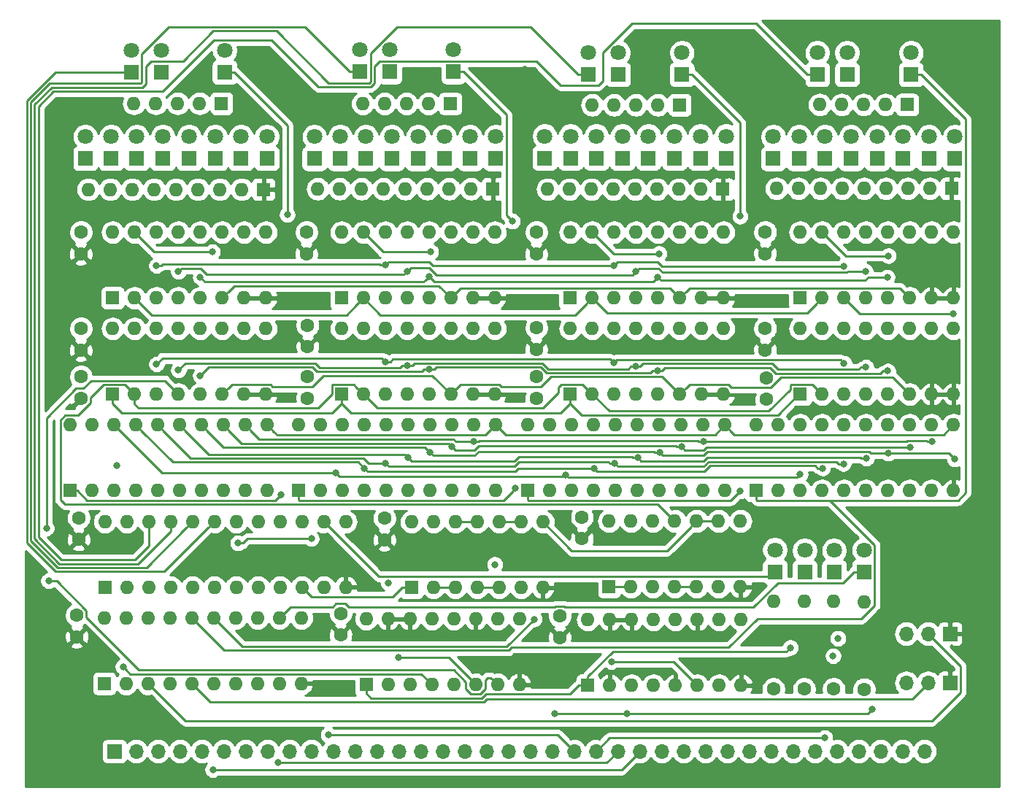
<source format=gbr>
G04 #@! TF.GenerationSoftware,KiCad,Pcbnew,(5.1.4-0-10_14)*
G04 #@! TF.CreationDate,2020-02-04T19:49:50-08:00*
G04 #@! TF.ProjectId,address-register-bank,61646472-6573-4732-9d72-656769737465,rev?*
G04 #@! TF.SameCoordinates,Original*
G04 #@! TF.FileFunction,Copper,L1,Top*
G04 #@! TF.FilePolarity,Positive*
%FSLAX46Y46*%
G04 Gerber Fmt 4.6, Leading zero omitted, Abs format (unit mm)*
G04 Created by KiCad (PCBNEW (5.1.4-0-10_14)) date 2020-02-04 19:49:50*
%MOMM*%
%LPD*%
G04 APERTURE LIST*
%ADD10R,1.600000X1.600000*%
%ADD11O,1.600000X1.600000*%
%ADD12C,1.800000*%
%ADD13R,1.800000X1.800000*%
%ADD14C,1.600000*%
%ADD15R,1.700000X1.700000*%
%ADD16O,1.700000X1.700000*%
%ADD17C,0.800000*%
%ADD18C,0.250000*%
%ADD19C,0.254000*%
G04 APERTURE END LIST*
D10*
X-148859240Y-84256880D03*
D11*
X-120919240Y-76636880D03*
X-146319240Y-84256880D03*
X-123459240Y-76636880D03*
X-143779240Y-84256880D03*
X-125999240Y-76636880D03*
X-141239240Y-84256880D03*
X-128539240Y-76636880D03*
X-138699240Y-84256880D03*
X-131079240Y-76636880D03*
X-136159240Y-84256880D03*
X-133619240Y-76636880D03*
X-133619240Y-84256880D03*
X-136159240Y-76636880D03*
X-131079240Y-84256880D03*
X-138699240Y-76636880D03*
X-128539240Y-84256880D03*
X-141239240Y-76636880D03*
X-125999240Y-84256880D03*
X-143779240Y-76636880D03*
X-123459240Y-84256880D03*
X-146319240Y-76636880D03*
X-120919240Y-84256880D03*
X-148859240Y-76636880D03*
X-145486120Y-28102560D03*
X-142946120Y-28102560D03*
X-140406120Y-28102560D03*
X-137866120Y-28102560D03*
D10*
X-135326120Y-28102560D03*
D11*
X-68199000Y-54229000D03*
X-50419000Y-61849000D03*
X-65659000Y-54229000D03*
X-52959000Y-61849000D03*
X-63119000Y-54229000D03*
X-55499000Y-61849000D03*
X-60579000Y-54229000D03*
X-58039000Y-61849000D03*
X-58039000Y-54229000D03*
X-60579000Y-61849000D03*
X-55499000Y-54229000D03*
X-63119000Y-61849000D03*
X-52959000Y-54229000D03*
X-65659000Y-61849000D03*
X-50419000Y-54229000D03*
D10*
X-68199000Y-61849000D03*
D11*
X-73279000Y-65405000D03*
X-50419000Y-73025000D03*
X-70739000Y-65405000D03*
X-52959000Y-73025000D03*
X-68199000Y-65405000D03*
X-55499000Y-73025000D03*
X-65659000Y-65405000D03*
X-58039000Y-73025000D03*
X-63119000Y-65405000D03*
X-60579000Y-73025000D03*
X-60579000Y-65405000D03*
X-63119000Y-73025000D03*
X-58039000Y-65405000D03*
X-65659000Y-73025000D03*
X-55499000Y-65405000D03*
X-68199000Y-73025000D03*
X-52959000Y-65405000D03*
X-70739000Y-73025000D03*
X-50419000Y-65405000D03*
D10*
X-73279000Y-73025000D03*
X-68199000Y-50673000D03*
D11*
X-50419000Y-43053000D03*
X-65659000Y-50673000D03*
X-52959000Y-43053000D03*
X-63119000Y-50673000D03*
X-55499000Y-43053000D03*
X-60579000Y-50673000D03*
X-58039000Y-43053000D03*
X-58039000Y-50673000D03*
X-60579000Y-43053000D03*
X-55499000Y-50673000D03*
X-63119000Y-43053000D03*
X-52959000Y-50673000D03*
X-65659000Y-43053000D03*
X-50419000Y-50673000D03*
X-68199000Y-43053000D03*
D12*
X-71323200Y-31978600D03*
D13*
X-71323200Y-34518600D03*
D11*
X-64312800Y-85907880D03*
D14*
X-64312800Y-96067880D03*
D12*
X-64277240Y-79974440D03*
D13*
X-64277240Y-82514440D03*
D12*
X-67675760Y-79974440D03*
D13*
X-67675760Y-82514440D03*
D12*
X-71140320Y-79908400D03*
D13*
X-71140320Y-82448400D03*
D12*
X-60792360Y-79938880D03*
D13*
X-60792360Y-82478880D03*
D12*
X-50241200Y-31978600D03*
D13*
X-50241200Y-34518600D03*
D12*
X-53263800Y-31978600D03*
D13*
X-53263800Y-34518600D03*
D12*
X-56261000Y-31978600D03*
D13*
X-56261000Y-34518600D03*
D12*
X-59283600Y-31978600D03*
D13*
X-59283600Y-34518600D03*
D12*
X-62306200Y-31978600D03*
D13*
X-62306200Y-34518600D03*
D12*
X-65328800Y-31978600D03*
D13*
X-65328800Y-34518600D03*
D12*
X-68326000Y-31978600D03*
D13*
X-68326000Y-34518600D03*
D12*
X-55346600Y-22225000D03*
D13*
X-55346600Y-24765000D03*
D12*
X-62763400Y-22225000D03*
D13*
X-62763400Y-24765000D03*
D12*
X-66217800Y-22225000D03*
D13*
X-66217800Y-24765000D03*
D12*
X-76784200Y-31902400D03*
D13*
X-76784200Y-34442400D03*
D12*
X-79781400Y-31902400D03*
D13*
X-79781400Y-34442400D03*
D12*
X-82778600Y-31902400D03*
D13*
X-82778600Y-34442400D03*
D12*
X-85801200Y-31902400D03*
D13*
X-85801200Y-34442400D03*
D12*
X-88823800Y-31902400D03*
D13*
X-88823800Y-34442400D03*
D12*
X-91846400Y-31902400D03*
D13*
X-91846400Y-34442400D03*
D12*
X-94843600Y-31902400D03*
D13*
X-94843600Y-34442400D03*
D12*
X-97840800Y-31902400D03*
D13*
X-97840800Y-34442400D03*
D12*
X-81915000Y-22225000D03*
D13*
X-81915000Y-24765000D03*
D12*
X-89306400Y-22225000D03*
D13*
X-89306400Y-24765000D03*
D12*
X-92786200Y-22225000D03*
D13*
X-92786200Y-24765000D03*
D12*
X-103505000Y-31978600D03*
D13*
X-103505000Y-34518600D03*
D12*
X-106502200Y-31978600D03*
D13*
X-106502200Y-34518600D03*
D12*
X-109499400Y-31978600D03*
D13*
X-109499400Y-34518600D03*
D12*
X-112522000Y-31978600D03*
D13*
X-112522000Y-34518600D03*
D12*
X-115570000Y-31978600D03*
D13*
X-115570000Y-34518600D03*
D12*
X-118592600Y-31978600D03*
D13*
X-118592600Y-34518600D03*
D12*
X-121564400Y-31978600D03*
D13*
X-121564400Y-34518600D03*
D12*
X-124561600Y-31978600D03*
D13*
X-124561600Y-34518600D03*
D12*
X-108432600Y-21894800D03*
D13*
X-108432600Y-24434800D03*
D12*
X-115824000Y-21894800D03*
D13*
X-115824000Y-24434800D03*
D12*
X-119278400Y-21894800D03*
D13*
X-119278400Y-24434800D03*
D12*
X-130073400Y-31953200D03*
D13*
X-130073400Y-34493200D03*
D12*
X-133070600Y-31953200D03*
D13*
X-133070600Y-34493200D03*
D12*
X-136067800Y-31953200D03*
D13*
X-136067800Y-34493200D03*
D12*
X-139090400Y-31953200D03*
D13*
X-139090400Y-34493200D03*
D12*
X-142138400Y-31953200D03*
D13*
X-142138400Y-34493200D03*
D12*
X-145161000Y-31953200D03*
D13*
X-145161000Y-34493200D03*
D12*
X-148132800Y-31953200D03*
D13*
X-148132800Y-34493200D03*
D12*
X-151130000Y-31953200D03*
D13*
X-151130000Y-34493200D03*
D12*
X-134975600Y-21971000D03*
D13*
X-134975600Y-24511000D03*
D12*
X-142341600Y-21971000D03*
D13*
X-142341600Y-24511000D03*
D12*
X-145796000Y-21971000D03*
D13*
X-145796000Y-24511000D03*
D14*
X-72263000Y-45553000D03*
X-72263000Y-43053000D03*
X-72263000Y-56729000D03*
X-72263000Y-54229000D03*
X-72136000Y-62444000D03*
X-72136000Y-59944000D03*
X-98806000Y-45553000D03*
X-98806000Y-43053000D03*
X-125476000Y-45553000D03*
X-125476000Y-43053000D03*
X-151638000Y-45553000D03*
X-151638000Y-43053000D03*
X-98806000Y-56642000D03*
X-98806000Y-54142000D03*
X-125349000Y-56348000D03*
X-125349000Y-53848000D03*
X-151638000Y-62317000D03*
X-151638000Y-59817000D03*
X-98806000Y-62317000D03*
X-98806000Y-59817000D03*
X-125349000Y-62317000D03*
X-125349000Y-59817000D03*
X-151638000Y-56729000D03*
X-151638000Y-54229000D03*
X-93502480Y-78603480D03*
X-93502480Y-76103480D03*
X-116428520Y-78740640D03*
X-116428520Y-76240640D03*
X-96083120Y-90104600D03*
X-96083120Y-87604600D03*
X-151902160Y-78689840D03*
X-151902160Y-76189840D03*
X-121513600Y-89774400D03*
X-121513600Y-87274400D03*
X-152120600Y-90003000D03*
X-152120600Y-87503000D03*
D15*
X-147751800Y-103286560D03*
D16*
X-145211800Y-103286560D03*
X-142671800Y-103286560D03*
X-140131800Y-103286560D03*
X-137591800Y-103286560D03*
X-135051800Y-103286560D03*
X-132511800Y-103286560D03*
X-129971800Y-103286560D03*
X-127431800Y-103286560D03*
X-124891800Y-103286560D03*
X-122351800Y-103286560D03*
X-119811800Y-103286560D03*
X-117271800Y-103286560D03*
X-114731800Y-103286560D03*
X-112191800Y-103286560D03*
X-109651800Y-103286560D03*
X-107111800Y-103286560D03*
X-104571800Y-103286560D03*
X-102031800Y-103286560D03*
X-99491800Y-103286560D03*
X-96951800Y-103286560D03*
X-94411800Y-103286560D03*
X-91871800Y-103286560D03*
X-89331800Y-103286560D03*
X-86791800Y-103286560D03*
X-84251800Y-103286560D03*
X-81711800Y-103286560D03*
X-79171800Y-103286560D03*
X-76631800Y-103286560D03*
X-74091800Y-103286560D03*
X-71551800Y-103286560D03*
X-69011800Y-103286560D03*
X-66471800Y-103286560D03*
X-63931800Y-103286560D03*
X-61391800Y-103286560D03*
X-58851800Y-103286560D03*
X-56311800Y-103286560D03*
X-53771800Y-103286560D03*
D15*
X-50800000Y-95351600D03*
D16*
X-53340000Y-95351600D03*
X-55880000Y-95351600D03*
X-55880000Y-89662000D03*
X-53340000Y-89662000D03*
D15*
X-50800000Y-89662000D03*
D14*
X-60792360Y-96078040D03*
D11*
X-60792360Y-85918040D03*
X-71302880Y-85907880D03*
D14*
X-71302880Y-96067880D03*
X-67741800Y-96067880D03*
D11*
X-67741800Y-85907880D03*
X-150769320Y-38079680D03*
X-148229320Y-38079680D03*
X-145689320Y-38079680D03*
X-143149320Y-38079680D03*
X-140609320Y-38079680D03*
X-138069320Y-38079680D03*
X-135529320Y-38079680D03*
X-132989320Y-38079680D03*
D10*
X-130449320Y-38079680D03*
X-108783120Y-28127960D03*
D11*
X-111323120Y-28127960D03*
X-113863120Y-28127960D03*
X-116403120Y-28127960D03*
X-118943120Y-28127960D03*
D10*
X-103840280Y-38018720D03*
D11*
X-106380280Y-38018720D03*
X-108920280Y-38018720D03*
X-111460280Y-38018720D03*
X-114000280Y-38018720D03*
X-116540280Y-38018720D03*
X-119080280Y-38018720D03*
X-121620280Y-38018720D03*
X-124160280Y-38018720D03*
X-92329000Y-28280360D03*
X-89789000Y-28280360D03*
X-87249000Y-28280360D03*
X-84709000Y-28280360D03*
D10*
X-82169000Y-28280360D03*
D11*
X-97500440Y-38074600D03*
X-94960440Y-38074600D03*
X-92420440Y-38074600D03*
X-89880440Y-38074600D03*
X-87340440Y-38074600D03*
X-84800440Y-38074600D03*
X-82260440Y-38074600D03*
X-79720440Y-38074600D03*
D10*
X-77180440Y-38074600D03*
X-55768240Y-28249880D03*
D11*
X-58308240Y-28249880D03*
X-60848240Y-28249880D03*
X-63388240Y-28249880D03*
X-65928240Y-28249880D03*
D10*
X-50627280Y-37988240D03*
D11*
X-53167280Y-37988240D03*
X-55707280Y-37988240D03*
X-58247280Y-37988240D03*
X-60787280Y-37988240D03*
X-63327280Y-37988240D03*
X-65867280Y-37988240D03*
X-68407280Y-37988240D03*
X-70947280Y-37988240D03*
D10*
X-148920200Y-95427800D03*
D11*
X-126060200Y-87807800D03*
X-146380200Y-95427800D03*
X-128600200Y-87807800D03*
X-143840200Y-95427800D03*
X-131140200Y-87807800D03*
X-141300200Y-95427800D03*
X-133680200Y-87807800D03*
X-138760200Y-95427800D03*
X-136220200Y-87807800D03*
X-136220200Y-95427800D03*
X-138760200Y-87807800D03*
X-133680200Y-95427800D03*
X-141300200Y-87807800D03*
X-131140200Y-95427800D03*
X-143840200Y-87807800D03*
X-128600200Y-95427800D03*
X-146380200Y-87807800D03*
X-126060200Y-95427800D03*
X-148920200Y-87807800D03*
D10*
X-113284000Y-84282280D03*
D11*
X-98044000Y-76662280D03*
X-110744000Y-84282280D03*
X-100584000Y-76662280D03*
X-108204000Y-84282280D03*
X-103124000Y-76662280D03*
X-105664000Y-84282280D03*
X-105664000Y-76662280D03*
X-103124000Y-84282280D03*
X-108204000Y-76662280D03*
X-100584000Y-84282280D03*
X-110744000Y-76662280D03*
X-98044000Y-84282280D03*
X-113284000Y-76662280D03*
X-90368120Y-76565760D03*
X-75128120Y-84185760D03*
X-87828120Y-76565760D03*
X-77668120Y-84185760D03*
X-85288120Y-76565760D03*
X-80208120Y-84185760D03*
X-82748120Y-76565760D03*
X-82748120Y-84185760D03*
X-80208120Y-76565760D03*
X-85288120Y-84185760D03*
X-77668120Y-76565760D03*
X-87828120Y-84185760D03*
X-75128120Y-76565760D03*
D10*
X-90368120Y-84185760D03*
D11*
X-118541800Y-87909400D03*
X-100761800Y-95529400D03*
X-116001800Y-87909400D03*
X-103301800Y-95529400D03*
X-113461800Y-87909400D03*
X-105841800Y-95529400D03*
X-110921800Y-87909400D03*
X-108381800Y-95529400D03*
X-108381800Y-87909400D03*
X-110921800Y-95529400D03*
X-105841800Y-87909400D03*
X-113461800Y-95529400D03*
X-103301800Y-87909400D03*
X-116001800Y-95529400D03*
X-100761800Y-87909400D03*
D10*
X-118541800Y-95529400D03*
X-92837000Y-95631000D03*
D11*
X-75057000Y-88011000D03*
X-90297000Y-95631000D03*
X-77597000Y-88011000D03*
X-87757000Y-95631000D03*
X-80137000Y-88011000D03*
X-85217000Y-95631000D03*
X-82677000Y-88011000D03*
X-82677000Y-95631000D03*
X-85217000Y-88011000D03*
X-80137000Y-95631000D03*
X-87757000Y-88011000D03*
X-77597000Y-95631000D03*
X-90297000Y-88011000D03*
X-75057000Y-95631000D03*
X-92837000Y-88011000D03*
X-147955000Y-54229000D03*
X-130175000Y-61849000D03*
X-145415000Y-54229000D03*
X-132715000Y-61849000D03*
X-142875000Y-54229000D03*
X-135255000Y-61849000D03*
X-140335000Y-54229000D03*
X-137795000Y-61849000D03*
X-137795000Y-54229000D03*
X-140335000Y-61849000D03*
X-135255000Y-54229000D03*
X-142875000Y-61849000D03*
X-132715000Y-54229000D03*
X-145415000Y-61849000D03*
X-130175000Y-54229000D03*
D10*
X-147955000Y-61849000D03*
D11*
X-147955000Y-43053000D03*
X-130175000Y-50673000D03*
X-145415000Y-43053000D03*
X-132715000Y-50673000D03*
X-142875000Y-43053000D03*
X-135255000Y-50673000D03*
X-140335000Y-43053000D03*
X-137795000Y-50673000D03*
X-137795000Y-43053000D03*
X-140335000Y-50673000D03*
X-135255000Y-43053000D03*
X-142875000Y-50673000D03*
X-132715000Y-43053000D03*
X-145415000Y-50673000D03*
X-130175000Y-43053000D03*
D10*
X-147955000Y-50673000D03*
X-152908000Y-73025000D03*
D11*
X-130048000Y-65405000D03*
X-150368000Y-73025000D03*
X-132588000Y-65405000D03*
X-147828000Y-73025000D03*
X-135128000Y-65405000D03*
X-145288000Y-73025000D03*
X-137668000Y-65405000D03*
X-142748000Y-73025000D03*
X-140208000Y-65405000D03*
X-140208000Y-73025000D03*
X-142748000Y-65405000D03*
X-137668000Y-73025000D03*
X-145288000Y-65405000D03*
X-135128000Y-73025000D03*
X-147828000Y-65405000D03*
X-132588000Y-73025000D03*
X-150368000Y-65405000D03*
X-130048000Y-73025000D03*
X-152908000Y-65405000D03*
D10*
X-121412000Y-61849000D03*
D11*
X-103632000Y-54229000D03*
X-118872000Y-61849000D03*
X-106172000Y-54229000D03*
X-116332000Y-61849000D03*
X-108712000Y-54229000D03*
X-113792000Y-61849000D03*
X-111252000Y-54229000D03*
X-111252000Y-61849000D03*
X-113792000Y-54229000D03*
X-108712000Y-61849000D03*
X-116332000Y-54229000D03*
X-106172000Y-61849000D03*
X-118872000Y-54229000D03*
X-103632000Y-61849000D03*
X-121412000Y-54229000D03*
D10*
X-121412000Y-50673000D03*
D11*
X-103632000Y-43053000D03*
X-118872000Y-50673000D03*
X-106172000Y-43053000D03*
X-116332000Y-50673000D03*
X-108712000Y-43053000D03*
X-113792000Y-50673000D03*
X-111252000Y-43053000D03*
X-111252000Y-50673000D03*
X-113792000Y-43053000D03*
X-108712000Y-50673000D03*
X-116332000Y-43053000D03*
X-106172000Y-50673000D03*
X-118872000Y-43053000D03*
X-103632000Y-50673000D03*
X-121412000Y-43053000D03*
X-126365000Y-65405000D03*
X-103505000Y-73025000D03*
X-123825000Y-65405000D03*
X-106045000Y-73025000D03*
X-121285000Y-65405000D03*
X-108585000Y-73025000D03*
X-118745000Y-65405000D03*
X-111125000Y-73025000D03*
X-116205000Y-65405000D03*
X-113665000Y-73025000D03*
X-113665000Y-65405000D03*
X-116205000Y-73025000D03*
X-111125000Y-65405000D03*
X-118745000Y-73025000D03*
X-108585000Y-65405000D03*
X-121285000Y-73025000D03*
X-106045000Y-65405000D03*
X-123825000Y-73025000D03*
X-103505000Y-65405000D03*
D10*
X-126365000Y-73025000D03*
D11*
X-94869000Y-54229000D03*
X-77089000Y-61849000D03*
X-92329000Y-54229000D03*
X-79629000Y-61849000D03*
X-89789000Y-54229000D03*
X-82169000Y-61849000D03*
X-87249000Y-54229000D03*
X-84709000Y-61849000D03*
X-84709000Y-54229000D03*
X-87249000Y-61849000D03*
X-82169000Y-54229000D03*
X-89789000Y-61849000D03*
X-79629000Y-54229000D03*
X-92329000Y-61849000D03*
X-77089000Y-54229000D03*
D10*
X-94869000Y-61849000D03*
X-94869000Y-50673000D03*
D11*
X-77089000Y-43053000D03*
X-92329000Y-50673000D03*
X-79629000Y-43053000D03*
X-89789000Y-50673000D03*
X-82169000Y-43053000D03*
X-87249000Y-50673000D03*
X-84709000Y-43053000D03*
X-84709000Y-50673000D03*
X-87249000Y-43053000D03*
X-82169000Y-50673000D03*
X-89789000Y-43053000D03*
X-79629000Y-50673000D03*
X-92329000Y-43053000D03*
X-77089000Y-50673000D03*
X-94869000Y-43053000D03*
D10*
X-99822000Y-73025000D03*
D11*
X-76962000Y-65405000D03*
X-97282000Y-73025000D03*
X-79502000Y-65405000D03*
X-94742000Y-73025000D03*
X-82042000Y-65405000D03*
X-92202000Y-73025000D03*
X-84582000Y-65405000D03*
X-89662000Y-73025000D03*
X-87122000Y-65405000D03*
X-87122000Y-73025000D03*
X-89662000Y-65405000D03*
X-84582000Y-73025000D03*
X-92202000Y-65405000D03*
X-82042000Y-73025000D03*
X-94742000Y-65405000D03*
X-79502000Y-73025000D03*
X-97282000Y-65405000D03*
X-76962000Y-73025000D03*
X-99822000Y-65405000D03*
D17*
X-110871000Y-106870500D03*
X-105791000Y-106870500D03*
X-100711000Y-106807000D03*
X-95567500Y-106807000D03*
X-90551000Y-106807000D03*
X-85471000Y-106743500D03*
X-80327500Y-106743500D03*
X-75374500Y-106870500D03*
X-70421500Y-106743500D03*
X-65278000Y-106807000D03*
X-60198000Y-106807000D03*
X-55245000Y-106743500D03*
X-51308000Y-105981500D03*
X-49276000Y-102743000D03*
X-46418500Y-98171000D03*
X-121094500Y-106743500D03*
X-127508000Y-106870500D03*
X-132651500Y-106934000D03*
X-137604500Y-106870500D03*
X-142748000Y-106934000D03*
X-147764500Y-106934000D03*
X-153098500Y-104013000D03*
X-157416500Y-97917000D03*
X-65341500Y-101727000D03*
X-128460500Y-73533000D03*
X-127698499Y-41021000D03*
X-101600000Y-41783000D03*
X-133413500Y-79121000D03*
X-124904500Y-78613000D03*
X-101222003Y-72758677D03*
X-75184000Y-73088500D03*
X-99060000Y-87947500D03*
X-75184000Y-41202989D03*
X-69342000Y-91249500D03*
X-68199000Y-71120000D03*
X-122047000Y-70993000D03*
X-95377000Y-71247000D03*
X-118745000Y-70421500D03*
X-92138500Y-70421500D03*
X-65595500Y-70421500D03*
X-115982750Y-83724750D03*
X-114808000Y-92419010D03*
X-116332000Y-69850000D03*
X-89725500Y-69850000D03*
X-63182500Y-69913500D03*
X-113665000Y-69215000D03*
X-87058500Y-69215000D03*
X-60515500Y-69278500D03*
X-111125000Y-68580000D03*
X-84518500Y-68580000D03*
X-57975500Y-68707000D03*
X-96710500Y-98869500D03*
X-88265000Y-98869500D03*
X-59880500Y-98361500D03*
X-50260250Y-69373750D03*
X-108585000Y-67945000D03*
X-81978500Y-67945000D03*
X-90106500Y-92900500D03*
X-55435500Y-67981990D03*
X-106045000Y-67310000D03*
X-79438500Y-67310000D03*
X-52895500Y-67310000D03*
X-154876500Y-40957500D03*
X-115824000Y-106807000D03*
X-46291500Y-92202000D03*
X-46291500Y-87439500D03*
X-46228000Y-82105500D03*
X-49847500Y-76263500D03*
X-45974000Y-70294500D03*
X-45910500Y-64325500D03*
X-45910500Y-58610500D03*
X-46228000Y-52451000D03*
X-46291500Y-46672500D03*
X-46228000Y-40322500D03*
X-46164500Y-34099500D03*
X-46164500Y-28321000D03*
X-47180500Y-24257000D03*
X-51117500Y-20574000D03*
X-56959500Y-19113500D03*
X-64516000Y-19240500D03*
X-70929500Y-19113500D03*
X-77216000Y-20637500D03*
X-71501000Y-25209500D03*
X-100139500Y-24130000D03*
X-100393500Y-29908500D03*
X-100647500Y-36449000D03*
X-125730000Y-28511500D03*
X-112395000Y-24828500D03*
X-105092500Y-28956000D03*
X-125666500Y-50863500D03*
X-132080000Y-45339000D03*
X-128714500Y-23558500D03*
X-131381500Y-29591000D03*
X-141732000Y-29908500D03*
X-151765000Y-28892500D03*
X-155067000Y-34163000D03*
X-155003500Y-48450500D03*
X-155003500Y-54991000D03*
X-155130500Y-60960000D03*
X-152082500Y-95059500D03*
X-155892500Y-88265000D03*
X-145923000Y-79184500D03*
X-59182000Y-91630500D03*
X-122936651Y-101386848D03*
X-128778000Y-104584500D03*
X-136334500Y-105410000D03*
X-140335000Y-59055000D03*
X-60579000Y-58705479D03*
X-87312500Y-58641979D03*
X-113792000Y-58514979D03*
X-155638500Y-77406500D03*
X-155384500Y-83502500D03*
X-103632000Y-81597500D03*
X-142875000Y-58356500D03*
X-63119000Y-58255468D03*
X-89852500Y-58191968D03*
X-116332000Y-58064968D03*
X-146748500Y-93472000D03*
X-147447000Y-70104000D03*
X-137795000Y-59690000D03*
X-58039000Y-59155490D03*
X-84772500Y-59091990D03*
X-111252000Y-58964990D03*
X-58102500Y-48260000D03*
X-84709000Y-48260000D03*
X-111252000Y-48196500D03*
X-137795000Y-48260000D03*
X-63817500Y-90170000D03*
X-63817500Y-90170000D03*
X-63119000Y-46990000D03*
X-89789000Y-46926500D03*
X-116332000Y-46863000D03*
X-142875000Y-46926500D03*
X-50482500Y-52514500D03*
X-64389000Y-92202000D03*
X-60642500Y-47561500D03*
X-87249000Y-47625000D03*
X-113792000Y-47561500D03*
X-140335000Y-47625000D03*
X-136398000Y-45339000D03*
X-111061500Y-45339000D03*
X-84582000Y-45529500D03*
X-57975498Y-45783500D03*
D18*
X-141945360Y-82423000D02*
X-136959239Y-77436879D01*
X-157924500Y-79058911D02*
X-154560411Y-82423000D01*
X-136959239Y-77436879D02*
X-136159240Y-76636880D01*
X-157924500Y-27813000D02*
X-157924500Y-79058911D01*
X-154622500Y-24511000D02*
X-157924500Y-27813000D01*
X-145796000Y-24511000D02*
X-154622500Y-24511000D01*
X-154560411Y-82423000D02*
X-141945360Y-82423000D01*
X-94869000Y-61849000D02*
X-94869000Y-62899000D01*
X-121412000Y-61849000D02*
X-121412000Y-62899000D01*
X-120303000Y-64008000D02*
X-121412000Y-62899000D01*
X-95978000Y-64008000D02*
X-120303000Y-64008000D01*
X-94869000Y-62899000D02*
X-95978000Y-64008000D01*
X-147955000Y-62899000D02*
X-147955000Y-61849000D01*
X-146846000Y-64008000D02*
X-147955000Y-62899000D01*
X-122521000Y-64008000D02*
X-146846000Y-64008000D01*
X-121412000Y-62899000D02*
X-122521000Y-64008000D01*
X-70802500Y-64262000D02*
X-93506000Y-64262000D01*
X-93506000Y-64262000D02*
X-94869000Y-62899000D01*
X-68389500Y-61849000D02*
X-70802500Y-64262000D01*
X-68199000Y-61849000D02*
X-68389500Y-61849000D01*
X-91871800Y-103286560D02*
X-90312240Y-101727000D01*
X-90312240Y-101727000D02*
X-65341500Y-101727000D01*
X-65341500Y-101727000D02*
X-65341500Y-101727000D01*
X-128460500Y-73533000D02*
X-128333500Y-73406000D01*
X-150908001Y-74150001D02*
X-129077501Y-74150001D01*
X-152033002Y-73025000D02*
X-150908001Y-74150001D01*
X-152908000Y-73025000D02*
X-152033002Y-73025000D01*
X-129077501Y-74150001D02*
X-128460500Y-73533000D01*
X-134975600Y-24511000D02*
X-133825600Y-24511000D01*
X-133825600Y-24511000D02*
X-127698499Y-30638101D01*
X-127698499Y-30638101D02*
X-127698499Y-40455315D01*
X-127698499Y-40455315D02*
X-127698499Y-41021000D01*
X-155256090Y-25781000D02*
X-157474489Y-27999399D01*
X-139499239Y-77436879D02*
X-138699240Y-76636880D01*
X-141424102Y-19240500D02*
X-144570999Y-22387397D01*
X-125622700Y-19240500D02*
X-141424102Y-19240500D01*
X-144570999Y-22387397D02*
X-144570999Y-25671001D01*
X-157474489Y-27999399D02*
X-157474489Y-78872511D01*
X-120428400Y-24434800D02*
X-125622700Y-19240500D01*
X-119278400Y-24434800D02*
X-120428400Y-24434800D01*
X-144570999Y-25671001D02*
X-144680998Y-25781000D01*
X-144680998Y-25781000D02*
X-155256090Y-25781000D01*
X-157474489Y-78872511D02*
X-154374011Y-81972989D01*
X-154374011Y-81972989D02*
X-144035349Y-81972989D01*
X-144035349Y-81972989D02*
X-139499239Y-77436879D01*
X-115824000Y-24434800D02*
X-115824000Y-24638222D01*
X-101600000Y-73279000D02*
X-101600000Y-73279000D01*
X-107282600Y-24434800D02*
X-108432600Y-24434800D01*
X-102279999Y-29437401D02*
X-107282600Y-24434800D01*
X-102279999Y-41103001D02*
X-102279999Y-29437401D01*
X-101600000Y-41783000D02*
X-102279999Y-41103001D01*
X-132847815Y-79121000D02*
X-132339815Y-78613000D01*
X-133413500Y-79121000D02*
X-132847815Y-79121000D01*
X-132339815Y-78613000D02*
X-124904500Y-78613000D01*
X-124904500Y-78613000D02*
X-124904500Y-78613000D01*
X-126365000Y-73025000D02*
X-126365000Y-74075000D01*
X-126365000Y-74075000D02*
X-126289999Y-74150001D01*
X-126289999Y-74150001D02*
X-102613327Y-74150001D01*
X-101622002Y-73158676D02*
X-101222003Y-72758677D01*
X-102613327Y-74150001D02*
X-101622002Y-73158676D01*
X-143498785Y-23196001D02*
X-144120988Y-23818204D01*
X-144120988Y-23818204D02*
X-144120988Y-25857401D01*
X-157024478Y-28246478D02*
X-157024478Y-78624022D01*
X-139776491Y-23196001D02*
X-143498785Y-23196001D01*
X-122936000Y-25717500D02*
X-128962989Y-19690511D01*
X-114982702Y-19240500D02*
X-118053399Y-22311197D01*
X-93936200Y-24765000D02*
X-99460700Y-19240500D01*
X-118053399Y-25594801D02*
X-118176098Y-25717500D01*
X-118176098Y-25717500D02*
X-122936000Y-25717500D01*
X-128962989Y-19690511D02*
X-136271001Y-19690511D01*
X-136271001Y-19690511D02*
X-139776491Y-23196001D01*
X-157024478Y-78624022D02*
X-154125522Y-81522978D01*
X-155009011Y-26231011D02*
X-157024478Y-28246478D01*
X-141239240Y-77768250D02*
X-141239240Y-76636880D01*
X-118053399Y-22311197D02*
X-118053399Y-25594801D01*
X-144120988Y-25857401D02*
X-144494598Y-26231011D01*
X-144993968Y-81522978D02*
X-141239240Y-77768250D01*
X-99460700Y-19240500D02*
X-114982702Y-19240500D01*
X-154125522Y-81522978D02*
X-144993968Y-81522978D01*
X-144494598Y-26231011D02*
X-155009011Y-26231011D01*
X-92786200Y-24765000D02*
X-93936200Y-24765000D01*
X-99822000Y-74075000D02*
X-99746999Y-74150001D01*
X-99746999Y-74150001D02*
X-76245501Y-74150001D01*
X-99822000Y-73025000D02*
X-99822000Y-74075000D01*
X-76245501Y-74150001D02*
X-75184000Y-73088500D01*
X-75184000Y-73088500D02*
X-75184000Y-73088500D01*
X-99060000Y-87947500D02*
X-99060000Y-87947500D01*
X-81915000Y-24765000D02*
X-80765000Y-24765000D01*
X-75184000Y-30346000D02*
X-75184000Y-40637304D01*
X-80765000Y-24765000D02*
X-75184000Y-30346000D01*
X-75184000Y-40637304D02*
X-75184000Y-41202989D01*
X-136220200Y-87807800D02*
X-132905500Y-91122500D01*
X-132905500Y-91122500D02*
X-102235000Y-91122500D01*
X-102235000Y-91122500D02*
X-99060000Y-87947500D01*
X-143779240Y-77768250D02*
X-143779240Y-76636880D01*
X-95993499Y-25990001D02*
X-98773701Y-23209799D01*
X-91122500Y-25486302D02*
X-91626199Y-25990001D01*
X-142126620Y-26681022D02*
X-154822612Y-26681022D01*
X-67367800Y-24765000D02*
X-73342310Y-18790490D01*
X-136191597Y-20745999D02*
X-142126620Y-26681022D01*
X-87684892Y-18790490D02*
X-91122500Y-22228098D01*
X-116984001Y-23209799D02*
X-117603388Y-23829186D01*
X-143779240Y-79453740D02*
X-143779240Y-77768250D01*
X-129558501Y-20745999D02*
X-136191597Y-20745999D01*
X-156574467Y-78437623D02*
X-153939123Y-81072967D01*
X-66217800Y-24765000D02*
X-67367800Y-24765000D01*
X-117989698Y-26167511D02*
X-124136990Y-26167510D01*
X-124136990Y-26167510D02*
X-129558501Y-20745999D01*
X-91626199Y-25990001D02*
X-95993499Y-25990001D01*
X-153939123Y-81072967D02*
X-145398467Y-81072967D01*
X-98773701Y-23209799D02*
X-116984001Y-23209799D01*
X-117603388Y-23829186D02*
X-117603388Y-25781201D01*
X-156574467Y-28432877D02*
X-156574467Y-78437623D01*
X-117603388Y-25781201D02*
X-117989698Y-26167511D01*
X-73342310Y-18790490D02*
X-87684892Y-18790490D01*
X-91122500Y-22228098D02*
X-91122500Y-25486302D01*
X-154822612Y-26681022D02*
X-156574467Y-28432877D01*
X-145398467Y-81072967D02*
X-143779240Y-79453740D01*
X-49016199Y-29945401D02*
X-54196600Y-24765000D01*
X-54196600Y-24765000D02*
X-55346600Y-24765000D01*
X-49016199Y-73287201D02*
X-49016199Y-29945401D01*
X-49878999Y-74150001D02*
X-49016199Y-73287201D01*
X-73203999Y-74150001D02*
X-49878999Y-74150001D01*
X-73203999Y-74150001D02*
X-73279000Y-74075000D01*
X-73279000Y-74075000D02*
X-73279000Y-73025000D01*
X-138760200Y-87807800D02*
X-134995489Y-91572511D01*
X-134995489Y-91572511D02*
X-102048600Y-91572511D01*
X-59567359Y-86358041D02*
X-59567359Y-79350879D01*
X-102048600Y-91572511D02*
X-101705691Y-91229601D01*
X-64768237Y-74150001D02*
X-73203999Y-74150001D01*
X-101705691Y-91229601D02*
X-76497601Y-91229601D01*
X-61093318Y-87884000D02*
X-59567359Y-86358041D01*
X-73152000Y-87884000D02*
X-61093318Y-87884000D01*
X-76497601Y-91229601D02*
X-73152000Y-87884000D01*
X-59567359Y-79350879D02*
X-64768237Y-74150001D01*
X-70799443Y-83739441D02*
X-63202921Y-83739441D01*
X-61942360Y-82478880D02*
X-60792360Y-82478880D01*
X-96694022Y-86550500D02*
X-96623121Y-86479599D01*
X-73610502Y-86550500D02*
X-70799443Y-83739441D01*
X-95472218Y-86550500D02*
X-73610502Y-86550500D01*
X-95543119Y-86479599D02*
X-95472218Y-86550500D01*
X-120572498Y-86550500D02*
X-96694022Y-86550500D01*
X-122053601Y-86149399D02*
X-120973599Y-86149399D01*
X-120973599Y-86149399D02*
X-120572498Y-86550500D01*
X-63202921Y-83739441D02*
X-61942360Y-82478880D01*
X-96623121Y-86479599D02*
X-95543119Y-86479599D01*
X-122454702Y-86550500D02*
X-122053601Y-86149399D01*
X-127342900Y-86550500D02*
X-122454702Y-86550500D01*
X-128600200Y-87807800D02*
X-127342900Y-86550500D01*
X-117101620Y-82994500D02*
X-71686420Y-82994500D01*
X-71686420Y-82994500D02*
X-71140320Y-82448400D01*
X-123459240Y-76636880D02*
X-117101620Y-82994500D01*
X-115433601Y-85381881D02*
X-114334000Y-84282280D01*
X-114334000Y-84282280D02*
X-113284000Y-84282280D01*
X-124874239Y-85381881D02*
X-115433601Y-85381881D01*
X-125999240Y-84256880D02*
X-124874239Y-85381881D01*
X-92837000Y-94581000D02*
X-89935612Y-91679612D01*
X-92837000Y-95631000D02*
X-92837000Y-94581000D01*
X-89935612Y-91679612D02*
X-69772112Y-91679612D01*
X-69772112Y-91679612D02*
X-69741999Y-91649499D01*
X-69741999Y-91649499D02*
X-69342000Y-91249500D01*
X-93887000Y-95631000D02*
X-92837000Y-95631000D01*
X-105115399Y-97104412D02*
X-104665389Y-96654401D01*
X-94910401Y-96654401D02*
X-93887000Y-95631000D01*
X-118541800Y-96579400D02*
X-118016788Y-97104412D01*
X-118016788Y-97104412D02*
X-105115399Y-97104412D01*
X-104665389Y-96654401D02*
X-94910401Y-96654401D01*
X-118541800Y-95529400D02*
X-118541800Y-96579400D01*
X-142240000Y-70993000D02*
X-122612685Y-70993000D01*
X-147828000Y-65405000D02*
X-142240000Y-70993000D01*
X-122612685Y-70993000D02*
X-122047000Y-70993000D01*
X-122047000Y-70993000D02*
X-121647001Y-71392999D01*
X-68199000Y-71120000D02*
X-68598999Y-71519999D01*
X-121647001Y-71392999D02*
X-95522999Y-71392999D01*
X-95522999Y-71392999D02*
X-95377000Y-71247000D01*
X-68598999Y-71519999D02*
X-95104001Y-71519999D01*
X-95104001Y-71519999D02*
X-95377000Y-71247000D01*
X-91738501Y-70821499D02*
X-92138500Y-70421500D01*
X-79331357Y-70821499D02*
X-91738501Y-70821499D01*
X-78656367Y-70146509D02*
X-79331357Y-70821499D01*
X-66436176Y-70146509D02*
X-78656367Y-70146509D01*
X-66161185Y-70421500D02*
X-66436176Y-70146509D01*
X-65595500Y-70421500D02*
X-66161185Y-70421500D01*
X-101288181Y-70821499D02*
X-118345001Y-70821499D01*
X-100888182Y-70421500D02*
X-101288181Y-70821499D01*
X-118345001Y-70821499D02*
X-118745000Y-70421500D01*
X-92138500Y-70421500D02*
X-100888182Y-70421500D01*
X-144488001Y-66204999D02*
X-145288000Y-65405000D01*
X-140977979Y-69715021D02*
X-144488001Y-66204999D01*
X-119451479Y-69715021D02*
X-140977979Y-69715021D01*
X-118745000Y-70421500D02*
X-119451479Y-69715021D01*
X-114242315Y-92419010D02*
X-114808000Y-92419010D01*
X-105841800Y-95529400D02*
X-108952190Y-92419010D01*
X-108952190Y-92419010D02*
X-114242315Y-92419010D01*
X-89325501Y-70249999D02*
X-89725500Y-69850000D01*
X-79396267Y-70249999D02*
X-89325501Y-70249999D01*
X-78842767Y-69696499D02*
X-79396267Y-70249999D01*
X-63965186Y-69696499D02*
X-78842767Y-69696499D01*
X-63748185Y-69913500D02*
X-63965186Y-69696499D01*
X-63182500Y-69913500D02*
X-63748185Y-69913500D01*
X-115932001Y-70249999D02*
X-116332000Y-69850000D01*
X-101353091Y-70249999D02*
X-115932001Y-70249999D01*
X-100799591Y-69696499D02*
X-101353091Y-70249999D01*
X-90444686Y-69696499D02*
X-100799591Y-69696499D01*
X-90291185Y-69850000D02*
X-90444686Y-69696499D01*
X-89725500Y-69850000D02*
X-90291185Y-69850000D01*
X-138887989Y-69265011D02*
X-141948001Y-66204999D01*
X-141948001Y-66204999D02*
X-142748000Y-65405000D01*
X-118828487Y-69265011D02*
X-138887989Y-69265011D01*
X-118243498Y-69850000D02*
X-118828487Y-69265011D01*
X-116332000Y-69850000D02*
X-118243498Y-69850000D01*
X-86658501Y-69614999D02*
X-87058500Y-69215000D01*
X-79397677Y-69614999D02*
X-86658501Y-69614999D01*
X-78971177Y-69188499D02*
X-79397677Y-69614999D01*
X-61171186Y-69188499D02*
X-78971177Y-69188499D01*
X-61081185Y-69278500D02*
X-61171186Y-69188499D01*
X-60515500Y-69278500D02*
X-61081185Y-69278500D01*
X-113265001Y-69614999D02*
X-113665000Y-69215000D01*
X-101354501Y-69614999D02*
X-113265001Y-69614999D01*
X-87714186Y-69124999D02*
X-100864501Y-69124999D01*
X-87624185Y-69215000D02*
X-87714186Y-69124999D01*
X-100864501Y-69124999D02*
X-101354501Y-69614999D01*
X-87058500Y-69215000D02*
X-87624185Y-69215000D01*
X-139408001Y-66204999D02*
X-140208000Y-65405000D01*
X-136797999Y-68815001D02*
X-139408001Y-66204999D01*
X-114064999Y-68815001D02*
X-136797999Y-68815001D01*
X-113665000Y-69215000D02*
X-114064999Y-68815001D01*
X-84118501Y-68979999D02*
X-84518500Y-68580000D01*
X-79399087Y-68979999D02*
X-84118501Y-68979999D01*
X-78972587Y-68553499D02*
X-79399087Y-68979999D01*
X-60167499Y-68553499D02*
X-78972587Y-68553499D01*
X-60013998Y-68707000D02*
X-60167499Y-68553499D01*
X-57975500Y-68707000D02*
X-60013998Y-68707000D01*
X-110725001Y-68979999D02*
X-111125000Y-68580000D01*
X-105515587Y-68489999D02*
X-106005587Y-68979999D01*
X-85174186Y-68489999D02*
X-105515587Y-68489999D01*
X-106005587Y-68979999D02*
X-110725001Y-68979999D01*
X-85084185Y-68580000D02*
X-85174186Y-68489999D01*
X-84518500Y-68580000D02*
X-85084185Y-68580000D01*
X-136868001Y-66204999D02*
X-137668000Y-65405000D01*
X-111709989Y-67995011D02*
X-135077989Y-67995011D01*
X-135077989Y-67995011D02*
X-136868001Y-66204999D01*
X-111125000Y-68580000D02*
X-111709989Y-67995011D01*
X-96710500Y-98869500D02*
X-88265000Y-98869500D01*
X-88265000Y-98869500D02*
X-88265000Y-98869500D01*
X-88265000Y-98869500D02*
X-60388500Y-98869500D01*
X-60388500Y-98869500D02*
X-59880500Y-98361500D01*
X-59880500Y-98361500D02*
X-59880500Y-98361500D01*
X-57975500Y-68707000D02*
X-50927000Y-68707000D01*
X-50927000Y-68707000D02*
X-50260250Y-69373750D01*
X-108185001Y-68344999D02*
X-108585000Y-67945000D01*
X-106006997Y-68344999D02*
X-108185001Y-68344999D01*
X-105516997Y-67854999D02*
X-106006997Y-68344999D01*
X-82634186Y-67854999D02*
X-105516997Y-67854999D01*
X-82544185Y-67945000D02*
X-82634186Y-67854999D01*
X-81978500Y-67945000D02*
X-82544185Y-67945000D01*
X-132987999Y-67545001D02*
X-134328001Y-66204999D01*
X-134328001Y-66204999D02*
X-135128000Y-65405000D01*
X-108984999Y-67545001D02*
X-132987999Y-67545001D01*
X-108585000Y-67945000D02*
X-108984999Y-67545001D01*
X-82867500Y-92900500D02*
X-80137000Y-95631000D01*
X-90106500Y-92900500D02*
X-82867500Y-92900500D01*
X-81578501Y-68344999D02*
X-79400497Y-68344999D01*
X-56001185Y-67981990D02*
X-55435500Y-67981990D01*
X-79400497Y-68344999D02*
X-79037488Y-67981990D01*
X-79037488Y-67981990D02*
X-56001185Y-67981990D01*
X-81978500Y-67945000D02*
X-81578501Y-68344999D01*
X-105389314Y-67219999D02*
X-105479315Y-67310000D01*
X-105479315Y-67310000D02*
X-106045000Y-67310000D01*
X-80004185Y-67310000D02*
X-80094186Y-67219999D01*
X-80094186Y-67219999D02*
X-105389314Y-67219999D01*
X-79438500Y-67310000D02*
X-80004185Y-67310000D01*
X-131788001Y-66204999D02*
X-132588000Y-65405000D01*
X-108146998Y-67310000D02*
X-108421989Y-67035009D01*
X-130957991Y-67035009D02*
X-131788001Y-66204999D01*
X-108421989Y-67035009D02*
X-130957991Y-67035009D01*
X-106045000Y-67310000D02*
X-108146998Y-67310000D01*
X-55836512Y-67310000D02*
X-78872815Y-67310000D01*
X-53514196Y-67256989D02*
X-55783501Y-67256989D01*
X-78872815Y-67310000D02*
X-79438500Y-67310000D01*
X-53461185Y-67310000D02*
X-53514196Y-67256989D01*
X-55783501Y-67256989D02*
X-55836512Y-67310000D01*
X-52895500Y-67310000D02*
X-53461185Y-67310000D01*
X-76162001Y-66204999D02*
X-76962000Y-65405000D01*
X-75836999Y-66530001D02*
X-76162001Y-66204999D01*
X-51544001Y-66530001D02*
X-75836999Y-66530001D01*
X-50419000Y-65405000D02*
X-51544001Y-66530001D01*
X-102705001Y-66204999D02*
X-103505000Y-65405000D01*
X-102379999Y-66530001D02*
X-102705001Y-66204999D01*
X-78087001Y-66530001D02*
X-102379999Y-66530001D01*
X-76962000Y-65405000D02*
X-78087001Y-66530001D01*
X-129248001Y-66204999D02*
X-130048000Y-65405000D01*
X-104684999Y-66584999D02*
X-128868001Y-66584999D01*
X-128868001Y-66584999D02*
X-129248001Y-66204999D01*
X-103505000Y-65405000D02*
X-104684999Y-66584999D01*
X-90368120Y-84185760D02*
X-87828120Y-84185760D01*
X-96311512Y-101386848D02*
X-122370966Y-101386848D01*
X-94411800Y-103286560D02*
X-96311512Y-101386848D01*
X-122370966Y-101386848D02*
X-122936651Y-101386848D01*
X-90629740Y-104584500D02*
X-128212315Y-104584500D01*
X-89331800Y-103286560D02*
X-90629740Y-104584500D01*
X-128212315Y-104584500D02*
X-128778000Y-104584500D01*
X-87641799Y-104136559D02*
X-86791800Y-103286560D01*
X-88915240Y-105410000D02*
X-87641799Y-104136559D01*
X-136334500Y-105410000D02*
X-88915240Y-105410000D01*
X-104928999Y-97554423D02*
X-104577617Y-97203041D01*
X-55191441Y-97203041D02*
X-54189999Y-96201599D01*
X-138760200Y-95427800D02*
X-136633577Y-97554423D01*
X-136633577Y-97554423D02*
X-104928999Y-97554423D01*
X-54189999Y-96201599D02*
X-53340000Y-95351600D01*
X-104577617Y-97203041D02*
X-55191441Y-97203041D01*
X-53848000Y-90170000D02*
X-53340000Y-89662000D01*
X-52490001Y-90511999D02*
X-53340000Y-89662000D01*
X-49624999Y-93377001D02*
X-52490001Y-90511999D01*
X-49624999Y-96461601D02*
X-49624999Y-93377001D01*
X-52921898Y-99758500D02*
X-49624999Y-96461601D01*
X-139509500Y-99758500D02*
X-52921898Y-99758500D01*
X-143840200Y-95427800D02*
X-139509500Y-99758500D01*
X-106795370Y-76662280D02*
X-108204000Y-76662280D01*
X-105664000Y-76662280D02*
X-106795370Y-76662280D01*
X-110744000Y-84282280D02*
X-108204000Y-84282280D01*
X-100584000Y-76662280D02*
X-103124000Y-76662280D01*
X-105664000Y-84282280D02*
X-103124000Y-84282280D01*
X-82748120Y-84185760D02*
X-80208120Y-84185760D01*
X-66458999Y-61049001D02*
X-65659000Y-61849000D01*
X-69259001Y-60723999D02*
X-66784001Y-60723999D01*
X-69324001Y-61297003D02*
X-69324001Y-60788999D01*
X-66784001Y-60723999D02*
X-66458999Y-61049001D01*
X-69324001Y-60788999D02*
X-69259001Y-60723999D01*
X-71838988Y-63811990D02*
X-69324001Y-61297003D01*
X-90366010Y-63811990D02*
X-71838988Y-63811990D01*
X-92329000Y-61849000D02*
X-90366010Y-63811990D01*
X-66458999Y-51472999D02*
X-65659000Y-50673000D01*
X-67373500Y-52387500D02*
X-66458999Y-51472999D01*
X-90614500Y-52387500D02*
X-67373500Y-52387500D01*
X-92329000Y-50673000D02*
X-90614500Y-52387500D01*
X-95929001Y-60723999D02*
X-93454001Y-60723999D01*
X-96266000Y-61060998D02*
X-95929001Y-60723999D01*
X-96266000Y-61658500D02*
X-96266000Y-61060998D01*
X-98049501Y-63442001D02*
X-96266000Y-61658500D01*
X-117278999Y-63442001D02*
X-98049501Y-63442001D01*
X-93128999Y-61049001D02*
X-92329000Y-61849000D01*
X-93454001Y-60723999D02*
X-93128999Y-61049001D01*
X-118872000Y-61849000D02*
X-117278999Y-63442001D01*
X-119671999Y-61049001D02*
X-118872000Y-61849000D01*
X-122537001Y-61831001D02*
X-122537001Y-60788999D01*
X-124148001Y-63442001D02*
X-122537001Y-61831001D01*
X-122537001Y-60788999D02*
X-122472001Y-60723999D01*
X-144953369Y-63442001D02*
X-124148001Y-63442001D01*
X-145415000Y-62980370D02*
X-144953369Y-63442001D01*
X-119997001Y-60723999D02*
X-119671999Y-61049001D01*
X-122472001Y-60723999D02*
X-119997001Y-60723999D01*
X-145415000Y-61849000D02*
X-145415000Y-62980370D01*
X-94297500Y-52641500D02*
X-93128999Y-51472999D01*
X-93128999Y-51472999D02*
X-92329000Y-50673000D01*
X-116903500Y-52641500D02*
X-94297500Y-52641500D01*
X-118872000Y-50673000D02*
X-116903500Y-52641500D01*
X-119671999Y-51472999D02*
X-118872000Y-50673000D01*
X-120840500Y-52641500D02*
X-119671999Y-51472999D01*
X-143446500Y-52641500D02*
X-120840500Y-52641500D01*
X-145415000Y-50673000D02*
X-143446500Y-52641500D01*
X-153517991Y-74600011D02*
X-84713869Y-74600011D01*
X-150512999Y-62857001D02*
X-151935997Y-64279999D01*
X-145415000Y-61849000D02*
X-146540001Y-60723999D01*
X-146540001Y-60723999D02*
X-149015001Y-60723999D01*
X-149015001Y-60723999D02*
X-150512999Y-62221997D01*
X-151935997Y-64279999D02*
X-153448001Y-64279999D01*
X-154033001Y-74085001D02*
X-153517991Y-74600011D01*
X-153448001Y-64279999D02*
X-154033001Y-64864999D01*
X-84713869Y-74600011D02*
X-82748120Y-76565760D01*
X-154033001Y-64864999D02*
X-154033001Y-74085001D01*
X-150512999Y-62221997D02*
X-150512999Y-62857001D01*
X-86746815Y-58641979D02*
X-87312500Y-58641979D01*
X-61419684Y-58980478D02*
X-70780298Y-58980478D01*
X-70780298Y-58980478D02*
X-71455296Y-58305480D01*
X-71455296Y-58305480D02*
X-86410316Y-58305480D01*
X-86410316Y-58305480D02*
X-86746815Y-58641979D01*
X-60579000Y-58705479D02*
X-61144685Y-58705479D01*
X-61144685Y-58705479D02*
X-61419684Y-58980478D01*
X-98081600Y-58239988D02*
X-112951324Y-58239988D01*
X-88153184Y-58916978D02*
X-97404610Y-58916978D01*
X-114357685Y-58514979D02*
X-113792000Y-58514979D01*
X-87878185Y-58641979D02*
X-88153184Y-58916978D01*
X-114632684Y-58789978D02*
X-114357685Y-58514979D01*
X-139521989Y-58241989D02*
X-124477787Y-58241989D01*
X-97404610Y-58916978D02*
X-98081600Y-58239988D01*
X-112951324Y-58239988D02*
X-113226315Y-58514979D01*
X-140335000Y-59055000D02*
X-139521989Y-58241989D01*
X-113226315Y-58514979D02*
X-113792000Y-58514979D01*
X-87312500Y-58641979D02*
X-87878185Y-58641979D01*
X-124477787Y-58241989D02*
X-123929798Y-58789978D01*
X-123929798Y-58789978D02*
X-114632684Y-58789978D01*
X-108393410Y-93852788D02*
X-139636712Y-93852788D01*
X-106966801Y-95279397D02*
X-108393410Y-93852788D01*
X-106966801Y-96069401D02*
X-106966801Y-95279397D01*
X-106381801Y-96654401D02*
X-106966801Y-96069401D01*
X-104101799Y-94729401D02*
X-104456801Y-94729401D01*
X-104456801Y-94729401D02*
X-104716799Y-94989399D01*
X-104716799Y-94989399D02*
X-104716799Y-96069401D01*
X-105301799Y-96654401D02*
X-106381801Y-96654401D01*
X-103301800Y-95529400D02*
X-104101799Y-94729401D01*
X-104716799Y-96069401D02*
X-105301799Y-96654401D01*
X-152178001Y-61191999D02*
X-155638500Y-64652498D01*
X-151347997Y-61191999D02*
X-152178001Y-61191999D01*
X-150429986Y-60273988D02*
X-151347997Y-61191999D01*
X-141910012Y-60273988D02*
X-150429986Y-60273988D01*
X-140335000Y-61849000D02*
X-141910012Y-60273988D01*
X-155638500Y-64652498D02*
X-155638500Y-77406500D01*
X-150995599Y-87764401D02*
X-150995599Y-86962999D01*
X-144907212Y-93852788D02*
X-150995599Y-87764401D01*
X-150995599Y-86962999D02*
X-154456098Y-83502500D01*
X-139636712Y-93852788D02*
X-144907212Y-93852788D01*
X-154456098Y-83502500D02*
X-155384500Y-83502500D01*
X-155638500Y-77406500D02*
X-155638500Y-77406500D01*
X-155384500Y-83502500D02*
X-155384500Y-83502500D01*
X-81369001Y-61049001D02*
X-82169000Y-61849000D01*
X-81043999Y-60723999D02*
X-81369001Y-61049001D01*
X-70407498Y-59880500D02*
X-71595999Y-61069001D01*
X-55499000Y-61849000D02*
X-57467500Y-59880500D01*
X-57467500Y-59880500D02*
X-70407498Y-59880500D01*
X-76203997Y-61069001D02*
X-76548999Y-60723999D01*
X-71595999Y-61069001D02*
X-76203997Y-61069001D01*
X-76548999Y-60723999D02*
X-81043999Y-60723999D01*
X-107912001Y-61049001D02*
X-108712000Y-61849000D01*
X-107586999Y-60723999D02*
X-107912001Y-61049001D01*
X-103091999Y-60723999D02*
X-107586999Y-60723999D01*
X-102873997Y-60942001D02*
X-103091999Y-60723999D01*
X-82169000Y-61849000D02*
X-84201000Y-59817000D01*
X-84201000Y-59817000D02*
X-97140998Y-59817000D01*
X-97140998Y-59817000D02*
X-98265999Y-60942001D01*
X-98265999Y-60942001D02*
X-102873997Y-60942001D01*
X-134455001Y-61049001D02*
X-135255000Y-61849000D01*
X-129634999Y-60723999D02*
X-134129999Y-60723999D01*
X-129416997Y-60942001D02*
X-129634999Y-60723999D01*
X-108712000Y-61849000D02*
X-110871000Y-59690000D01*
X-123556998Y-59690000D02*
X-124808999Y-60942001D01*
X-134129999Y-60723999D02*
X-134455001Y-61049001D01*
X-124808999Y-60942001D02*
X-129416997Y-60942001D01*
X-110871000Y-59690000D02*
X-123556998Y-59690000D01*
X-89516001Y-57855469D02*
X-89852500Y-58191968D01*
X-63518999Y-57855469D02*
X-89516001Y-57855469D01*
X-63119000Y-58255468D02*
X-63518999Y-57855469D01*
X-90254491Y-57789977D02*
X-115491324Y-57789977D01*
X-116731999Y-57664969D02*
X-116332000Y-58064968D01*
X-115491324Y-57789977D02*
X-115766315Y-58064968D01*
X-89852500Y-58191968D02*
X-90254491Y-57789977D01*
X-142875000Y-58356500D02*
X-142183469Y-57664969D01*
X-142183469Y-57664969D02*
X-116731999Y-57664969D01*
X-115766315Y-58064968D02*
X-116332000Y-58064968D01*
X-146748500Y-93472000D02*
X-146748500Y-93472000D01*
X-146348501Y-93871999D02*
X-146748500Y-93472000D01*
X-110921800Y-95529400D02*
X-112148401Y-94302799D01*
X-112148401Y-94302799D02*
X-145917701Y-94302799D01*
X-145917701Y-94302799D02*
X-146348501Y-93871999D01*
X-83870316Y-58755491D02*
X-84206815Y-59091990D01*
X-58879684Y-59430489D02*
X-70984509Y-59430489D01*
X-84206815Y-59091990D02*
X-84772500Y-59091990D01*
X-58604685Y-59155490D02*
X-58879684Y-59430489D01*
X-70984509Y-59430489D02*
X-71659507Y-58755491D01*
X-71659507Y-58755491D02*
X-83870316Y-58755491D01*
X-58039000Y-59155490D02*
X-58604685Y-59155490D01*
X-110413316Y-58691991D02*
X-110686315Y-58964990D01*
X-136796999Y-58691999D02*
X-124808999Y-58691999D01*
X-85338185Y-59091990D02*
X-85613184Y-59366989D01*
X-112092684Y-59239989D02*
X-111817685Y-58964990D01*
X-85613184Y-59366989D02*
X-97591009Y-59366989D01*
X-111817685Y-58964990D02*
X-111252000Y-58964990D01*
X-110686315Y-58964990D02*
X-111252000Y-58964990D01*
X-137795000Y-59690000D02*
X-136796999Y-58691999D01*
X-98266007Y-58691991D02*
X-110413316Y-58691991D01*
X-84772500Y-59091990D02*
X-85338185Y-59091990D01*
X-97591009Y-59366989D02*
X-98266007Y-58691991D01*
X-124261009Y-59239989D02*
X-112092684Y-59239989D01*
X-124808999Y-58691999D02*
X-124261009Y-59239989D01*
X-111881490Y-48825990D02*
X-111651999Y-48596499D01*
X-111651999Y-48596499D02*
X-111252000Y-48196500D01*
X-137229010Y-48825990D02*
X-111881490Y-48825990D01*
X-137795000Y-48260000D02*
X-137229010Y-48825990D01*
X-110852001Y-48596499D02*
X-111252000Y-48196500D01*
X-110680500Y-48768000D02*
X-110852001Y-48596499D01*
X-85217000Y-48768000D02*
X-110680500Y-48768000D01*
X-84709000Y-48260000D02*
X-85217000Y-48768000D01*
X-84309001Y-48659999D02*
X-84709000Y-48260000D01*
X-60667997Y-48659999D02*
X-84309001Y-48659999D01*
X-60267998Y-48260000D02*
X-60667997Y-48659999D01*
X-58102500Y-48260000D02*
X-60267998Y-48260000D01*
X-142157806Y-46774991D02*
X-142309315Y-46926500D01*
X-116985694Y-46774991D02*
X-142157806Y-46774991D01*
X-116897685Y-46863000D02*
X-116985694Y-46774991D01*
X-142309315Y-46926500D02*
X-142875000Y-46926500D01*
X-116332000Y-46863000D02*
X-116897685Y-46863000D01*
X-115932001Y-46463001D02*
X-116332000Y-46863000D01*
X-111276087Y-46463001D02*
X-115932001Y-46463001D01*
X-110812588Y-46926500D02*
X-111276087Y-46463001D01*
X-89789000Y-46926500D02*
X-110812588Y-46926500D01*
X-89389001Y-46526501D02*
X-89789000Y-46926500D01*
X-84733087Y-46526501D02*
X-89389001Y-46526501D01*
X-84269588Y-46990000D02*
X-84733087Y-46526501D01*
X-63119000Y-46990000D02*
X-84269588Y-46990000D01*
X-61277500Y-52514500D02*
X-63119000Y-50673000D01*
X-50482500Y-52514500D02*
X-61277500Y-52514500D01*
X-81369001Y-49873001D02*
X-82169000Y-50673000D01*
X-56624001Y-49547999D02*
X-81043999Y-49547999D01*
X-81043999Y-49547999D02*
X-81369001Y-49873001D01*
X-55499000Y-50673000D02*
X-56624001Y-49547999D01*
X-107912001Y-49873001D02*
X-108712000Y-50673000D01*
X-107586999Y-49547999D02*
X-107912001Y-49873001D01*
X-83294001Y-49547999D02*
X-107586999Y-49547999D01*
X-82169000Y-50673000D02*
X-83294001Y-49547999D01*
X-134455001Y-49873001D02*
X-135255000Y-50673000D01*
X-133858000Y-49276000D02*
X-134455001Y-49873001D01*
X-110109000Y-49276000D02*
X-133858000Y-49276000D01*
X-108712000Y-50673000D02*
X-110109000Y-49276000D01*
X-137756997Y-47225001D02*
X-139935001Y-47225001D01*
X-137020499Y-47961499D02*
X-137756997Y-47225001D01*
X-114191999Y-47961499D02*
X-137020499Y-47961499D01*
X-139935001Y-47225001D02*
X-140335000Y-47625000D01*
X-113792000Y-47561500D02*
X-114191999Y-47961499D01*
X-110350499Y-48024999D02*
X-111213997Y-47161501D01*
X-113392001Y-47161501D02*
X-113792000Y-47561500D01*
X-87648999Y-48024999D02*
X-110350499Y-48024999D01*
X-111213997Y-47161501D02*
X-113392001Y-47161501D01*
X-87249000Y-47625000D02*
X-87648999Y-48024999D01*
X-86849001Y-47225001D02*
X-87249000Y-47625000D01*
X-84180997Y-47715001D02*
X-84670997Y-47225001D01*
X-62770999Y-47715001D02*
X-84180997Y-47715001D01*
X-62617498Y-47561500D02*
X-62770999Y-47715001D01*
X-84670997Y-47225001D02*
X-86849001Y-47225001D01*
X-60642500Y-47561500D02*
X-62617498Y-47561500D01*
X-145415000Y-43053000D02*
X-143129000Y-45339000D01*
X-143129000Y-45339000D02*
X-137408185Y-45339000D01*
X-137408185Y-45339000D02*
X-136398000Y-45339000D01*
X-118872000Y-43053000D02*
X-116586000Y-45339000D01*
X-116586000Y-45339000D02*
X-111627185Y-45339000D01*
X-111627185Y-45339000D02*
X-111061500Y-45339000D01*
X-92329000Y-43053000D02*
X-89852500Y-45529500D01*
X-85147685Y-45529500D02*
X-84582000Y-45529500D01*
X-89852500Y-45529500D02*
X-85147685Y-45529500D01*
X-62928500Y-45783500D02*
X-58541183Y-45783500D01*
X-58541183Y-45783500D02*
X-57975498Y-45783500D01*
X-65659000Y-43053000D02*
X-62928500Y-45783500D01*
X-78799490Y-76565760D02*
X-80208120Y-76565760D01*
X-77668120Y-76565760D02*
X-78799490Y-76565760D01*
X-81008119Y-77365759D02*
X-80208120Y-76565760D01*
X-83652360Y-80010000D02*
X-81008119Y-77365759D01*
X-94696280Y-80010000D02*
X-83652360Y-80010000D01*
X-98044000Y-76662280D02*
X-94696280Y-80010000D01*
D19*
G36*
X-45135000Y-107392000D02*
G01*
X-158065000Y-107392000D01*
X-158065000Y-90995702D01*
X-152933697Y-90995702D01*
X-152862114Y-91239671D01*
X-152606604Y-91360571D01*
X-152332416Y-91429300D01*
X-152050088Y-91443217D01*
X-151770470Y-91401787D01*
X-151504308Y-91306603D01*
X-151379086Y-91239671D01*
X-151307503Y-90995702D01*
X-152120600Y-90182605D01*
X-152933697Y-90995702D01*
X-158065000Y-90995702D01*
X-158065000Y-90073512D01*
X-153560817Y-90073512D01*
X-153519387Y-90353130D01*
X-153424203Y-90619292D01*
X-153357271Y-90744514D01*
X-153113302Y-90816097D01*
X-152300205Y-90003000D01*
X-151940995Y-90003000D01*
X-151127898Y-90816097D01*
X-150883929Y-90744514D01*
X-150763029Y-90489004D01*
X-150694300Y-90214816D01*
X-150680383Y-89932488D01*
X-150721813Y-89652870D01*
X-150816997Y-89386708D01*
X-150883929Y-89261486D01*
X-151127898Y-89189903D01*
X-151940995Y-90003000D01*
X-152300205Y-90003000D01*
X-153113302Y-89189903D01*
X-153357271Y-89261486D01*
X-153478171Y-89516996D01*
X-153546900Y-89791184D01*
X-153560817Y-90073512D01*
X-158065000Y-90073512D01*
X-158065000Y-79993212D01*
X-155573413Y-82484800D01*
X-155686398Y-82507274D01*
X-155874756Y-82585295D01*
X-156044274Y-82698563D01*
X-156188437Y-82842726D01*
X-156301705Y-83012244D01*
X-156379726Y-83200602D01*
X-156419500Y-83400561D01*
X-156419500Y-83604439D01*
X-156379726Y-83804398D01*
X-156301705Y-83992756D01*
X-156188437Y-84162274D01*
X-156044274Y-84306437D01*
X-155874756Y-84419705D01*
X-155686398Y-84497726D01*
X-155486439Y-84537500D01*
X-155282561Y-84537500D01*
X-155082602Y-84497726D01*
X-154894244Y-84419705D01*
X-154726066Y-84307333D01*
X-152801378Y-86232022D01*
X-153035359Y-86388363D01*
X-153235237Y-86588241D01*
X-153392280Y-86823273D01*
X-153500453Y-87084426D01*
X-153555600Y-87361665D01*
X-153555600Y-87644335D01*
X-153500453Y-87921574D01*
X-153392280Y-88182727D01*
X-153235237Y-88417759D01*
X-153035359Y-88617637D01*
X-152834731Y-88751692D01*
X-152862114Y-88766329D01*
X-152933697Y-89010298D01*
X-152120600Y-89823395D01*
X-151307503Y-89010298D01*
X-151379086Y-88766329D01*
X-151407941Y-88752676D01*
X-151212629Y-88622172D01*
X-147263484Y-92571318D01*
X-147408274Y-92668063D01*
X-147552437Y-92812226D01*
X-147665705Y-92981744D01*
X-147743726Y-93170102D01*
X-147783500Y-93370061D01*
X-147783500Y-93573939D01*
X-147743726Y-93773898D01*
X-147665705Y-93962256D01*
X-147552437Y-94131774D01*
X-147408274Y-94275937D01*
X-147314777Y-94338409D01*
X-147399808Y-94408192D01*
X-147492619Y-94521282D01*
X-147494388Y-94503318D01*
X-147530698Y-94383620D01*
X-147589663Y-94273306D01*
X-147669015Y-94176615D01*
X-147765706Y-94097263D01*
X-147876020Y-94038298D01*
X-147995718Y-94001988D01*
X-148120200Y-93989728D01*
X-149720200Y-93989728D01*
X-149844682Y-94001988D01*
X-149964380Y-94038298D01*
X-150074694Y-94097263D01*
X-150171385Y-94176615D01*
X-150250737Y-94273306D01*
X-150309702Y-94383620D01*
X-150346012Y-94503318D01*
X-150358272Y-94627800D01*
X-150358272Y-96227800D01*
X-150346012Y-96352282D01*
X-150309702Y-96471980D01*
X-150250737Y-96582294D01*
X-150171385Y-96678985D01*
X-150074694Y-96758337D01*
X-149964380Y-96817302D01*
X-149844682Y-96853612D01*
X-149720200Y-96865872D01*
X-148120200Y-96865872D01*
X-147995718Y-96853612D01*
X-147876020Y-96817302D01*
X-147765706Y-96758337D01*
X-147669015Y-96678985D01*
X-147589663Y-96582294D01*
X-147530698Y-96471980D01*
X-147494388Y-96352282D01*
X-147492619Y-96334318D01*
X-147399808Y-96447408D01*
X-147181301Y-96626732D01*
X-146932008Y-96759982D01*
X-146661509Y-96842036D01*
X-146450692Y-96862800D01*
X-146309708Y-96862800D01*
X-146098891Y-96842036D01*
X-145828392Y-96759982D01*
X-145579099Y-96626732D01*
X-145360592Y-96447408D01*
X-145181268Y-96228901D01*
X-145110200Y-96095942D01*
X-145039132Y-96228901D01*
X-144859808Y-96447408D01*
X-144641301Y-96626732D01*
X-144392008Y-96759982D01*
X-144121509Y-96842036D01*
X-143910692Y-96862800D01*
X-143769708Y-96862800D01*
X-143558891Y-96842036D01*
X-143514294Y-96828508D01*
X-140073299Y-100269503D01*
X-140049501Y-100298501D01*
X-139933776Y-100393474D01*
X-139801747Y-100464046D01*
X-139658486Y-100507503D01*
X-139546833Y-100518500D01*
X-139546825Y-100518500D01*
X-139509500Y-100522176D01*
X-139472175Y-100518500D01*
X-123500027Y-100518500D01*
X-123596425Y-100582911D01*
X-123740588Y-100727074D01*
X-123853856Y-100896592D01*
X-123931877Y-101084950D01*
X-123971651Y-101284909D01*
X-123971651Y-101488787D01*
X-123931877Y-101688746D01*
X-123853856Y-101877104D01*
X-123740588Y-102046622D01*
X-123596425Y-102190785D01*
X-123452502Y-102286951D01*
X-123592506Y-102457546D01*
X-123621800Y-102512351D01*
X-123651094Y-102457546D01*
X-123836666Y-102231426D01*
X-124062786Y-102045854D01*
X-124320766Y-101907961D01*
X-124600689Y-101823047D01*
X-124818850Y-101801560D01*
X-124964750Y-101801560D01*
X-125182911Y-101823047D01*
X-125462834Y-101907961D01*
X-125720814Y-102045854D01*
X-125946934Y-102231426D01*
X-126132506Y-102457546D01*
X-126161800Y-102512351D01*
X-126191094Y-102457546D01*
X-126376666Y-102231426D01*
X-126602786Y-102045854D01*
X-126860766Y-101907961D01*
X-127140689Y-101823047D01*
X-127358850Y-101801560D01*
X-127504750Y-101801560D01*
X-127722911Y-101823047D01*
X-128002834Y-101907961D01*
X-128260814Y-102045854D01*
X-128486934Y-102231426D01*
X-128672506Y-102457546D01*
X-128701800Y-102512351D01*
X-128731094Y-102457546D01*
X-128916666Y-102231426D01*
X-129142786Y-102045854D01*
X-129400766Y-101907961D01*
X-129680689Y-101823047D01*
X-129898850Y-101801560D01*
X-130044750Y-101801560D01*
X-130262911Y-101823047D01*
X-130542834Y-101907961D01*
X-130800814Y-102045854D01*
X-131026934Y-102231426D01*
X-131212506Y-102457546D01*
X-131241800Y-102512351D01*
X-131271094Y-102457546D01*
X-131456666Y-102231426D01*
X-131682786Y-102045854D01*
X-131940766Y-101907961D01*
X-132220689Y-101823047D01*
X-132438850Y-101801560D01*
X-132584750Y-101801560D01*
X-132802911Y-101823047D01*
X-133082834Y-101907961D01*
X-133340814Y-102045854D01*
X-133566934Y-102231426D01*
X-133752506Y-102457546D01*
X-133781800Y-102512351D01*
X-133811094Y-102457546D01*
X-133996666Y-102231426D01*
X-134222786Y-102045854D01*
X-134480766Y-101907961D01*
X-134760689Y-101823047D01*
X-134978850Y-101801560D01*
X-135124750Y-101801560D01*
X-135342911Y-101823047D01*
X-135622834Y-101907961D01*
X-135880814Y-102045854D01*
X-136106934Y-102231426D01*
X-136292506Y-102457546D01*
X-136321800Y-102512351D01*
X-136351094Y-102457546D01*
X-136536666Y-102231426D01*
X-136762786Y-102045854D01*
X-137020766Y-101907961D01*
X-137300689Y-101823047D01*
X-137518850Y-101801560D01*
X-137664750Y-101801560D01*
X-137882911Y-101823047D01*
X-138162834Y-101907961D01*
X-138420814Y-102045854D01*
X-138646934Y-102231426D01*
X-138832506Y-102457546D01*
X-138861800Y-102512351D01*
X-138891094Y-102457546D01*
X-139076666Y-102231426D01*
X-139302786Y-102045854D01*
X-139560766Y-101907961D01*
X-139840689Y-101823047D01*
X-140058850Y-101801560D01*
X-140204750Y-101801560D01*
X-140422911Y-101823047D01*
X-140702834Y-101907961D01*
X-140960814Y-102045854D01*
X-141186934Y-102231426D01*
X-141372506Y-102457546D01*
X-141401800Y-102512351D01*
X-141431094Y-102457546D01*
X-141616666Y-102231426D01*
X-141842786Y-102045854D01*
X-142100766Y-101907961D01*
X-142380689Y-101823047D01*
X-142598850Y-101801560D01*
X-142744750Y-101801560D01*
X-142962911Y-101823047D01*
X-143242834Y-101907961D01*
X-143500814Y-102045854D01*
X-143726934Y-102231426D01*
X-143912506Y-102457546D01*
X-143941800Y-102512351D01*
X-143971094Y-102457546D01*
X-144156666Y-102231426D01*
X-144382786Y-102045854D01*
X-144640766Y-101907961D01*
X-144920689Y-101823047D01*
X-145138850Y-101801560D01*
X-145284750Y-101801560D01*
X-145502911Y-101823047D01*
X-145782834Y-101907961D01*
X-146040814Y-102045854D01*
X-146266934Y-102231426D01*
X-146291407Y-102261247D01*
X-146312298Y-102192380D01*
X-146371263Y-102082066D01*
X-146450615Y-101985375D01*
X-146547306Y-101906023D01*
X-146657620Y-101847058D01*
X-146777318Y-101810748D01*
X-146901800Y-101798488D01*
X-148601800Y-101798488D01*
X-148726282Y-101810748D01*
X-148845980Y-101847058D01*
X-148956294Y-101906023D01*
X-149052985Y-101985375D01*
X-149132337Y-102082066D01*
X-149191302Y-102192380D01*
X-149227612Y-102312078D01*
X-149239872Y-102436560D01*
X-149239872Y-104136560D01*
X-149227612Y-104261042D01*
X-149191302Y-104380740D01*
X-149132337Y-104491054D01*
X-149052985Y-104587745D01*
X-148956294Y-104667097D01*
X-148845980Y-104726062D01*
X-148726282Y-104762372D01*
X-148601800Y-104774632D01*
X-146901800Y-104774632D01*
X-146777318Y-104762372D01*
X-146657620Y-104726062D01*
X-146547306Y-104667097D01*
X-146450615Y-104587745D01*
X-146371263Y-104491054D01*
X-146312298Y-104380740D01*
X-146291407Y-104311873D01*
X-146266934Y-104341694D01*
X-146040814Y-104527266D01*
X-145782834Y-104665159D01*
X-145502911Y-104750073D01*
X-145284750Y-104771560D01*
X-145138850Y-104771560D01*
X-144920689Y-104750073D01*
X-144640766Y-104665159D01*
X-144382786Y-104527266D01*
X-144156666Y-104341694D01*
X-143971094Y-104115574D01*
X-143941800Y-104060769D01*
X-143912506Y-104115574D01*
X-143726934Y-104341694D01*
X-143500814Y-104527266D01*
X-143242834Y-104665159D01*
X-142962911Y-104750073D01*
X-142744750Y-104771560D01*
X-142598850Y-104771560D01*
X-142380689Y-104750073D01*
X-142100766Y-104665159D01*
X-141842786Y-104527266D01*
X-141616666Y-104341694D01*
X-141431094Y-104115574D01*
X-141401800Y-104060769D01*
X-141372506Y-104115574D01*
X-141186934Y-104341694D01*
X-140960814Y-104527266D01*
X-140702834Y-104665159D01*
X-140422911Y-104750073D01*
X-140204750Y-104771560D01*
X-140058850Y-104771560D01*
X-139840689Y-104750073D01*
X-139560766Y-104665159D01*
X-139302786Y-104527266D01*
X-139076666Y-104341694D01*
X-138891094Y-104115574D01*
X-138861800Y-104060769D01*
X-138832506Y-104115574D01*
X-138646934Y-104341694D01*
X-138420814Y-104527266D01*
X-138162834Y-104665159D01*
X-137882911Y-104750073D01*
X-137664750Y-104771560D01*
X-137518850Y-104771560D01*
X-137300689Y-104750073D01*
X-137067567Y-104679356D01*
X-137138437Y-104750226D01*
X-137251705Y-104919744D01*
X-137329726Y-105108102D01*
X-137369500Y-105308061D01*
X-137369500Y-105511939D01*
X-137329726Y-105711898D01*
X-137251705Y-105900256D01*
X-137138437Y-106069774D01*
X-136994274Y-106213937D01*
X-136824756Y-106327205D01*
X-136636398Y-106405226D01*
X-136436439Y-106445000D01*
X-136232561Y-106445000D01*
X-136032602Y-106405226D01*
X-135844244Y-106327205D01*
X-135674726Y-106213937D01*
X-135630789Y-106170000D01*
X-88952562Y-106170000D01*
X-88915240Y-106173676D01*
X-88877918Y-106170000D01*
X-88877907Y-106170000D01*
X-88766254Y-106159003D01*
X-88622993Y-106115546D01*
X-88490964Y-106044974D01*
X-88375239Y-105950001D01*
X-88351436Y-105920997D01*
X-87157795Y-104727357D01*
X-87082911Y-104750073D01*
X-86864750Y-104771560D01*
X-86718850Y-104771560D01*
X-86500689Y-104750073D01*
X-86220766Y-104665159D01*
X-85962786Y-104527266D01*
X-85736666Y-104341694D01*
X-85551094Y-104115574D01*
X-85521800Y-104060769D01*
X-85492506Y-104115574D01*
X-85306934Y-104341694D01*
X-85080814Y-104527266D01*
X-84822834Y-104665159D01*
X-84542911Y-104750073D01*
X-84324750Y-104771560D01*
X-84178850Y-104771560D01*
X-83960689Y-104750073D01*
X-83680766Y-104665159D01*
X-83422786Y-104527266D01*
X-83196666Y-104341694D01*
X-83011094Y-104115574D01*
X-82981800Y-104060769D01*
X-82952506Y-104115574D01*
X-82766934Y-104341694D01*
X-82540814Y-104527266D01*
X-82282834Y-104665159D01*
X-82002911Y-104750073D01*
X-81784750Y-104771560D01*
X-81638850Y-104771560D01*
X-81420689Y-104750073D01*
X-81140766Y-104665159D01*
X-80882786Y-104527266D01*
X-80656666Y-104341694D01*
X-80471094Y-104115574D01*
X-80441800Y-104060769D01*
X-80412506Y-104115574D01*
X-80226934Y-104341694D01*
X-80000814Y-104527266D01*
X-79742834Y-104665159D01*
X-79462911Y-104750073D01*
X-79244750Y-104771560D01*
X-79098850Y-104771560D01*
X-78880689Y-104750073D01*
X-78600766Y-104665159D01*
X-78342786Y-104527266D01*
X-78116666Y-104341694D01*
X-77931094Y-104115574D01*
X-77901800Y-104060769D01*
X-77872506Y-104115574D01*
X-77686934Y-104341694D01*
X-77460814Y-104527266D01*
X-77202834Y-104665159D01*
X-76922911Y-104750073D01*
X-76704750Y-104771560D01*
X-76558850Y-104771560D01*
X-76340689Y-104750073D01*
X-76060766Y-104665159D01*
X-75802786Y-104527266D01*
X-75576666Y-104341694D01*
X-75391094Y-104115574D01*
X-75361800Y-104060769D01*
X-75332506Y-104115574D01*
X-75146934Y-104341694D01*
X-74920814Y-104527266D01*
X-74662834Y-104665159D01*
X-74382911Y-104750073D01*
X-74164750Y-104771560D01*
X-74018850Y-104771560D01*
X-73800689Y-104750073D01*
X-73520766Y-104665159D01*
X-73262786Y-104527266D01*
X-73036666Y-104341694D01*
X-72851094Y-104115574D01*
X-72821800Y-104060769D01*
X-72792506Y-104115574D01*
X-72606934Y-104341694D01*
X-72380814Y-104527266D01*
X-72122834Y-104665159D01*
X-71842911Y-104750073D01*
X-71624750Y-104771560D01*
X-71478850Y-104771560D01*
X-71260689Y-104750073D01*
X-70980766Y-104665159D01*
X-70722786Y-104527266D01*
X-70496666Y-104341694D01*
X-70311094Y-104115574D01*
X-70281800Y-104060769D01*
X-70252506Y-104115574D01*
X-70066934Y-104341694D01*
X-69840814Y-104527266D01*
X-69582834Y-104665159D01*
X-69302911Y-104750073D01*
X-69084750Y-104771560D01*
X-68938850Y-104771560D01*
X-68720689Y-104750073D01*
X-68440766Y-104665159D01*
X-68182786Y-104527266D01*
X-67956666Y-104341694D01*
X-67771094Y-104115574D01*
X-67741800Y-104060769D01*
X-67712506Y-104115574D01*
X-67526934Y-104341694D01*
X-67300814Y-104527266D01*
X-67042834Y-104665159D01*
X-66762911Y-104750073D01*
X-66544750Y-104771560D01*
X-66398850Y-104771560D01*
X-66180689Y-104750073D01*
X-65900766Y-104665159D01*
X-65642786Y-104527266D01*
X-65416666Y-104341694D01*
X-65231094Y-104115574D01*
X-65201800Y-104060769D01*
X-65172506Y-104115574D01*
X-64986934Y-104341694D01*
X-64760814Y-104527266D01*
X-64502834Y-104665159D01*
X-64222911Y-104750073D01*
X-64004750Y-104771560D01*
X-63858850Y-104771560D01*
X-63640689Y-104750073D01*
X-63360766Y-104665159D01*
X-63102786Y-104527266D01*
X-62876666Y-104341694D01*
X-62691094Y-104115574D01*
X-62661800Y-104060769D01*
X-62632506Y-104115574D01*
X-62446934Y-104341694D01*
X-62220814Y-104527266D01*
X-61962834Y-104665159D01*
X-61682911Y-104750073D01*
X-61464750Y-104771560D01*
X-61318850Y-104771560D01*
X-61100689Y-104750073D01*
X-60820766Y-104665159D01*
X-60562786Y-104527266D01*
X-60336666Y-104341694D01*
X-60151094Y-104115574D01*
X-60121800Y-104060769D01*
X-60092506Y-104115574D01*
X-59906934Y-104341694D01*
X-59680814Y-104527266D01*
X-59422834Y-104665159D01*
X-59142911Y-104750073D01*
X-58924750Y-104771560D01*
X-58778850Y-104771560D01*
X-58560689Y-104750073D01*
X-58280766Y-104665159D01*
X-58022786Y-104527266D01*
X-57796666Y-104341694D01*
X-57611094Y-104115574D01*
X-57581800Y-104060769D01*
X-57552506Y-104115574D01*
X-57366934Y-104341694D01*
X-57140814Y-104527266D01*
X-56882834Y-104665159D01*
X-56602911Y-104750073D01*
X-56384750Y-104771560D01*
X-56238850Y-104771560D01*
X-56020689Y-104750073D01*
X-55740766Y-104665159D01*
X-55482786Y-104527266D01*
X-55256666Y-104341694D01*
X-55071094Y-104115574D01*
X-55041800Y-104060769D01*
X-55012506Y-104115574D01*
X-54826934Y-104341694D01*
X-54600814Y-104527266D01*
X-54342834Y-104665159D01*
X-54062911Y-104750073D01*
X-53844750Y-104771560D01*
X-53698850Y-104771560D01*
X-53480689Y-104750073D01*
X-53200766Y-104665159D01*
X-52942786Y-104527266D01*
X-52716666Y-104341694D01*
X-52531094Y-104115574D01*
X-52393201Y-103857594D01*
X-52308287Y-103577671D01*
X-52279615Y-103286560D01*
X-52308287Y-102995449D01*
X-52393201Y-102715526D01*
X-52531094Y-102457546D01*
X-52716666Y-102231426D01*
X-52942786Y-102045854D01*
X-53200766Y-101907961D01*
X-53480689Y-101823047D01*
X-53698850Y-101801560D01*
X-53844750Y-101801560D01*
X-54062911Y-101823047D01*
X-54342834Y-101907961D01*
X-54600814Y-102045854D01*
X-54826934Y-102231426D01*
X-55012506Y-102457546D01*
X-55041800Y-102512351D01*
X-55071094Y-102457546D01*
X-55256666Y-102231426D01*
X-55482786Y-102045854D01*
X-55740766Y-101907961D01*
X-56020689Y-101823047D01*
X-56238850Y-101801560D01*
X-56384750Y-101801560D01*
X-56602911Y-101823047D01*
X-56882834Y-101907961D01*
X-57140814Y-102045854D01*
X-57366934Y-102231426D01*
X-57552506Y-102457546D01*
X-57581800Y-102512351D01*
X-57611094Y-102457546D01*
X-57796666Y-102231426D01*
X-58022786Y-102045854D01*
X-58280766Y-101907961D01*
X-58560689Y-101823047D01*
X-58778850Y-101801560D01*
X-58924750Y-101801560D01*
X-59142911Y-101823047D01*
X-59422834Y-101907961D01*
X-59680814Y-102045854D01*
X-59906934Y-102231426D01*
X-60092506Y-102457546D01*
X-60121800Y-102512351D01*
X-60151094Y-102457546D01*
X-60336666Y-102231426D01*
X-60562786Y-102045854D01*
X-60820766Y-101907961D01*
X-61100689Y-101823047D01*
X-61318850Y-101801560D01*
X-61464750Y-101801560D01*
X-61682911Y-101823047D01*
X-61962834Y-101907961D01*
X-62220814Y-102045854D01*
X-62446934Y-102231426D01*
X-62632506Y-102457546D01*
X-62661800Y-102512351D01*
X-62691094Y-102457546D01*
X-62876666Y-102231426D01*
X-63102786Y-102045854D01*
X-63360766Y-101907961D01*
X-63640689Y-101823047D01*
X-63858850Y-101801560D01*
X-64004750Y-101801560D01*
X-64222911Y-101823047D01*
X-64310620Y-101849653D01*
X-64306500Y-101828939D01*
X-64306500Y-101625061D01*
X-64346274Y-101425102D01*
X-64424295Y-101236744D01*
X-64537563Y-101067226D01*
X-64681726Y-100923063D01*
X-64851244Y-100809795D01*
X-65039602Y-100731774D01*
X-65239561Y-100692000D01*
X-65443439Y-100692000D01*
X-65643398Y-100731774D01*
X-65831756Y-100809795D01*
X-66001274Y-100923063D01*
X-66045211Y-100967000D01*
X-90274917Y-100967000D01*
X-90312240Y-100963324D01*
X-90349563Y-100967000D01*
X-90349573Y-100967000D01*
X-90461226Y-100977997D01*
X-90604487Y-101021454D01*
X-90736517Y-101092026D01*
X-90820157Y-101160668D01*
X-90852241Y-101186999D01*
X-90876039Y-101215997D01*
X-91505805Y-101845763D01*
X-91580689Y-101823047D01*
X-91798850Y-101801560D01*
X-91944750Y-101801560D01*
X-92162911Y-101823047D01*
X-92442834Y-101907961D01*
X-92700814Y-102045854D01*
X-92926934Y-102231426D01*
X-93112506Y-102457546D01*
X-93141800Y-102512351D01*
X-93171094Y-102457546D01*
X-93356666Y-102231426D01*
X-93582786Y-102045854D01*
X-93840766Y-101907961D01*
X-94120689Y-101823047D01*
X-94338850Y-101801560D01*
X-94484750Y-101801560D01*
X-94702911Y-101823047D01*
X-94777795Y-101845763D01*
X-95747709Y-100875850D01*
X-95771511Y-100846847D01*
X-95887236Y-100751874D01*
X-96019265Y-100681302D01*
X-96162526Y-100637845D01*
X-96274179Y-100626848D01*
X-96274190Y-100626848D01*
X-96311512Y-100623172D01*
X-96348834Y-100626848D01*
X-122232940Y-100626848D01*
X-122276877Y-100582911D01*
X-122373275Y-100518500D01*
X-52959220Y-100518500D01*
X-52921898Y-100522176D01*
X-52884576Y-100518500D01*
X-52884565Y-100518500D01*
X-52772912Y-100507503D01*
X-52629651Y-100464046D01*
X-52497622Y-100393474D01*
X-52381897Y-100298501D01*
X-52358094Y-100269497D01*
X-49113995Y-97025399D01*
X-49084998Y-97001602D01*
X-48990025Y-96885877D01*
X-48919453Y-96753848D01*
X-48875996Y-96610587D01*
X-48864999Y-96498934D01*
X-48864999Y-96498925D01*
X-48861323Y-96461602D01*
X-48864999Y-96424279D01*
X-48864999Y-93414326D01*
X-48861323Y-93377001D01*
X-48864999Y-93339676D01*
X-48864999Y-93339668D01*
X-48875996Y-93228015D01*
X-48919453Y-93084754D01*
X-48990025Y-92952725D01*
X-49084998Y-92837000D01*
X-49113996Y-92813202D01*
X-50780198Y-91147000D01*
X-50672998Y-91147000D01*
X-50672998Y-90988252D01*
X-50514250Y-91147000D01*
X-49950000Y-91150072D01*
X-49825518Y-91137812D01*
X-49705820Y-91101502D01*
X-49595506Y-91042537D01*
X-49498815Y-90963185D01*
X-49419463Y-90866494D01*
X-49360498Y-90756180D01*
X-49324188Y-90636482D01*
X-49311928Y-90512000D01*
X-49315000Y-89947750D01*
X-49473750Y-89789000D01*
X-50673000Y-89789000D01*
X-50673000Y-89809000D01*
X-50927000Y-89809000D01*
X-50927000Y-89789000D01*
X-50947000Y-89789000D01*
X-50947000Y-89535000D01*
X-50927000Y-89535000D01*
X-50927000Y-88335750D01*
X-50673000Y-88335750D01*
X-50673000Y-89535000D01*
X-49473750Y-89535000D01*
X-49315000Y-89376250D01*
X-49311928Y-88812000D01*
X-49324188Y-88687518D01*
X-49360498Y-88567820D01*
X-49419463Y-88457506D01*
X-49498815Y-88360815D01*
X-49595506Y-88281463D01*
X-49705820Y-88222498D01*
X-49825518Y-88186188D01*
X-49950000Y-88173928D01*
X-50514250Y-88177000D01*
X-50673000Y-88335750D01*
X-50927000Y-88335750D01*
X-51085750Y-88177000D01*
X-51650000Y-88173928D01*
X-51774482Y-88186188D01*
X-51894180Y-88222498D01*
X-52004494Y-88281463D01*
X-52101185Y-88360815D01*
X-52180537Y-88457506D01*
X-52239502Y-88567820D01*
X-52260393Y-88636687D01*
X-52284866Y-88606866D01*
X-52510986Y-88421294D01*
X-52768966Y-88283401D01*
X-53048889Y-88198487D01*
X-53267050Y-88177000D01*
X-53412950Y-88177000D01*
X-53631111Y-88198487D01*
X-53911034Y-88283401D01*
X-54169014Y-88421294D01*
X-54395134Y-88606866D01*
X-54580706Y-88832986D01*
X-54610000Y-88887791D01*
X-54639294Y-88832986D01*
X-54824866Y-88606866D01*
X-55050986Y-88421294D01*
X-55308966Y-88283401D01*
X-55588889Y-88198487D01*
X-55807050Y-88177000D01*
X-55952950Y-88177000D01*
X-56171111Y-88198487D01*
X-56451034Y-88283401D01*
X-56709014Y-88421294D01*
X-56935134Y-88606866D01*
X-57120706Y-88832986D01*
X-57258599Y-89090966D01*
X-57343513Y-89370889D01*
X-57372185Y-89662000D01*
X-57343513Y-89953111D01*
X-57258599Y-90233034D01*
X-57120706Y-90491014D01*
X-56935134Y-90717134D01*
X-56709014Y-90902706D01*
X-56451034Y-91040599D01*
X-56171111Y-91125513D01*
X-55952950Y-91147000D01*
X-55807050Y-91147000D01*
X-55588889Y-91125513D01*
X-55308966Y-91040599D01*
X-55050986Y-90902706D01*
X-54824866Y-90717134D01*
X-54639294Y-90491014D01*
X-54610000Y-90436209D01*
X-54580706Y-90491014D01*
X-54395134Y-90717134D01*
X-54169014Y-90902706D01*
X-53911034Y-91040599D01*
X-53631111Y-91125513D01*
X-53412950Y-91147000D01*
X-53267050Y-91147000D01*
X-53048889Y-91125513D01*
X-52974004Y-91102797D01*
X-50384998Y-93691804D01*
X-50384998Y-93865896D01*
X-50514250Y-93866600D01*
X-50673000Y-94025350D01*
X-50673000Y-95224600D01*
X-50653000Y-95224600D01*
X-50653000Y-95478600D01*
X-50673000Y-95478600D01*
X-50673000Y-95498600D01*
X-50927000Y-95498600D01*
X-50927000Y-95478600D01*
X-50947000Y-95478600D01*
X-50947000Y-95224600D01*
X-50927000Y-95224600D01*
X-50927000Y-94025350D01*
X-51085750Y-93866600D01*
X-51650000Y-93863528D01*
X-51774482Y-93875788D01*
X-51894180Y-93912098D01*
X-52004494Y-93971063D01*
X-52101185Y-94050415D01*
X-52180537Y-94147106D01*
X-52239502Y-94257420D01*
X-52260393Y-94326287D01*
X-52284866Y-94296466D01*
X-52510986Y-94110894D01*
X-52768966Y-93973001D01*
X-53048889Y-93888087D01*
X-53267050Y-93866600D01*
X-53412950Y-93866600D01*
X-53631111Y-93888087D01*
X-53911034Y-93973001D01*
X-54169014Y-94110894D01*
X-54395134Y-94296466D01*
X-54580706Y-94522586D01*
X-54610000Y-94577391D01*
X-54639294Y-94522586D01*
X-54824866Y-94296466D01*
X-55050986Y-94110894D01*
X-55308966Y-93973001D01*
X-55588889Y-93888087D01*
X-55807050Y-93866600D01*
X-55952950Y-93866600D01*
X-56171111Y-93888087D01*
X-56451034Y-93973001D01*
X-56709014Y-94110894D01*
X-56935134Y-94296466D01*
X-57120706Y-94522586D01*
X-57258599Y-94780566D01*
X-57343513Y-95060489D01*
X-57372185Y-95351600D01*
X-57343513Y-95642711D01*
X-57258599Y-95922634D01*
X-57120706Y-96180614D01*
X-56935134Y-96406734D01*
X-56890894Y-96443041D01*
X-59401851Y-96443041D01*
X-59357360Y-96219375D01*
X-59357360Y-95936705D01*
X-59412507Y-95659466D01*
X-59520680Y-95398313D01*
X-59677723Y-95163281D01*
X-59877601Y-94963403D01*
X-60112633Y-94806360D01*
X-60373786Y-94698187D01*
X-60651025Y-94643040D01*
X-60933695Y-94643040D01*
X-61210934Y-94698187D01*
X-61472087Y-94806360D01*
X-61707119Y-94963403D01*
X-61906997Y-95163281D01*
X-62064040Y-95398313D01*
X-62172213Y-95659466D01*
X-62227360Y-95936705D01*
X-62227360Y-96219375D01*
X-62182869Y-96443041D01*
X-62924312Y-96443041D01*
X-62877800Y-96209215D01*
X-62877800Y-95926545D01*
X-62932947Y-95649306D01*
X-63041120Y-95388153D01*
X-63198163Y-95153121D01*
X-63398041Y-94953243D01*
X-63633073Y-94796200D01*
X-63894226Y-94688027D01*
X-64171465Y-94632880D01*
X-64454135Y-94632880D01*
X-64731374Y-94688027D01*
X-64992527Y-94796200D01*
X-65227559Y-94953243D01*
X-65427437Y-95153121D01*
X-65584480Y-95388153D01*
X-65692653Y-95649306D01*
X-65747800Y-95926545D01*
X-65747800Y-96209215D01*
X-65701288Y-96443041D01*
X-66353312Y-96443041D01*
X-66306800Y-96209215D01*
X-66306800Y-95926545D01*
X-66361947Y-95649306D01*
X-66470120Y-95388153D01*
X-66627163Y-95153121D01*
X-66827041Y-94953243D01*
X-67062073Y-94796200D01*
X-67323226Y-94688027D01*
X-67600465Y-94632880D01*
X-67883135Y-94632880D01*
X-68160374Y-94688027D01*
X-68421527Y-94796200D01*
X-68656559Y-94953243D01*
X-68856437Y-95153121D01*
X-69013480Y-95388153D01*
X-69121653Y-95649306D01*
X-69176800Y-95926545D01*
X-69176800Y-96209215D01*
X-69130288Y-96443041D01*
X-69914392Y-96443041D01*
X-69867880Y-96209215D01*
X-69867880Y-95926545D01*
X-69923027Y-95649306D01*
X-70031200Y-95388153D01*
X-70188243Y-95153121D01*
X-70388121Y-94953243D01*
X-70623153Y-94796200D01*
X-70884306Y-94688027D01*
X-71161545Y-94632880D01*
X-71444215Y-94632880D01*
X-71721454Y-94688027D01*
X-71982607Y-94796200D01*
X-72217639Y-94953243D01*
X-72417517Y-95153121D01*
X-72574560Y-95388153D01*
X-72682733Y-95649306D01*
X-72737880Y-95926545D01*
X-72737880Y-96209215D01*
X-72691368Y-96443041D01*
X-73878773Y-96443041D01*
X-73759930Y-96244881D01*
X-73665091Y-95980040D01*
X-73786376Y-95758000D01*
X-74930000Y-95758000D01*
X-74930000Y-95778000D01*
X-75184000Y-95778000D01*
X-75184000Y-95758000D01*
X-75204000Y-95758000D01*
X-75204000Y-95504000D01*
X-75184000Y-95504000D01*
X-75184000Y-94361085D01*
X-74930000Y-94361085D01*
X-74930000Y-95504000D01*
X-73786376Y-95504000D01*
X-73665091Y-95281960D01*
X-73759930Y-95017119D01*
X-73904615Y-94775869D01*
X-74093586Y-94567481D01*
X-74319580Y-94399963D01*
X-74573913Y-94279754D01*
X-74707961Y-94239096D01*
X-74930000Y-94361085D01*
X-75184000Y-94361085D01*
X-75406039Y-94239096D01*
X-75540087Y-94279754D01*
X-75794420Y-94399963D01*
X-76020414Y-94567481D01*
X-76209385Y-94775869D01*
X-76324421Y-94967682D01*
X-76398068Y-94829899D01*
X-76577392Y-94611392D01*
X-76795899Y-94432068D01*
X-77045192Y-94298818D01*
X-77315691Y-94216764D01*
X-77526508Y-94196000D01*
X-77667492Y-94196000D01*
X-77878309Y-94216764D01*
X-78148808Y-94298818D01*
X-78398101Y-94432068D01*
X-78616608Y-94611392D01*
X-78795932Y-94829899D01*
X-78867000Y-94962858D01*
X-78938068Y-94829899D01*
X-79117392Y-94611392D01*
X-79335899Y-94432068D01*
X-79585192Y-94298818D01*
X-79855691Y-94216764D01*
X-80066508Y-94196000D01*
X-80207492Y-94196000D01*
X-80418309Y-94216764D01*
X-80462906Y-94230292D01*
X-82253587Y-92439612D01*
X-69809434Y-92439612D01*
X-69772112Y-92443288D01*
X-69734790Y-92439612D01*
X-69734779Y-92439612D01*
X-69623126Y-92428615D01*
X-69479865Y-92385158D01*
X-69347836Y-92314586D01*
X-69311176Y-92284500D01*
X-69240061Y-92284500D01*
X-69040102Y-92244726D01*
X-68851744Y-92166705D01*
X-68752004Y-92100061D01*
X-65424000Y-92100061D01*
X-65424000Y-92303939D01*
X-65384226Y-92503898D01*
X-65306205Y-92692256D01*
X-65192937Y-92861774D01*
X-65048774Y-93005937D01*
X-64879256Y-93119205D01*
X-64690898Y-93197226D01*
X-64490939Y-93237000D01*
X-64287061Y-93237000D01*
X-64087102Y-93197226D01*
X-63898744Y-93119205D01*
X-63729226Y-93005937D01*
X-63585063Y-92861774D01*
X-63471795Y-92692256D01*
X-63393774Y-92503898D01*
X-63354000Y-92303939D01*
X-63354000Y-92100061D01*
X-63393774Y-91900102D01*
X-63471795Y-91711744D01*
X-63585063Y-91542226D01*
X-63729226Y-91398063D01*
X-63898744Y-91284795D01*
X-64087102Y-91206774D01*
X-64287061Y-91167000D01*
X-64490939Y-91167000D01*
X-64690898Y-91206774D01*
X-64879256Y-91284795D01*
X-65048774Y-91398063D01*
X-65192937Y-91542226D01*
X-65306205Y-91711744D01*
X-65384226Y-91900102D01*
X-65424000Y-92100061D01*
X-68752004Y-92100061D01*
X-68682226Y-92053437D01*
X-68538063Y-91909274D01*
X-68424795Y-91739756D01*
X-68346774Y-91551398D01*
X-68307000Y-91351439D01*
X-68307000Y-91147561D01*
X-68346774Y-90947602D01*
X-68424795Y-90759244D01*
X-68538063Y-90589726D01*
X-68682226Y-90445563D01*
X-68851744Y-90332295D01*
X-69040102Y-90254274D01*
X-69240061Y-90214500D01*
X-69443939Y-90214500D01*
X-69643898Y-90254274D01*
X-69832256Y-90332295D01*
X-70001774Y-90445563D01*
X-70145937Y-90589726D01*
X-70259205Y-90759244D01*
X-70325632Y-90919612D01*
X-75112811Y-90919612D01*
X-74261260Y-90068061D01*
X-64852500Y-90068061D01*
X-64852500Y-90271939D01*
X-64812726Y-90471898D01*
X-64734705Y-90660256D01*
X-64621437Y-90829774D01*
X-64477274Y-90973937D01*
X-64307756Y-91087205D01*
X-64119398Y-91165226D01*
X-63919439Y-91205000D01*
X-63715561Y-91205000D01*
X-63515602Y-91165226D01*
X-63327244Y-91087205D01*
X-63157726Y-90973937D01*
X-63013563Y-90829774D01*
X-62900295Y-90660256D01*
X-62822274Y-90471898D01*
X-62782500Y-90271939D01*
X-62782500Y-90068061D01*
X-62822274Y-89868102D01*
X-62900295Y-89679744D01*
X-63013563Y-89510226D01*
X-63157726Y-89366063D01*
X-63327244Y-89252795D01*
X-63515602Y-89174774D01*
X-63715561Y-89135000D01*
X-63919439Y-89135000D01*
X-64119398Y-89174774D01*
X-64307756Y-89252795D01*
X-64477274Y-89366063D01*
X-64621437Y-89510226D01*
X-64734705Y-89679744D01*
X-64812726Y-89868102D01*
X-64852500Y-90068061D01*
X-74261260Y-90068061D01*
X-72837198Y-88644000D01*
X-61130640Y-88644000D01*
X-61093318Y-88647676D01*
X-61055996Y-88644000D01*
X-61055985Y-88644000D01*
X-60944332Y-88633003D01*
X-60801071Y-88589546D01*
X-60669042Y-88518974D01*
X-60553317Y-88424001D01*
X-60529514Y-88394997D01*
X-59056355Y-86921839D01*
X-59027358Y-86898042D01*
X-58991989Y-86854945D01*
X-58932385Y-86782318D01*
X-58861813Y-86650288D01*
X-58839648Y-86577218D01*
X-58818356Y-86507027D01*
X-58807359Y-86395374D01*
X-58807359Y-86395364D01*
X-58803683Y-86358041D01*
X-58807359Y-86320718D01*
X-58807359Y-79388201D01*
X-58803683Y-79350878D01*
X-58807359Y-79313555D01*
X-58807359Y-79313546D01*
X-58818356Y-79201893D01*
X-58861813Y-79058632D01*
X-58932385Y-78926603D01*
X-59027358Y-78810878D01*
X-59056356Y-78787080D01*
X-62933436Y-74910001D01*
X-49916321Y-74910001D01*
X-49878999Y-74913677D01*
X-49841677Y-74910001D01*
X-49841666Y-74910001D01*
X-49730013Y-74899004D01*
X-49586752Y-74855547D01*
X-49454723Y-74784975D01*
X-49338998Y-74690002D01*
X-49315196Y-74660999D01*
X-48505190Y-73850995D01*
X-48476198Y-73827202D01*
X-48452404Y-73798209D01*
X-48452400Y-73798205D01*
X-48381226Y-73711478D01*
X-48381225Y-73711477D01*
X-48310653Y-73579448D01*
X-48267196Y-73436187D01*
X-48256199Y-73324534D01*
X-48256199Y-73324525D01*
X-48252523Y-73287202D01*
X-48256199Y-73249879D01*
X-48256199Y-29982723D01*
X-48252523Y-29945400D01*
X-48256199Y-29908077D01*
X-48256199Y-29908068D01*
X-48267196Y-29796415D01*
X-48310653Y-29653154D01*
X-48381225Y-29521125D01*
X-48476198Y-29405400D01*
X-48505196Y-29381602D01*
X-53632796Y-24254003D01*
X-53656599Y-24224999D01*
X-53772324Y-24130026D01*
X-53808528Y-24110674D01*
X-53808528Y-23865000D01*
X-53820788Y-23740518D01*
X-53857098Y-23620820D01*
X-53916063Y-23510506D01*
X-53995415Y-23413815D01*
X-54092106Y-23334463D01*
X-54202420Y-23275498D01*
X-54220727Y-23269944D01*
X-54154288Y-23203505D01*
X-53986301Y-22952095D01*
X-53870589Y-22672743D01*
X-53811600Y-22376184D01*
X-53811600Y-22073816D01*
X-53870589Y-21777257D01*
X-53986301Y-21497905D01*
X-54154288Y-21246495D01*
X-54368095Y-21032688D01*
X-54619505Y-20864701D01*
X-54898857Y-20748989D01*
X-55195416Y-20690000D01*
X-55497784Y-20690000D01*
X-55794343Y-20748989D01*
X-56073695Y-20864701D01*
X-56325105Y-21032688D01*
X-56538912Y-21246495D01*
X-56706899Y-21497905D01*
X-56822611Y-21777257D01*
X-56881600Y-22073816D01*
X-56881600Y-22376184D01*
X-56822611Y-22672743D01*
X-56706899Y-22952095D01*
X-56538912Y-23203505D01*
X-56472473Y-23269944D01*
X-56490780Y-23275498D01*
X-56601094Y-23334463D01*
X-56697785Y-23413815D01*
X-56777137Y-23510506D01*
X-56836102Y-23620820D01*
X-56872412Y-23740518D01*
X-56884672Y-23865000D01*
X-56884672Y-25665000D01*
X-56872412Y-25789482D01*
X-56836102Y-25909180D01*
X-56777137Y-26019494D01*
X-56697785Y-26116185D01*
X-56601094Y-26195537D01*
X-56490780Y-26254502D01*
X-56371082Y-26290812D01*
X-56246600Y-26303072D01*
X-54446600Y-26303072D01*
X-54322118Y-26290812D01*
X-54202420Y-26254502D01*
X-54092106Y-26195537D01*
X-53995415Y-26116185D01*
X-53961519Y-26074882D01*
X-49776198Y-30260204D01*
X-49776198Y-30509738D01*
X-49793457Y-30502589D01*
X-50090016Y-30443600D01*
X-50392384Y-30443600D01*
X-50688943Y-30502589D01*
X-50968295Y-30618301D01*
X-51219705Y-30786288D01*
X-51433512Y-31000095D01*
X-51601499Y-31251505D01*
X-51717211Y-31530857D01*
X-51752500Y-31708268D01*
X-51787789Y-31530857D01*
X-51903501Y-31251505D01*
X-52071488Y-31000095D01*
X-52285295Y-30786288D01*
X-52536705Y-30618301D01*
X-52816057Y-30502589D01*
X-53112616Y-30443600D01*
X-53414984Y-30443600D01*
X-53711543Y-30502589D01*
X-53990895Y-30618301D01*
X-54242305Y-30786288D01*
X-54456112Y-31000095D01*
X-54624099Y-31251505D01*
X-54739811Y-31530857D01*
X-54762400Y-31644420D01*
X-54784989Y-31530857D01*
X-54900701Y-31251505D01*
X-55068688Y-31000095D01*
X-55282495Y-30786288D01*
X-55533905Y-30618301D01*
X-55813257Y-30502589D01*
X-56109816Y-30443600D01*
X-56412184Y-30443600D01*
X-56708743Y-30502589D01*
X-56988095Y-30618301D01*
X-57239505Y-30786288D01*
X-57453312Y-31000095D01*
X-57621299Y-31251505D01*
X-57737011Y-31530857D01*
X-57772300Y-31708268D01*
X-57807589Y-31530857D01*
X-57923301Y-31251505D01*
X-58091288Y-31000095D01*
X-58305095Y-30786288D01*
X-58556505Y-30618301D01*
X-58835857Y-30502589D01*
X-59132416Y-30443600D01*
X-59434784Y-30443600D01*
X-59731343Y-30502589D01*
X-60010695Y-30618301D01*
X-60262105Y-30786288D01*
X-60475912Y-31000095D01*
X-60643899Y-31251505D01*
X-60759611Y-31530857D01*
X-60794900Y-31708268D01*
X-60830189Y-31530857D01*
X-60945901Y-31251505D01*
X-61113888Y-31000095D01*
X-61327695Y-30786288D01*
X-61579105Y-30618301D01*
X-61858457Y-30502589D01*
X-62155016Y-30443600D01*
X-62457384Y-30443600D01*
X-62753943Y-30502589D01*
X-63033295Y-30618301D01*
X-63284705Y-30786288D01*
X-63498512Y-31000095D01*
X-63666499Y-31251505D01*
X-63782211Y-31530857D01*
X-63817500Y-31708268D01*
X-63852789Y-31530857D01*
X-63968501Y-31251505D01*
X-64136488Y-31000095D01*
X-64350295Y-30786288D01*
X-64601705Y-30618301D01*
X-64881057Y-30502589D01*
X-65177616Y-30443600D01*
X-65479984Y-30443600D01*
X-65776543Y-30502589D01*
X-66055895Y-30618301D01*
X-66307305Y-30786288D01*
X-66521112Y-31000095D01*
X-66689099Y-31251505D01*
X-66804811Y-31530857D01*
X-66827400Y-31644420D01*
X-66849989Y-31530857D01*
X-66965701Y-31251505D01*
X-67133688Y-31000095D01*
X-67347495Y-30786288D01*
X-67598905Y-30618301D01*
X-67878257Y-30502589D01*
X-68174816Y-30443600D01*
X-68477184Y-30443600D01*
X-68773743Y-30502589D01*
X-69053095Y-30618301D01*
X-69304505Y-30786288D01*
X-69518312Y-31000095D01*
X-69686299Y-31251505D01*
X-69802011Y-31530857D01*
X-69824600Y-31644420D01*
X-69847189Y-31530857D01*
X-69962901Y-31251505D01*
X-70130888Y-31000095D01*
X-70344695Y-30786288D01*
X-70596105Y-30618301D01*
X-70875457Y-30502589D01*
X-71172016Y-30443600D01*
X-71474384Y-30443600D01*
X-71770943Y-30502589D01*
X-72050295Y-30618301D01*
X-72301705Y-30786288D01*
X-72515512Y-31000095D01*
X-72683499Y-31251505D01*
X-72799211Y-31530857D01*
X-72858200Y-31827416D01*
X-72858200Y-32129784D01*
X-72799211Y-32426343D01*
X-72683499Y-32705695D01*
X-72515512Y-32957105D01*
X-72449073Y-33023544D01*
X-72467380Y-33029098D01*
X-72577694Y-33088063D01*
X-72674385Y-33167415D01*
X-72753737Y-33264106D01*
X-72812702Y-33374420D01*
X-72849012Y-33494118D01*
X-72861272Y-33618600D01*
X-72861272Y-35418600D01*
X-72849012Y-35543082D01*
X-72812702Y-35662780D01*
X-72753737Y-35773094D01*
X-72674385Y-35869785D01*
X-72577694Y-35949137D01*
X-72467380Y-36008102D01*
X-72347682Y-36044412D01*
X-72223200Y-36056672D01*
X-70423200Y-36056672D01*
X-70298718Y-36044412D01*
X-70179020Y-36008102D01*
X-70068706Y-35949137D01*
X-69972015Y-35869785D01*
X-69892663Y-35773094D01*
X-69833698Y-35662780D01*
X-69824600Y-35632788D01*
X-69815502Y-35662780D01*
X-69756537Y-35773094D01*
X-69677185Y-35869785D01*
X-69580494Y-35949137D01*
X-69470180Y-36008102D01*
X-69350482Y-36044412D01*
X-69226000Y-36056672D01*
X-67426000Y-36056672D01*
X-67301518Y-36044412D01*
X-67181820Y-36008102D01*
X-67071506Y-35949137D01*
X-66974815Y-35869785D01*
X-66895463Y-35773094D01*
X-66836498Y-35662780D01*
X-66827400Y-35632788D01*
X-66818302Y-35662780D01*
X-66759337Y-35773094D01*
X-66679985Y-35869785D01*
X-66583294Y-35949137D01*
X-66472980Y-36008102D01*
X-66353282Y-36044412D01*
X-66228800Y-36056672D01*
X-64428800Y-36056672D01*
X-64304318Y-36044412D01*
X-64184620Y-36008102D01*
X-64074306Y-35949137D01*
X-63977615Y-35869785D01*
X-63898263Y-35773094D01*
X-63839298Y-35662780D01*
X-63817500Y-35590922D01*
X-63795702Y-35662780D01*
X-63736737Y-35773094D01*
X-63657385Y-35869785D01*
X-63560694Y-35949137D01*
X-63450380Y-36008102D01*
X-63330682Y-36044412D01*
X-63206200Y-36056672D01*
X-61406200Y-36056672D01*
X-61281718Y-36044412D01*
X-61162020Y-36008102D01*
X-61051706Y-35949137D01*
X-60955015Y-35869785D01*
X-60875663Y-35773094D01*
X-60816698Y-35662780D01*
X-60794900Y-35590922D01*
X-60773102Y-35662780D01*
X-60714137Y-35773094D01*
X-60634785Y-35869785D01*
X-60538094Y-35949137D01*
X-60427780Y-36008102D01*
X-60308082Y-36044412D01*
X-60183600Y-36056672D01*
X-58383600Y-36056672D01*
X-58259118Y-36044412D01*
X-58139420Y-36008102D01*
X-58029106Y-35949137D01*
X-57932415Y-35869785D01*
X-57853063Y-35773094D01*
X-57794098Y-35662780D01*
X-57772300Y-35590922D01*
X-57750502Y-35662780D01*
X-57691537Y-35773094D01*
X-57612185Y-35869785D01*
X-57515494Y-35949137D01*
X-57405180Y-36008102D01*
X-57285482Y-36044412D01*
X-57161000Y-36056672D01*
X-55361000Y-36056672D01*
X-55236518Y-36044412D01*
X-55116820Y-36008102D01*
X-55006506Y-35949137D01*
X-54909815Y-35869785D01*
X-54830463Y-35773094D01*
X-54771498Y-35662780D01*
X-54762400Y-35632788D01*
X-54753302Y-35662780D01*
X-54694337Y-35773094D01*
X-54614985Y-35869785D01*
X-54518294Y-35949137D01*
X-54407980Y-36008102D01*
X-54288282Y-36044412D01*
X-54163800Y-36056672D01*
X-52363800Y-36056672D01*
X-52239318Y-36044412D01*
X-52119620Y-36008102D01*
X-52009306Y-35949137D01*
X-51912615Y-35869785D01*
X-51833263Y-35773094D01*
X-51774298Y-35662780D01*
X-51752500Y-35590922D01*
X-51730702Y-35662780D01*
X-51671737Y-35773094D01*
X-51592385Y-35869785D01*
X-51495694Y-35949137D01*
X-51385380Y-36008102D01*
X-51265682Y-36044412D01*
X-51141200Y-36056672D01*
X-49776198Y-36056672D01*
X-49776198Y-36555199D01*
X-49827280Y-36550168D01*
X-50341530Y-36553240D01*
X-50500280Y-36711990D01*
X-50500280Y-37861240D01*
X-50480280Y-37861240D01*
X-50480280Y-38115240D01*
X-50500280Y-38115240D01*
X-50500280Y-39264490D01*
X-50341530Y-39423240D01*
X-49827280Y-39426312D01*
X-49776198Y-39421281D01*
X-49776198Y-41769455D01*
X-49867192Y-41720818D01*
X-50137691Y-41638764D01*
X-50348508Y-41618000D01*
X-50489492Y-41618000D01*
X-50700309Y-41638764D01*
X-50970808Y-41720818D01*
X-51220101Y-41854068D01*
X-51438608Y-42033392D01*
X-51617932Y-42251899D01*
X-51689000Y-42384858D01*
X-51760068Y-42251899D01*
X-51939392Y-42033392D01*
X-52157899Y-41854068D01*
X-52407192Y-41720818D01*
X-52677691Y-41638764D01*
X-52888508Y-41618000D01*
X-53029492Y-41618000D01*
X-53240309Y-41638764D01*
X-53510808Y-41720818D01*
X-53760101Y-41854068D01*
X-53978608Y-42033392D01*
X-54157932Y-42251899D01*
X-54229000Y-42384858D01*
X-54300068Y-42251899D01*
X-54479392Y-42033392D01*
X-54697899Y-41854068D01*
X-54947192Y-41720818D01*
X-55217691Y-41638764D01*
X-55428508Y-41618000D01*
X-55569492Y-41618000D01*
X-55780309Y-41638764D01*
X-56050808Y-41720818D01*
X-56300101Y-41854068D01*
X-56518608Y-42033392D01*
X-56697932Y-42251899D01*
X-56769000Y-42384858D01*
X-56840068Y-42251899D01*
X-57019392Y-42033392D01*
X-57237899Y-41854068D01*
X-57487192Y-41720818D01*
X-57757691Y-41638764D01*
X-57968508Y-41618000D01*
X-58109492Y-41618000D01*
X-58320309Y-41638764D01*
X-58590808Y-41720818D01*
X-58840101Y-41854068D01*
X-59058608Y-42033392D01*
X-59237932Y-42251899D01*
X-59309000Y-42384858D01*
X-59380068Y-42251899D01*
X-59559392Y-42033392D01*
X-59777899Y-41854068D01*
X-60027192Y-41720818D01*
X-60297691Y-41638764D01*
X-60508508Y-41618000D01*
X-60649492Y-41618000D01*
X-60860309Y-41638764D01*
X-61130808Y-41720818D01*
X-61380101Y-41854068D01*
X-61598608Y-42033392D01*
X-61777932Y-42251899D01*
X-61849000Y-42384858D01*
X-61920068Y-42251899D01*
X-62099392Y-42033392D01*
X-62317899Y-41854068D01*
X-62567192Y-41720818D01*
X-62837691Y-41638764D01*
X-63048508Y-41618000D01*
X-63189492Y-41618000D01*
X-63400309Y-41638764D01*
X-63670808Y-41720818D01*
X-63920101Y-41854068D01*
X-64138608Y-42033392D01*
X-64317932Y-42251899D01*
X-64389000Y-42384858D01*
X-64460068Y-42251899D01*
X-64639392Y-42033392D01*
X-64857899Y-41854068D01*
X-65107192Y-41720818D01*
X-65377691Y-41638764D01*
X-65588508Y-41618000D01*
X-65729492Y-41618000D01*
X-65940309Y-41638764D01*
X-66210808Y-41720818D01*
X-66460101Y-41854068D01*
X-66678608Y-42033392D01*
X-66857932Y-42251899D01*
X-66929000Y-42384858D01*
X-67000068Y-42251899D01*
X-67179392Y-42033392D01*
X-67397899Y-41854068D01*
X-67647192Y-41720818D01*
X-67917691Y-41638764D01*
X-68128508Y-41618000D01*
X-68269492Y-41618000D01*
X-68480309Y-41638764D01*
X-68750808Y-41720818D01*
X-69000101Y-41854068D01*
X-69218608Y-42033392D01*
X-69397932Y-42251899D01*
X-69531182Y-42501192D01*
X-69613236Y-42771691D01*
X-69640943Y-43053000D01*
X-69613236Y-43334309D01*
X-69531182Y-43604808D01*
X-69397932Y-43854101D01*
X-69218608Y-44072608D01*
X-69000101Y-44251932D01*
X-68750808Y-44385182D01*
X-68480309Y-44467236D01*
X-68269492Y-44488000D01*
X-68128508Y-44488000D01*
X-67917691Y-44467236D01*
X-67647192Y-44385182D01*
X-67397899Y-44251932D01*
X-67179392Y-44072608D01*
X-67000068Y-43854101D01*
X-66929000Y-43721142D01*
X-66857932Y-43854101D01*
X-66678608Y-44072608D01*
X-66460101Y-44251932D01*
X-66210808Y-44385182D01*
X-65940309Y-44467236D01*
X-65729492Y-44488000D01*
X-65588508Y-44488000D01*
X-65377691Y-44467236D01*
X-65333094Y-44453708D01*
X-63672050Y-46114752D01*
X-63778774Y-46186063D01*
X-63822711Y-46230000D01*
X-70995803Y-46230000D01*
X-70905429Y-46039004D01*
X-70836700Y-45764816D01*
X-70822783Y-45482488D01*
X-70864213Y-45202870D01*
X-70959397Y-44936708D01*
X-71026329Y-44811486D01*
X-71270298Y-44739903D01*
X-72083395Y-45553000D01*
X-72069253Y-45567143D01*
X-72248858Y-45746748D01*
X-72263000Y-45732605D01*
X-72277143Y-45746748D01*
X-72456748Y-45567143D01*
X-72442605Y-45553000D01*
X-73255702Y-44739903D01*
X-73499671Y-44811486D01*
X-73620571Y-45066996D01*
X-73689300Y-45341184D01*
X-73703217Y-45623512D01*
X-73661787Y-45903130D01*
X-73566603Y-46169292D01*
X-73534154Y-46230000D01*
X-83818789Y-46230000D01*
X-83778063Y-46189274D01*
X-83664795Y-46019756D01*
X-83586774Y-45831398D01*
X-83547000Y-45631439D01*
X-83547000Y-45427561D01*
X-83586774Y-45227602D01*
X-83664795Y-45039244D01*
X-83778063Y-44869726D01*
X-83922226Y-44725563D01*
X-84091744Y-44612295D01*
X-84280102Y-44534274D01*
X-84480061Y-44494500D01*
X-84683939Y-44494500D01*
X-84883898Y-44534274D01*
X-85072256Y-44612295D01*
X-85241774Y-44725563D01*
X-85285711Y-44769500D01*
X-89537698Y-44769500D01*
X-89819198Y-44488000D01*
X-89718508Y-44488000D01*
X-89507691Y-44467236D01*
X-89237192Y-44385182D01*
X-88987899Y-44251932D01*
X-88769392Y-44072608D01*
X-88590068Y-43854101D01*
X-88519000Y-43721142D01*
X-88447932Y-43854101D01*
X-88268608Y-44072608D01*
X-88050101Y-44251932D01*
X-87800808Y-44385182D01*
X-87530309Y-44467236D01*
X-87319492Y-44488000D01*
X-87178508Y-44488000D01*
X-86967691Y-44467236D01*
X-86697192Y-44385182D01*
X-86447899Y-44251932D01*
X-86229392Y-44072608D01*
X-86050068Y-43854101D01*
X-85979000Y-43721142D01*
X-85907932Y-43854101D01*
X-85728608Y-44072608D01*
X-85510101Y-44251932D01*
X-85260808Y-44385182D01*
X-84990309Y-44467236D01*
X-84779492Y-44488000D01*
X-84638508Y-44488000D01*
X-84427691Y-44467236D01*
X-84157192Y-44385182D01*
X-83907899Y-44251932D01*
X-83689392Y-44072608D01*
X-83510068Y-43854101D01*
X-83439000Y-43721142D01*
X-83367932Y-43854101D01*
X-83188608Y-44072608D01*
X-82970101Y-44251932D01*
X-82720808Y-44385182D01*
X-82450309Y-44467236D01*
X-82239492Y-44488000D01*
X-82098508Y-44488000D01*
X-81887691Y-44467236D01*
X-81617192Y-44385182D01*
X-81367899Y-44251932D01*
X-81149392Y-44072608D01*
X-80970068Y-43854101D01*
X-80899000Y-43721142D01*
X-80827932Y-43854101D01*
X-80648608Y-44072608D01*
X-80430101Y-44251932D01*
X-80180808Y-44385182D01*
X-79910309Y-44467236D01*
X-79699492Y-44488000D01*
X-79558508Y-44488000D01*
X-79347691Y-44467236D01*
X-79077192Y-44385182D01*
X-78827899Y-44251932D01*
X-78609392Y-44072608D01*
X-78430068Y-43854101D01*
X-78359000Y-43721142D01*
X-78287932Y-43854101D01*
X-78108608Y-44072608D01*
X-77890101Y-44251932D01*
X-77640808Y-44385182D01*
X-77370309Y-44467236D01*
X-77159492Y-44488000D01*
X-77018508Y-44488000D01*
X-76807691Y-44467236D01*
X-76537192Y-44385182D01*
X-76287899Y-44251932D01*
X-76069392Y-44072608D01*
X-75890068Y-43854101D01*
X-75756818Y-43604808D01*
X-75674764Y-43334309D01*
X-75647057Y-43053000D01*
X-75660977Y-42911665D01*
X-73698000Y-42911665D01*
X-73698000Y-43194335D01*
X-73642853Y-43471574D01*
X-73534680Y-43732727D01*
X-73377637Y-43967759D01*
X-73177759Y-44167637D01*
X-72977131Y-44301692D01*
X-73004514Y-44316329D01*
X-73076097Y-44560298D01*
X-72263000Y-45373395D01*
X-71449903Y-44560298D01*
X-71521486Y-44316329D01*
X-71550341Y-44302676D01*
X-71348241Y-44167637D01*
X-71148363Y-43967759D01*
X-70991320Y-43732727D01*
X-70883147Y-43471574D01*
X-70828000Y-43194335D01*
X-70828000Y-42911665D01*
X-70883147Y-42634426D01*
X-70991320Y-42373273D01*
X-71148363Y-42138241D01*
X-71348241Y-41938363D01*
X-71583273Y-41781320D01*
X-71844426Y-41673147D01*
X-72121665Y-41618000D01*
X-72404335Y-41618000D01*
X-72681574Y-41673147D01*
X-72942727Y-41781320D01*
X-73177759Y-41938363D01*
X-73377637Y-42138241D01*
X-73534680Y-42373273D01*
X-73642853Y-42634426D01*
X-73698000Y-42911665D01*
X-75660977Y-42911665D01*
X-75674764Y-42771691D01*
X-75756818Y-42501192D01*
X-75890068Y-42251899D01*
X-76069392Y-42033392D01*
X-76287899Y-41854068D01*
X-76537192Y-41720818D01*
X-76807691Y-41638764D01*
X-77018508Y-41618000D01*
X-77159492Y-41618000D01*
X-77370309Y-41638764D01*
X-77640808Y-41720818D01*
X-77890101Y-41854068D01*
X-78108608Y-42033392D01*
X-78287932Y-42251899D01*
X-78359000Y-42384858D01*
X-78430068Y-42251899D01*
X-78609392Y-42033392D01*
X-78827899Y-41854068D01*
X-79077192Y-41720818D01*
X-79347691Y-41638764D01*
X-79558508Y-41618000D01*
X-79699492Y-41618000D01*
X-79910309Y-41638764D01*
X-80180808Y-41720818D01*
X-80430101Y-41854068D01*
X-80648608Y-42033392D01*
X-80827932Y-42251899D01*
X-80899000Y-42384858D01*
X-80970068Y-42251899D01*
X-81149392Y-42033392D01*
X-81367899Y-41854068D01*
X-81617192Y-41720818D01*
X-81887691Y-41638764D01*
X-82098508Y-41618000D01*
X-82239492Y-41618000D01*
X-82450309Y-41638764D01*
X-82720808Y-41720818D01*
X-82970101Y-41854068D01*
X-83188608Y-42033392D01*
X-83367932Y-42251899D01*
X-83439000Y-42384858D01*
X-83510068Y-42251899D01*
X-83689392Y-42033392D01*
X-83907899Y-41854068D01*
X-84157192Y-41720818D01*
X-84427691Y-41638764D01*
X-84638508Y-41618000D01*
X-84779492Y-41618000D01*
X-84990309Y-41638764D01*
X-85260808Y-41720818D01*
X-85510101Y-41854068D01*
X-85728608Y-42033392D01*
X-85907932Y-42251899D01*
X-85979000Y-42384858D01*
X-86050068Y-42251899D01*
X-86229392Y-42033392D01*
X-86447899Y-41854068D01*
X-86697192Y-41720818D01*
X-86967691Y-41638764D01*
X-87178508Y-41618000D01*
X-87319492Y-41618000D01*
X-87530309Y-41638764D01*
X-87800808Y-41720818D01*
X-88050101Y-41854068D01*
X-88268608Y-42033392D01*
X-88447932Y-42251899D01*
X-88519000Y-42384858D01*
X-88590068Y-42251899D01*
X-88769392Y-42033392D01*
X-88987899Y-41854068D01*
X-89237192Y-41720818D01*
X-89507691Y-41638764D01*
X-89718508Y-41618000D01*
X-89859492Y-41618000D01*
X-90070309Y-41638764D01*
X-90340808Y-41720818D01*
X-90590101Y-41854068D01*
X-90808608Y-42033392D01*
X-90987932Y-42251899D01*
X-91059000Y-42384858D01*
X-91130068Y-42251899D01*
X-91309392Y-42033392D01*
X-91527899Y-41854068D01*
X-91777192Y-41720818D01*
X-92047691Y-41638764D01*
X-92258508Y-41618000D01*
X-92399492Y-41618000D01*
X-92610309Y-41638764D01*
X-92880808Y-41720818D01*
X-93130101Y-41854068D01*
X-93348608Y-42033392D01*
X-93527932Y-42251899D01*
X-93599000Y-42384858D01*
X-93670068Y-42251899D01*
X-93849392Y-42033392D01*
X-94067899Y-41854068D01*
X-94317192Y-41720818D01*
X-94587691Y-41638764D01*
X-94798508Y-41618000D01*
X-94939492Y-41618000D01*
X-95150309Y-41638764D01*
X-95420808Y-41720818D01*
X-95670101Y-41854068D01*
X-95888608Y-42033392D01*
X-96067932Y-42251899D01*
X-96201182Y-42501192D01*
X-96283236Y-42771691D01*
X-96310943Y-43053000D01*
X-96283236Y-43334309D01*
X-96201182Y-43604808D01*
X-96067932Y-43854101D01*
X-95888608Y-44072608D01*
X-95670101Y-44251932D01*
X-95420808Y-44385182D01*
X-95150309Y-44467236D01*
X-94939492Y-44488000D01*
X-94798508Y-44488000D01*
X-94587691Y-44467236D01*
X-94317192Y-44385182D01*
X-94067899Y-44251932D01*
X-93849392Y-44072608D01*
X-93670068Y-43854101D01*
X-93599000Y-43721142D01*
X-93527932Y-43854101D01*
X-93348608Y-44072608D01*
X-93130101Y-44251932D01*
X-92880808Y-44385182D01*
X-92610309Y-44467236D01*
X-92399492Y-44488000D01*
X-92258508Y-44488000D01*
X-92047691Y-44467236D01*
X-92003094Y-44453708D01*
X-90416299Y-46040503D01*
X-90392501Y-46069501D01*
X-90382116Y-46078024D01*
X-90448774Y-46122563D01*
X-90492711Y-46166500D01*
X-97508756Y-46166500D01*
X-97448429Y-46039004D01*
X-97379700Y-45764816D01*
X-97365783Y-45482488D01*
X-97407213Y-45202870D01*
X-97502397Y-44936708D01*
X-97569329Y-44811486D01*
X-97813298Y-44739903D01*
X-98626395Y-45553000D01*
X-98612253Y-45567143D01*
X-98791858Y-45746748D01*
X-98806000Y-45732605D01*
X-98820143Y-45746748D01*
X-98999748Y-45567143D01*
X-98985605Y-45553000D01*
X-99798702Y-44739903D01*
X-100042671Y-44811486D01*
X-100163571Y-45066996D01*
X-100232300Y-45341184D01*
X-100246217Y-45623512D01*
X-100204787Y-45903130D01*
X-100110601Y-46166500D01*
X-110436991Y-46166500D01*
X-110401726Y-46142937D01*
X-110257563Y-45998774D01*
X-110144295Y-45829256D01*
X-110066274Y-45640898D01*
X-110026500Y-45440939D01*
X-110026500Y-45237061D01*
X-110066274Y-45037102D01*
X-110144295Y-44848744D01*
X-110257563Y-44679226D01*
X-110401726Y-44535063D01*
X-110571244Y-44421795D01*
X-110682485Y-44375717D01*
X-110450899Y-44251932D01*
X-110232392Y-44072608D01*
X-110053068Y-43854101D01*
X-109982000Y-43721142D01*
X-109910932Y-43854101D01*
X-109731608Y-44072608D01*
X-109513101Y-44251932D01*
X-109263808Y-44385182D01*
X-108993309Y-44467236D01*
X-108782492Y-44488000D01*
X-108641508Y-44488000D01*
X-108430691Y-44467236D01*
X-108160192Y-44385182D01*
X-107910899Y-44251932D01*
X-107692392Y-44072608D01*
X-107513068Y-43854101D01*
X-107442000Y-43721142D01*
X-107370932Y-43854101D01*
X-107191608Y-44072608D01*
X-106973101Y-44251932D01*
X-106723808Y-44385182D01*
X-106453309Y-44467236D01*
X-106242492Y-44488000D01*
X-106101508Y-44488000D01*
X-105890691Y-44467236D01*
X-105620192Y-44385182D01*
X-105370899Y-44251932D01*
X-105152392Y-44072608D01*
X-104973068Y-43854101D01*
X-104902000Y-43721142D01*
X-104830932Y-43854101D01*
X-104651608Y-44072608D01*
X-104433101Y-44251932D01*
X-104183808Y-44385182D01*
X-103913309Y-44467236D01*
X-103702492Y-44488000D01*
X-103561508Y-44488000D01*
X-103350691Y-44467236D01*
X-103080192Y-44385182D01*
X-102830899Y-44251932D01*
X-102612392Y-44072608D01*
X-102433068Y-43854101D01*
X-102299818Y-43604808D01*
X-102217764Y-43334309D01*
X-102190057Y-43053000D01*
X-102203977Y-42911665D01*
X-100241000Y-42911665D01*
X-100241000Y-43194335D01*
X-100185853Y-43471574D01*
X-100077680Y-43732727D01*
X-99920637Y-43967759D01*
X-99720759Y-44167637D01*
X-99520131Y-44301692D01*
X-99547514Y-44316329D01*
X-99619097Y-44560298D01*
X-98806000Y-45373395D01*
X-97992903Y-44560298D01*
X-98064486Y-44316329D01*
X-98093341Y-44302676D01*
X-97891241Y-44167637D01*
X-97691363Y-43967759D01*
X-97534320Y-43732727D01*
X-97426147Y-43471574D01*
X-97371000Y-43194335D01*
X-97371000Y-42911665D01*
X-97426147Y-42634426D01*
X-97534320Y-42373273D01*
X-97691363Y-42138241D01*
X-97891241Y-41938363D01*
X-98126273Y-41781320D01*
X-98387426Y-41673147D01*
X-98664665Y-41618000D01*
X-98947335Y-41618000D01*
X-99224574Y-41673147D01*
X-99485727Y-41781320D01*
X-99720759Y-41938363D01*
X-99920637Y-42138241D01*
X-100077680Y-42373273D01*
X-100185853Y-42634426D01*
X-100241000Y-42911665D01*
X-102203977Y-42911665D01*
X-102217764Y-42771691D01*
X-102279919Y-42566792D01*
X-102259774Y-42586937D01*
X-102090256Y-42700205D01*
X-101901898Y-42778226D01*
X-101701939Y-42818000D01*
X-101498061Y-42818000D01*
X-101298102Y-42778226D01*
X-101109744Y-42700205D01*
X-100940226Y-42586937D01*
X-100796063Y-42442774D01*
X-100682795Y-42273256D01*
X-100604774Y-42084898D01*
X-100565000Y-41884939D01*
X-100565000Y-41681061D01*
X-100604774Y-41481102D01*
X-100682795Y-41292744D01*
X-100796063Y-41123226D01*
X-100940226Y-40979063D01*
X-101109744Y-40865795D01*
X-101298102Y-40787774D01*
X-101498061Y-40748000D01*
X-101519999Y-40748000D01*
X-101519999Y-38074600D01*
X-98942383Y-38074600D01*
X-98914676Y-38355909D01*
X-98832622Y-38626408D01*
X-98699372Y-38875701D01*
X-98520048Y-39094208D01*
X-98301541Y-39273532D01*
X-98052248Y-39406782D01*
X-97781749Y-39488836D01*
X-97570932Y-39509600D01*
X-97429948Y-39509600D01*
X-97219131Y-39488836D01*
X-96948632Y-39406782D01*
X-96699339Y-39273532D01*
X-96480832Y-39094208D01*
X-96301508Y-38875701D01*
X-96230440Y-38742742D01*
X-96159372Y-38875701D01*
X-95980048Y-39094208D01*
X-95761541Y-39273532D01*
X-95512248Y-39406782D01*
X-95241749Y-39488836D01*
X-95030932Y-39509600D01*
X-94889948Y-39509600D01*
X-94679131Y-39488836D01*
X-94408632Y-39406782D01*
X-94159339Y-39273532D01*
X-93940832Y-39094208D01*
X-93761508Y-38875701D01*
X-93690440Y-38742742D01*
X-93619372Y-38875701D01*
X-93440048Y-39094208D01*
X-93221541Y-39273532D01*
X-92972248Y-39406782D01*
X-92701749Y-39488836D01*
X-92490932Y-39509600D01*
X-92349948Y-39509600D01*
X-92139131Y-39488836D01*
X-91868632Y-39406782D01*
X-91619339Y-39273532D01*
X-91400832Y-39094208D01*
X-91221508Y-38875701D01*
X-91150440Y-38742742D01*
X-91079372Y-38875701D01*
X-90900048Y-39094208D01*
X-90681541Y-39273532D01*
X-90432248Y-39406782D01*
X-90161749Y-39488836D01*
X-89950932Y-39509600D01*
X-89809948Y-39509600D01*
X-89599131Y-39488836D01*
X-89328632Y-39406782D01*
X-89079339Y-39273532D01*
X-88860832Y-39094208D01*
X-88681508Y-38875701D01*
X-88610440Y-38742742D01*
X-88539372Y-38875701D01*
X-88360048Y-39094208D01*
X-88141541Y-39273532D01*
X-87892248Y-39406782D01*
X-87621749Y-39488836D01*
X-87410932Y-39509600D01*
X-87269948Y-39509600D01*
X-87059131Y-39488836D01*
X-86788632Y-39406782D01*
X-86539339Y-39273532D01*
X-86320832Y-39094208D01*
X-86141508Y-38875701D01*
X-86070440Y-38742742D01*
X-85999372Y-38875701D01*
X-85820048Y-39094208D01*
X-85601541Y-39273532D01*
X-85352248Y-39406782D01*
X-85081749Y-39488836D01*
X-84870932Y-39509600D01*
X-84729948Y-39509600D01*
X-84519131Y-39488836D01*
X-84248632Y-39406782D01*
X-83999339Y-39273532D01*
X-83780832Y-39094208D01*
X-83601508Y-38875701D01*
X-83530440Y-38742742D01*
X-83459372Y-38875701D01*
X-83280048Y-39094208D01*
X-83061541Y-39273532D01*
X-82812248Y-39406782D01*
X-82541749Y-39488836D01*
X-82330932Y-39509600D01*
X-82189948Y-39509600D01*
X-81979131Y-39488836D01*
X-81708632Y-39406782D01*
X-81459339Y-39273532D01*
X-81240832Y-39094208D01*
X-81061508Y-38875701D01*
X-80990440Y-38742742D01*
X-80919372Y-38875701D01*
X-80740048Y-39094208D01*
X-80521541Y-39273532D01*
X-80272248Y-39406782D01*
X-80001749Y-39488836D01*
X-79790932Y-39509600D01*
X-79649948Y-39509600D01*
X-79439131Y-39488836D01*
X-79168632Y-39406782D01*
X-78919339Y-39273532D01*
X-78700832Y-39094208D01*
X-78608021Y-38981118D01*
X-78606252Y-38999082D01*
X-78569942Y-39118780D01*
X-78510977Y-39229094D01*
X-78431625Y-39325785D01*
X-78334934Y-39405137D01*
X-78224620Y-39464102D01*
X-78104922Y-39500412D01*
X-77980440Y-39512672D01*
X-77466190Y-39509600D01*
X-77307440Y-39350850D01*
X-77307440Y-38201600D01*
X-77327440Y-38201600D01*
X-77327440Y-37947600D01*
X-77307440Y-37947600D01*
X-77307440Y-36798350D01*
X-77466190Y-36639600D01*
X-77980440Y-36636528D01*
X-78104922Y-36648788D01*
X-78224620Y-36685098D01*
X-78334934Y-36744063D01*
X-78431625Y-36823415D01*
X-78510977Y-36920106D01*
X-78569942Y-37030420D01*
X-78606252Y-37150118D01*
X-78608021Y-37168082D01*
X-78700832Y-37054992D01*
X-78919339Y-36875668D01*
X-79168632Y-36742418D01*
X-79439131Y-36660364D01*
X-79649948Y-36639600D01*
X-79790932Y-36639600D01*
X-80001749Y-36660364D01*
X-80272248Y-36742418D01*
X-80521541Y-36875668D01*
X-80740048Y-37054992D01*
X-80919372Y-37273499D01*
X-80990440Y-37406458D01*
X-81061508Y-37273499D01*
X-81240832Y-37054992D01*
X-81459339Y-36875668D01*
X-81708632Y-36742418D01*
X-81979131Y-36660364D01*
X-82189948Y-36639600D01*
X-82330932Y-36639600D01*
X-82541749Y-36660364D01*
X-82812248Y-36742418D01*
X-83061541Y-36875668D01*
X-83280048Y-37054992D01*
X-83459372Y-37273499D01*
X-83530440Y-37406458D01*
X-83601508Y-37273499D01*
X-83780832Y-37054992D01*
X-83999339Y-36875668D01*
X-84248632Y-36742418D01*
X-84519131Y-36660364D01*
X-84729948Y-36639600D01*
X-84870932Y-36639600D01*
X-85081749Y-36660364D01*
X-85352248Y-36742418D01*
X-85601541Y-36875668D01*
X-85820048Y-37054992D01*
X-85999372Y-37273499D01*
X-86070440Y-37406458D01*
X-86141508Y-37273499D01*
X-86320832Y-37054992D01*
X-86539339Y-36875668D01*
X-86788632Y-36742418D01*
X-87059131Y-36660364D01*
X-87269948Y-36639600D01*
X-87410932Y-36639600D01*
X-87621749Y-36660364D01*
X-87892248Y-36742418D01*
X-88141541Y-36875668D01*
X-88360048Y-37054992D01*
X-88539372Y-37273499D01*
X-88610440Y-37406458D01*
X-88681508Y-37273499D01*
X-88860832Y-37054992D01*
X-89079339Y-36875668D01*
X-89328632Y-36742418D01*
X-89599131Y-36660364D01*
X-89809948Y-36639600D01*
X-89950932Y-36639600D01*
X-90161749Y-36660364D01*
X-90432248Y-36742418D01*
X-90681541Y-36875668D01*
X-90900048Y-37054992D01*
X-91079372Y-37273499D01*
X-91150440Y-37406458D01*
X-91221508Y-37273499D01*
X-91400832Y-37054992D01*
X-91619339Y-36875668D01*
X-91868632Y-36742418D01*
X-92139131Y-36660364D01*
X-92349948Y-36639600D01*
X-92490932Y-36639600D01*
X-92701749Y-36660364D01*
X-92972248Y-36742418D01*
X-93221541Y-36875668D01*
X-93440048Y-37054992D01*
X-93619372Y-37273499D01*
X-93690440Y-37406458D01*
X-93761508Y-37273499D01*
X-93940832Y-37054992D01*
X-94159339Y-36875668D01*
X-94408632Y-36742418D01*
X-94679131Y-36660364D01*
X-94889948Y-36639600D01*
X-95030932Y-36639600D01*
X-95241749Y-36660364D01*
X-95512248Y-36742418D01*
X-95761541Y-36875668D01*
X-95980048Y-37054992D01*
X-96159372Y-37273499D01*
X-96230440Y-37406458D01*
X-96301508Y-37273499D01*
X-96480832Y-37054992D01*
X-96699339Y-36875668D01*
X-96948632Y-36742418D01*
X-97219131Y-36660364D01*
X-97429948Y-36639600D01*
X-97570932Y-36639600D01*
X-97781749Y-36660364D01*
X-98052248Y-36742418D01*
X-98301541Y-36875668D01*
X-98520048Y-37054992D01*
X-98699372Y-37273499D01*
X-98832622Y-37522792D01*
X-98914676Y-37793291D01*
X-98942383Y-38074600D01*
X-101519999Y-38074600D01*
X-101519999Y-33542400D01*
X-99378872Y-33542400D01*
X-99378872Y-35342400D01*
X-99366612Y-35466882D01*
X-99330302Y-35586580D01*
X-99271337Y-35696894D01*
X-99191985Y-35793585D01*
X-99095294Y-35872937D01*
X-98984980Y-35931902D01*
X-98865282Y-35968212D01*
X-98740800Y-35980472D01*
X-96940800Y-35980472D01*
X-96816318Y-35968212D01*
X-96696620Y-35931902D01*
X-96586306Y-35872937D01*
X-96489615Y-35793585D01*
X-96410263Y-35696894D01*
X-96351298Y-35586580D01*
X-96342200Y-35556588D01*
X-96333102Y-35586580D01*
X-96274137Y-35696894D01*
X-96194785Y-35793585D01*
X-96098094Y-35872937D01*
X-95987780Y-35931902D01*
X-95868082Y-35968212D01*
X-95743600Y-35980472D01*
X-93943600Y-35980472D01*
X-93819118Y-35968212D01*
X-93699420Y-35931902D01*
X-93589106Y-35872937D01*
X-93492415Y-35793585D01*
X-93413063Y-35696894D01*
X-93354098Y-35586580D01*
X-93345000Y-35556588D01*
X-93335902Y-35586580D01*
X-93276937Y-35696894D01*
X-93197585Y-35793585D01*
X-93100894Y-35872937D01*
X-92990580Y-35931902D01*
X-92870882Y-35968212D01*
X-92746400Y-35980472D01*
X-90946400Y-35980472D01*
X-90821918Y-35968212D01*
X-90702220Y-35931902D01*
X-90591906Y-35872937D01*
X-90495215Y-35793585D01*
X-90415863Y-35696894D01*
X-90356898Y-35586580D01*
X-90335100Y-35514722D01*
X-90313302Y-35586580D01*
X-90254337Y-35696894D01*
X-90174985Y-35793585D01*
X-90078294Y-35872937D01*
X-89967980Y-35931902D01*
X-89848282Y-35968212D01*
X-89723800Y-35980472D01*
X-87923800Y-35980472D01*
X-87799318Y-35968212D01*
X-87679620Y-35931902D01*
X-87569306Y-35872937D01*
X-87472615Y-35793585D01*
X-87393263Y-35696894D01*
X-87334298Y-35586580D01*
X-87312500Y-35514722D01*
X-87290702Y-35586580D01*
X-87231737Y-35696894D01*
X-87152385Y-35793585D01*
X-87055694Y-35872937D01*
X-86945380Y-35931902D01*
X-86825682Y-35968212D01*
X-86701200Y-35980472D01*
X-84901200Y-35980472D01*
X-84776718Y-35968212D01*
X-84657020Y-35931902D01*
X-84546706Y-35872937D01*
X-84450015Y-35793585D01*
X-84370663Y-35696894D01*
X-84311698Y-35586580D01*
X-84289900Y-35514722D01*
X-84268102Y-35586580D01*
X-84209137Y-35696894D01*
X-84129785Y-35793585D01*
X-84033094Y-35872937D01*
X-83922780Y-35931902D01*
X-83803082Y-35968212D01*
X-83678600Y-35980472D01*
X-81878600Y-35980472D01*
X-81754118Y-35968212D01*
X-81634420Y-35931902D01*
X-81524106Y-35872937D01*
X-81427415Y-35793585D01*
X-81348063Y-35696894D01*
X-81289098Y-35586580D01*
X-81280000Y-35556588D01*
X-81270902Y-35586580D01*
X-81211937Y-35696894D01*
X-81132585Y-35793585D01*
X-81035894Y-35872937D01*
X-80925580Y-35931902D01*
X-80805882Y-35968212D01*
X-80681400Y-35980472D01*
X-78881400Y-35980472D01*
X-78756918Y-35968212D01*
X-78637220Y-35931902D01*
X-78526906Y-35872937D01*
X-78430215Y-35793585D01*
X-78350863Y-35696894D01*
X-78291898Y-35586580D01*
X-78282800Y-35556588D01*
X-78273702Y-35586580D01*
X-78214737Y-35696894D01*
X-78135385Y-35793585D01*
X-78038694Y-35872937D01*
X-77928380Y-35931902D01*
X-77808682Y-35968212D01*
X-77684200Y-35980472D01*
X-75943999Y-35980472D01*
X-75943999Y-36811315D01*
X-76025946Y-36744063D01*
X-76136260Y-36685098D01*
X-76255958Y-36648788D01*
X-76380440Y-36636528D01*
X-76894690Y-36639600D01*
X-77053440Y-36798350D01*
X-77053440Y-37947600D01*
X-77033440Y-37947600D01*
X-77033440Y-38201600D01*
X-77053440Y-38201600D01*
X-77053440Y-39350850D01*
X-76894690Y-39509600D01*
X-76380440Y-39512672D01*
X-76255958Y-39500412D01*
X-76136260Y-39464102D01*
X-76025946Y-39405137D01*
X-75943999Y-39337885D01*
X-75943999Y-40499277D01*
X-75987937Y-40543215D01*
X-76101205Y-40712733D01*
X-76179226Y-40901091D01*
X-76219000Y-41101050D01*
X-76219000Y-41304928D01*
X-76179226Y-41504887D01*
X-76101205Y-41693245D01*
X-75987937Y-41862763D01*
X-75843774Y-42006926D01*
X-75674256Y-42120194D01*
X-75485898Y-42198215D01*
X-75285939Y-42237989D01*
X-75082061Y-42237989D01*
X-74882102Y-42198215D01*
X-74693744Y-42120194D01*
X-74524226Y-42006926D01*
X-74380063Y-41862763D01*
X-74266795Y-41693245D01*
X-74188774Y-41504887D01*
X-74149000Y-41304928D01*
X-74149000Y-41101050D01*
X-74188774Y-40901091D01*
X-74266795Y-40712733D01*
X-74380063Y-40543215D01*
X-74424000Y-40499278D01*
X-74424000Y-37988240D01*
X-72389223Y-37988240D01*
X-72361516Y-38269549D01*
X-72279462Y-38540048D01*
X-72146212Y-38789341D01*
X-71966888Y-39007848D01*
X-71748381Y-39187172D01*
X-71499088Y-39320422D01*
X-71228589Y-39402476D01*
X-71017772Y-39423240D01*
X-70876788Y-39423240D01*
X-70665971Y-39402476D01*
X-70395472Y-39320422D01*
X-70146179Y-39187172D01*
X-69927672Y-39007848D01*
X-69748348Y-38789341D01*
X-69677280Y-38656382D01*
X-69606212Y-38789341D01*
X-69426888Y-39007848D01*
X-69208381Y-39187172D01*
X-68959088Y-39320422D01*
X-68688589Y-39402476D01*
X-68477772Y-39423240D01*
X-68336788Y-39423240D01*
X-68125971Y-39402476D01*
X-67855472Y-39320422D01*
X-67606179Y-39187172D01*
X-67387672Y-39007848D01*
X-67208348Y-38789341D01*
X-67137280Y-38656382D01*
X-67066212Y-38789341D01*
X-66886888Y-39007848D01*
X-66668381Y-39187172D01*
X-66419088Y-39320422D01*
X-66148589Y-39402476D01*
X-65937772Y-39423240D01*
X-65796788Y-39423240D01*
X-65585971Y-39402476D01*
X-65315472Y-39320422D01*
X-65066179Y-39187172D01*
X-64847672Y-39007848D01*
X-64668348Y-38789341D01*
X-64597280Y-38656382D01*
X-64526212Y-38789341D01*
X-64346888Y-39007848D01*
X-64128381Y-39187172D01*
X-63879088Y-39320422D01*
X-63608589Y-39402476D01*
X-63397772Y-39423240D01*
X-63256788Y-39423240D01*
X-63045971Y-39402476D01*
X-62775472Y-39320422D01*
X-62526179Y-39187172D01*
X-62307672Y-39007848D01*
X-62128348Y-38789341D01*
X-62057280Y-38656382D01*
X-61986212Y-38789341D01*
X-61806888Y-39007848D01*
X-61588381Y-39187172D01*
X-61339088Y-39320422D01*
X-61068589Y-39402476D01*
X-60857772Y-39423240D01*
X-60716788Y-39423240D01*
X-60505971Y-39402476D01*
X-60235472Y-39320422D01*
X-59986179Y-39187172D01*
X-59767672Y-39007848D01*
X-59588348Y-38789341D01*
X-59517280Y-38656382D01*
X-59446212Y-38789341D01*
X-59266888Y-39007848D01*
X-59048381Y-39187172D01*
X-58799088Y-39320422D01*
X-58528589Y-39402476D01*
X-58317772Y-39423240D01*
X-58176788Y-39423240D01*
X-57965971Y-39402476D01*
X-57695472Y-39320422D01*
X-57446179Y-39187172D01*
X-57227672Y-39007848D01*
X-57048348Y-38789341D01*
X-56977280Y-38656382D01*
X-56906212Y-38789341D01*
X-56726888Y-39007848D01*
X-56508381Y-39187172D01*
X-56259088Y-39320422D01*
X-55988589Y-39402476D01*
X-55777772Y-39423240D01*
X-55636788Y-39423240D01*
X-55425971Y-39402476D01*
X-55155472Y-39320422D01*
X-54906179Y-39187172D01*
X-54687672Y-39007848D01*
X-54508348Y-38789341D01*
X-54437280Y-38656382D01*
X-54366212Y-38789341D01*
X-54186888Y-39007848D01*
X-53968381Y-39187172D01*
X-53719088Y-39320422D01*
X-53448589Y-39402476D01*
X-53237772Y-39423240D01*
X-53096788Y-39423240D01*
X-52885971Y-39402476D01*
X-52615472Y-39320422D01*
X-52366179Y-39187172D01*
X-52147672Y-39007848D01*
X-52054861Y-38894758D01*
X-52053092Y-38912722D01*
X-52016782Y-39032420D01*
X-51957817Y-39142734D01*
X-51878465Y-39239425D01*
X-51781774Y-39318777D01*
X-51671460Y-39377742D01*
X-51551762Y-39414052D01*
X-51427280Y-39426312D01*
X-50913030Y-39423240D01*
X-50754280Y-39264490D01*
X-50754280Y-38115240D01*
X-50774280Y-38115240D01*
X-50774280Y-37861240D01*
X-50754280Y-37861240D01*
X-50754280Y-36711990D01*
X-50913030Y-36553240D01*
X-51427280Y-36550168D01*
X-51551762Y-36562428D01*
X-51671460Y-36598738D01*
X-51781774Y-36657703D01*
X-51878465Y-36737055D01*
X-51957817Y-36833746D01*
X-52016782Y-36944060D01*
X-52053092Y-37063758D01*
X-52054861Y-37081722D01*
X-52147672Y-36968632D01*
X-52366179Y-36789308D01*
X-52615472Y-36656058D01*
X-52885971Y-36574004D01*
X-53096788Y-36553240D01*
X-53237772Y-36553240D01*
X-53448589Y-36574004D01*
X-53719088Y-36656058D01*
X-53968381Y-36789308D01*
X-54186888Y-36968632D01*
X-54366212Y-37187139D01*
X-54437280Y-37320098D01*
X-54508348Y-37187139D01*
X-54687672Y-36968632D01*
X-54906179Y-36789308D01*
X-55155472Y-36656058D01*
X-55425971Y-36574004D01*
X-55636788Y-36553240D01*
X-55777772Y-36553240D01*
X-55988589Y-36574004D01*
X-56259088Y-36656058D01*
X-56508381Y-36789308D01*
X-56726888Y-36968632D01*
X-56906212Y-37187139D01*
X-56977280Y-37320098D01*
X-57048348Y-37187139D01*
X-57227672Y-36968632D01*
X-57446179Y-36789308D01*
X-57695472Y-36656058D01*
X-57965971Y-36574004D01*
X-58176788Y-36553240D01*
X-58317772Y-36553240D01*
X-58528589Y-36574004D01*
X-58799088Y-36656058D01*
X-59048381Y-36789308D01*
X-59266888Y-36968632D01*
X-59446212Y-37187139D01*
X-59517280Y-37320098D01*
X-59588348Y-37187139D01*
X-59767672Y-36968632D01*
X-59986179Y-36789308D01*
X-60235472Y-36656058D01*
X-60505971Y-36574004D01*
X-60716788Y-36553240D01*
X-60857772Y-36553240D01*
X-61068589Y-36574004D01*
X-61339088Y-36656058D01*
X-61588381Y-36789308D01*
X-61806888Y-36968632D01*
X-61986212Y-37187139D01*
X-62057280Y-37320098D01*
X-62128348Y-37187139D01*
X-62307672Y-36968632D01*
X-62526179Y-36789308D01*
X-62775472Y-36656058D01*
X-63045971Y-36574004D01*
X-63256788Y-36553240D01*
X-63397772Y-36553240D01*
X-63608589Y-36574004D01*
X-63879088Y-36656058D01*
X-64128381Y-36789308D01*
X-64346888Y-36968632D01*
X-64526212Y-37187139D01*
X-64597280Y-37320098D01*
X-64668348Y-37187139D01*
X-64847672Y-36968632D01*
X-65066179Y-36789308D01*
X-65315472Y-36656058D01*
X-65585971Y-36574004D01*
X-65796788Y-36553240D01*
X-65937772Y-36553240D01*
X-66148589Y-36574004D01*
X-66419088Y-36656058D01*
X-66668381Y-36789308D01*
X-66886888Y-36968632D01*
X-67066212Y-37187139D01*
X-67137280Y-37320098D01*
X-67208348Y-37187139D01*
X-67387672Y-36968632D01*
X-67606179Y-36789308D01*
X-67855472Y-36656058D01*
X-68125971Y-36574004D01*
X-68336788Y-36553240D01*
X-68477772Y-36553240D01*
X-68688589Y-36574004D01*
X-68959088Y-36656058D01*
X-69208381Y-36789308D01*
X-69426888Y-36968632D01*
X-69606212Y-37187139D01*
X-69677280Y-37320098D01*
X-69748348Y-37187139D01*
X-69927672Y-36968632D01*
X-70146179Y-36789308D01*
X-70395472Y-36656058D01*
X-70665971Y-36574004D01*
X-70876788Y-36553240D01*
X-71017772Y-36553240D01*
X-71228589Y-36574004D01*
X-71499088Y-36656058D01*
X-71748381Y-36789308D01*
X-71966888Y-36968632D01*
X-72146212Y-37187139D01*
X-72279462Y-37436432D01*
X-72361516Y-37706931D01*
X-72389223Y-37988240D01*
X-74424000Y-37988240D01*
X-74424000Y-30383323D01*
X-74420324Y-30346000D01*
X-74424000Y-30308677D01*
X-74424000Y-30308667D01*
X-74434997Y-30197014D01*
X-74478454Y-30053753D01*
X-74549026Y-29921723D01*
X-74620201Y-29834997D01*
X-74643999Y-29805999D01*
X-74672996Y-29782202D01*
X-76205318Y-28249880D01*
X-67370183Y-28249880D01*
X-67342476Y-28531189D01*
X-67260422Y-28801688D01*
X-67127172Y-29050981D01*
X-66947848Y-29269488D01*
X-66729341Y-29448812D01*
X-66480048Y-29582062D01*
X-66209549Y-29664116D01*
X-65998732Y-29684880D01*
X-65857748Y-29684880D01*
X-65646931Y-29664116D01*
X-65376432Y-29582062D01*
X-65127139Y-29448812D01*
X-64908632Y-29269488D01*
X-64729308Y-29050981D01*
X-64658240Y-28918022D01*
X-64587172Y-29050981D01*
X-64407848Y-29269488D01*
X-64189341Y-29448812D01*
X-63940048Y-29582062D01*
X-63669549Y-29664116D01*
X-63458732Y-29684880D01*
X-63317748Y-29684880D01*
X-63106931Y-29664116D01*
X-62836432Y-29582062D01*
X-62587139Y-29448812D01*
X-62368632Y-29269488D01*
X-62189308Y-29050981D01*
X-62118240Y-28918022D01*
X-62047172Y-29050981D01*
X-61867848Y-29269488D01*
X-61649341Y-29448812D01*
X-61400048Y-29582062D01*
X-61129549Y-29664116D01*
X-60918732Y-29684880D01*
X-60777748Y-29684880D01*
X-60566931Y-29664116D01*
X-60296432Y-29582062D01*
X-60047139Y-29448812D01*
X-59828632Y-29269488D01*
X-59649308Y-29050981D01*
X-59578240Y-28918022D01*
X-59507172Y-29050981D01*
X-59327848Y-29269488D01*
X-59109341Y-29448812D01*
X-58860048Y-29582062D01*
X-58589549Y-29664116D01*
X-58378732Y-29684880D01*
X-58237748Y-29684880D01*
X-58026931Y-29664116D01*
X-57756432Y-29582062D01*
X-57507139Y-29448812D01*
X-57288632Y-29269488D01*
X-57195821Y-29156398D01*
X-57194052Y-29174362D01*
X-57157742Y-29294060D01*
X-57098777Y-29404374D01*
X-57019425Y-29501065D01*
X-56922734Y-29580417D01*
X-56812420Y-29639382D01*
X-56692722Y-29675692D01*
X-56568240Y-29687952D01*
X-54968240Y-29687952D01*
X-54843758Y-29675692D01*
X-54724060Y-29639382D01*
X-54613746Y-29580417D01*
X-54517055Y-29501065D01*
X-54437703Y-29404374D01*
X-54378738Y-29294060D01*
X-54342428Y-29174362D01*
X-54330168Y-29049880D01*
X-54330168Y-27449880D01*
X-54342428Y-27325398D01*
X-54378738Y-27205700D01*
X-54437703Y-27095386D01*
X-54517055Y-26998695D01*
X-54613746Y-26919343D01*
X-54724060Y-26860378D01*
X-54843758Y-26824068D01*
X-54968240Y-26811808D01*
X-56568240Y-26811808D01*
X-56692722Y-26824068D01*
X-56812420Y-26860378D01*
X-56922734Y-26919343D01*
X-57019425Y-26998695D01*
X-57098777Y-27095386D01*
X-57157742Y-27205700D01*
X-57194052Y-27325398D01*
X-57195821Y-27343362D01*
X-57288632Y-27230272D01*
X-57507139Y-27050948D01*
X-57756432Y-26917698D01*
X-58026931Y-26835644D01*
X-58237748Y-26814880D01*
X-58378732Y-26814880D01*
X-58589549Y-26835644D01*
X-58860048Y-26917698D01*
X-59109341Y-27050948D01*
X-59327848Y-27230272D01*
X-59507172Y-27448779D01*
X-59578240Y-27581738D01*
X-59649308Y-27448779D01*
X-59828632Y-27230272D01*
X-60047139Y-27050948D01*
X-60296432Y-26917698D01*
X-60566931Y-26835644D01*
X-60777748Y-26814880D01*
X-60918732Y-26814880D01*
X-61129549Y-26835644D01*
X-61400048Y-26917698D01*
X-61649341Y-27050948D01*
X-61867848Y-27230272D01*
X-62047172Y-27448779D01*
X-62118240Y-27581738D01*
X-62189308Y-27448779D01*
X-62368632Y-27230272D01*
X-62587139Y-27050948D01*
X-62836432Y-26917698D01*
X-63106931Y-26835644D01*
X-63317748Y-26814880D01*
X-63458732Y-26814880D01*
X-63669549Y-26835644D01*
X-63940048Y-26917698D01*
X-64189341Y-27050948D01*
X-64407848Y-27230272D01*
X-64587172Y-27448779D01*
X-64658240Y-27581738D01*
X-64729308Y-27448779D01*
X-64908632Y-27230272D01*
X-65127139Y-27050948D01*
X-65376432Y-26917698D01*
X-65646931Y-26835644D01*
X-65857748Y-26814880D01*
X-65998732Y-26814880D01*
X-66209549Y-26835644D01*
X-66480048Y-26917698D01*
X-66729341Y-27050948D01*
X-66947848Y-27230272D01*
X-67127172Y-27448779D01*
X-67260422Y-27698072D01*
X-67342476Y-27968571D01*
X-67370183Y-28249880D01*
X-76205318Y-28249880D01*
X-80201196Y-24254003D01*
X-80224999Y-24224999D01*
X-80340724Y-24130026D01*
X-80376928Y-24110674D01*
X-80376928Y-23865000D01*
X-80389188Y-23740518D01*
X-80425498Y-23620820D01*
X-80484463Y-23510506D01*
X-80563815Y-23413815D01*
X-80660506Y-23334463D01*
X-80770820Y-23275498D01*
X-80789127Y-23269944D01*
X-80722688Y-23203505D01*
X-80554701Y-22952095D01*
X-80438989Y-22672743D01*
X-80380000Y-22376184D01*
X-80380000Y-22073816D01*
X-80438989Y-21777257D01*
X-80554701Y-21497905D01*
X-80722688Y-21246495D01*
X-80936495Y-21032688D01*
X-81187905Y-20864701D01*
X-81467257Y-20748989D01*
X-81763816Y-20690000D01*
X-82066184Y-20690000D01*
X-82362743Y-20748989D01*
X-82642095Y-20864701D01*
X-82893505Y-21032688D01*
X-83107312Y-21246495D01*
X-83275299Y-21497905D01*
X-83391011Y-21777257D01*
X-83450000Y-22073816D01*
X-83450000Y-22376184D01*
X-83391011Y-22672743D01*
X-83275299Y-22952095D01*
X-83107312Y-23203505D01*
X-83040873Y-23269944D01*
X-83059180Y-23275498D01*
X-83169494Y-23334463D01*
X-83266185Y-23413815D01*
X-83345537Y-23510506D01*
X-83404502Y-23620820D01*
X-83440812Y-23740518D01*
X-83453072Y-23865000D01*
X-83453072Y-25665000D01*
X-83440812Y-25789482D01*
X-83404502Y-25909180D01*
X-83345537Y-26019494D01*
X-83266185Y-26116185D01*
X-83169494Y-26195537D01*
X-83059180Y-26254502D01*
X-82939482Y-26290812D01*
X-82815000Y-26303072D01*
X-81015000Y-26303072D01*
X-80890518Y-26290812D01*
X-80770820Y-26254502D01*
X-80660506Y-26195537D01*
X-80563815Y-26116185D01*
X-80529919Y-26074882D01*
X-76066658Y-30538144D01*
X-76336457Y-30426389D01*
X-76633016Y-30367400D01*
X-76935384Y-30367400D01*
X-77231943Y-30426389D01*
X-77511295Y-30542101D01*
X-77762705Y-30710088D01*
X-77976512Y-30923895D01*
X-78144499Y-31175305D01*
X-78260211Y-31454657D01*
X-78282800Y-31568220D01*
X-78305389Y-31454657D01*
X-78421101Y-31175305D01*
X-78589088Y-30923895D01*
X-78802895Y-30710088D01*
X-79054305Y-30542101D01*
X-79333657Y-30426389D01*
X-79630216Y-30367400D01*
X-79932584Y-30367400D01*
X-80229143Y-30426389D01*
X-80508495Y-30542101D01*
X-80759905Y-30710088D01*
X-80973712Y-30923895D01*
X-81141699Y-31175305D01*
X-81257411Y-31454657D01*
X-81280000Y-31568220D01*
X-81302589Y-31454657D01*
X-81418301Y-31175305D01*
X-81586288Y-30923895D01*
X-81800095Y-30710088D01*
X-82051505Y-30542101D01*
X-82330857Y-30426389D01*
X-82627416Y-30367400D01*
X-82929784Y-30367400D01*
X-83226343Y-30426389D01*
X-83505695Y-30542101D01*
X-83757105Y-30710088D01*
X-83970912Y-30923895D01*
X-84138899Y-31175305D01*
X-84254611Y-31454657D01*
X-84289900Y-31632068D01*
X-84325189Y-31454657D01*
X-84440901Y-31175305D01*
X-84608888Y-30923895D01*
X-84822695Y-30710088D01*
X-85074105Y-30542101D01*
X-85353457Y-30426389D01*
X-85650016Y-30367400D01*
X-85952384Y-30367400D01*
X-86248943Y-30426389D01*
X-86528295Y-30542101D01*
X-86779705Y-30710088D01*
X-86993512Y-30923895D01*
X-87161499Y-31175305D01*
X-87277211Y-31454657D01*
X-87312500Y-31632068D01*
X-87347789Y-31454657D01*
X-87463501Y-31175305D01*
X-87631488Y-30923895D01*
X-87845295Y-30710088D01*
X-88096705Y-30542101D01*
X-88376057Y-30426389D01*
X-88672616Y-30367400D01*
X-88974984Y-30367400D01*
X-89271543Y-30426389D01*
X-89550895Y-30542101D01*
X-89802305Y-30710088D01*
X-90016112Y-30923895D01*
X-90184099Y-31175305D01*
X-90299811Y-31454657D01*
X-90335100Y-31632068D01*
X-90370389Y-31454657D01*
X-90486101Y-31175305D01*
X-90654088Y-30923895D01*
X-90867895Y-30710088D01*
X-91119305Y-30542101D01*
X-91398657Y-30426389D01*
X-91695216Y-30367400D01*
X-91997584Y-30367400D01*
X-92294143Y-30426389D01*
X-92573495Y-30542101D01*
X-92824905Y-30710088D01*
X-93038712Y-30923895D01*
X-93206699Y-31175305D01*
X-93322411Y-31454657D01*
X-93345000Y-31568220D01*
X-93367589Y-31454657D01*
X-93483301Y-31175305D01*
X-93651288Y-30923895D01*
X-93865095Y-30710088D01*
X-94116505Y-30542101D01*
X-94395857Y-30426389D01*
X-94692416Y-30367400D01*
X-94994784Y-30367400D01*
X-95291343Y-30426389D01*
X-95570695Y-30542101D01*
X-95822105Y-30710088D01*
X-96035912Y-30923895D01*
X-96203899Y-31175305D01*
X-96319611Y-31454657D01*
X-96342200Y-31568220D01*
X-96364789Y-31454657D01*
X-96480501Y-31175305D01*
X-96648488Y-30923895D01*
X-96862295Y-30710088D01*
X-97113705Y-30542101D01*
X-97393057Y-30426389D01*
X-97689616Y-30367400D01*
X-97991984Y-30367400D01*
X-98288543Y-30426389D01*
X-98567895Y-30542101D01*
X-98819305Y-30710088D01*
X-99033112Y-30923895D01*
X-99201099Y-31175305D01*
X-99316811Y-31454657D01*
X-99375800Y-31751216D01*
X-99375800Y-32053584D01*
X-99316811Y-32350143D01*
X-99201099Y-32629495D01*
X-99033112Y-32880905D01*
X-98966673Y-32947344D01*
X-98984980Y-32952898D01*
X-99095294Y-33011863D01*
X-99191985Y-33091215D01*
X-99271337Y-33187906D01*
X-99330302Y-33298220D01*
X-99366612Y-33417918D01*
X-99378872Y-33542400D01*
X-101519999Y-33542400D01*
X-101519999Y-29474723D01*
X-101516323Y-29437400D01*
X-101519999Y-29400077D01*
X-101519999Y-29400068D01*
X-101530996Y-29288415D01*
X-101574453Y-29145154D01*
X-101645025Y-29013125D01*
X-101739998Y-28897400D01*
X-101768996Y-28873602D01*
X-102362238Y-28280360D01*
X-93770943Y-28280360D01*
X-93743236Y-28561669D01*
X-93661182Y-28832168D01*
X-93527932Y-29081461D01*
X-93348608Y-29299968D01*
X-93130101Y-29479292D01*
X-92880808Y-29612542D01*
X-92610309Y-29694596D01*
X-92399492Y-29715360D01*
X-92258508Y-29715360D01*
X-92047691Y-29694596D01*
X-91777192Y-29612542D01*
X-91527899Y-29479292D01*
X-91309392Y-29299968D01*
X-91130068Y-29081461D01*
X-91059000Y-28948502D01*
X-90987932Y-29081461D01*
X-90808608Y-29299968D01*
X-90590101Y-29479292D01*
X-90340808Y-29612542D01*
X-90070309Y-29694596D01*
X-89859492Y-29715360D01*
X-89718508Y-29715360D01*
X-89507691Y-29694596D01*
X-89237192Y-29612542D01*
X-88987899Y-29479292D01*
X-88769392Y-29299968D01*
X-88590068Y-29081461D01*
X-88519000Y-28948502D01*
X-88447932Y-29081461D01*
X-88268608Y-29299968D01*
X-88050101Y-29479292D01*
X-87800808Y-29612542D01*
X-87530309Y-29694596D01*
X-87319492Y-29715360D01*
X-87178508Y-29715360D01*
X-86967691Y-29694596D01*
X-86697192Y-29612542D01*
X-86447899Y-29479292D01*
X-86229392Y-29299968D01*
X-86050068Y-29081461D01*
X-85979000Y-28948502D01*
X-85907932Y-29081461D01*
X-85728608Y-29299968D01*
X-85510101Y-29479292D01*
X-85260808Y-29612542D01*
X-84990309Y-29694596D01*
X-84779492Y-29715360D01*
X-84638508Y-29715360D01*
X-84427691Y-29694596D01*
X-84157192Y-29612542D01*
X-83907899Y-29479292D01*
X-83689392Y-29299968D01*
X-83596581Y-29186878D01*
X-83594812Y-29204842D01*
X-83558502Y-29324540D01*
X-83499537Y-29434854D01*
X-83420185Y-29531545D01*
X-83323494Y-29610897D01*
X-83213180Y-29669862D01*
X-83093482Y-29706172D01*
X-82969000Y-29718432D01*
X-81369000Y-29718432D01*
X-81244518Y-29706172D01*
X-81124820Y-29669862D01*
X-81014506Y-29610897D01*
X-80917815Y-29531545D01*
X-80838463Y-29434854D01*
X-80779498Y-29324540D01*
X-80743188Y-29204842D01*
X-80730928Y-29080360D01*
X-80730928Y-27480360D01*
X-80743188Y-27355878D01*
X-80779498Y-27236180D01*
X-80838463Y-27125866D01*
X-80917815Y-27029175D01*
X-81014506Y-26949823D01*
X-81124820Y-26890858D01*
X-81244518Y-26854548D01*
X-81369000Y-26842288D01*
X-82969000Y-26842288D01*
X-83093482Y-26854548D01*
X-83213180Y-26890858D01*
X-83323494Y-26949823D01*
X-83420185Y-27029175D01*
X-83499537Y-27125866D01*
X-83558502Y-27236180D01*
X-83594812Y-27355878D01*
X-83596581Y-27373842D01*
X-83689392Y-27260752D01*
X-83907899Y-27081428D01*
X-84157192Y-26948178D01*
X-84427691Y-26866124D01*
X-84638508Y-26845360D01*
X-84779492Y-26845360D01*
X-84990309Y-26866124D01*
X-85260808Y-26948178D01*
X-85510101Y-27081428D01*
X-85728608Y-27260752D01*
X-85907932Y-27479259D01*
X-85979000Y-27612218D01*
X-86050068Y-27479259D01*
X-86229392Y-27260752D01*
X-86447899Y-27081428D01*
X-86697192Y-26948178D01*
X-86967691Y-26866124D01*
X-87178508Y-26845360D01*
X-87319492Y-26845360D01*
X-87530309Y-26866124D01*
X-87800808Y-26948178D01*
X-88050101Y-27081428D01*
X-88268608Y-27260752D01*
X-88447932Y-27479259D01*
X-88519000Y-27612218D01*
X-88590068Y-27479259D01*
X-88769392Y-27260752D01*
X-88987899Y-27081428D01*
X-89237192Y-26948178D01*
X-89507691Y-26866124D01*
X-89718508Y-26845360D01*
X-89859492Y-26845360D01*
X-90070309Y-26866124D01*
X-90340808Y-26948178D01*
X-90590101Y-27081428D01*
X-90808608Y-27260752D01*
X-90987932Y-27479259D01*
X-91059000Y-27612218D01*
X-91130068Y-27479259D01*
X-91309392Y-27260752D01*
X-91527899Y-27081428D01*
X-91777192Y-26948178D01*
X-92047691Y-26866124D01*
X-92258508Y-26845360D01*
X-92399492Y-26845360D01*
X-92610309Y-26866124D01*
X-92880808Y-26948178D01*
X-93130101Y-27081428D01*
X-93348608Y-27260752D01*
X-93527932Y-27479259D01*
X-93661182Y-27728552D01*
X-93743236Y-27999051D01*
X-93770943Y-28280360D01*
X-102362238Y-28280360D01*
X-106672800Y-23969799D01*
X-99088502Y-23969799D01*
X-96557294Y-26501009D01*
X-96533500Y-26530002D01*
X-96504507Y-26553796D01*
X-96504503Y-26553800D01*
X-96458217Y-26591785D01*
X-96417775Y-26624975D01*
X-96285746Y-26695547D01*
X-96142485Y-26739004D01*
X-96030832Y-26750001D01*
X-96030823Y-26750001D01*
X-95993500Y-26753677D01*
X-95956177Y-26750001D01*
X-91663521Y-26750001D01*
X-91626199Y-26753677D01*
X-91588877Y-26750001D01*
X-91588866Y-26750001D01*
X-91477213Y-26739004D01*
X-91333952Y-26695547D01*
X-91201923Y-26624975D01*
X-91086198Y-26530002D01*
X-91062395Y-26500998D01*
X-90666599Y-26105202D01*
X-90657585Y-26116185D01*
X-90560894Y-26195537D01*
X-90450580Y-26254502D01*
X-90330882Y-26290812D01*
X-90206400Y-26303072D01*
X-88406400Y-26303072D01*
X-88281918Y-26290812D01*
X-88162220Y-26254502D01*
X-88051906Y-26195537D01*
X-87955215Y-26116185D01*
X-87875863Y-26019494D01*
X-87816898Y-25909180D01*
X-87780588Y-25789482D01*
X-87768328Y-25665000D01*
X-87768328Y-23865000D01*
X-87780588Y-23740518D01*
X-87816898Y-23620820D01*
X-87875863Y-23510506D01*
X-87955215Y-23413815D01*
X-88051906Y-23334463D01*
X-88162220Y-23275498D01*
X-88180527Y-23269944D01*
X-88114088Y-23203505D01*
X-87946101Y-22952095D01*
X-87830389Y-22672743D01*
X-87771400Y-22376184D01*
X-87771400Y-22073816D01*
X-87830389Y-21777257D01*
X-87946101Y-21497905D01*
X-88114088Y-21246495D01*
X-88327895Y-21032688D01*
X-88579305Y-20864701D01*
X-88653549Y-20833948D01*
X-87370090Y-19550490D01*
X-73657111Y-19550490D01*
X-67931600Y-25276002D01*
X-67907801Y-25305001D01*
X-67878803Y-25328799D01*
X-67792077Y-25399974D01*
X-67755872Y-25419326D01*
X-67755872Y-25665000D01*
X-67743612Y-25789482D01*
X-67707302Y-25909180D01*
X-67648337Y-26019494D01*
X-67568985Y-26116185D01*
X-67472294Y-26195537D01*
X-67361980Y-26254502D01*
X-67242282Y-26290812D01*
X-67117800Y-26303072D01*
X-65317800Y-26303072D01*
X-65193318Y-26290812D01*
X-65073620Y-26254502D01*
X-64963306Y-26195537D01*
X-64866615Y-26116185D01*
X-64787263Y-26019494D01*
X-64728298Y-25909180D01*
X-64691988Y-25789482D01*
X-64679728Y-25665000D01*
X-64679728Y-23865000D01*
X-64301472Y-23865000D01*
X-64301472Y-25665000D01*
X-64289212Y-25789482D01*
X-64252902Y-25909180D01*
X-64193937Y-26019494D01*
X-64114585Y-26116185D01*
X-64017894Y-26195537D01*
X-63907580Y-26254502D01*
X-63787882Y-26290812D01*
X-63663400Y-26303072D01*
X-61863400Y-26303072D01*
X-61738918Y-26290812D01*
X-61619220Y-26254502D01*
X-61508906Y-26195537D01*
X-61412215Y-26116185D01*
X-61332863Y-26019494D01*
X-61273898Y-25909180D01*
X-61237588Y-25789482D01*
X-61225328Y-25665000D01*
X-61225328Y-23865000D01*
X-61237588Y-23740518D01*
X-61273898Y-23620820D01*
X-61332863Y-23510506D01*
X-61412215Y-23413815D01*
X-61508906Y-23334463D01*
X-61619220Y-23275498D01*
X-61637527Y-23269944D01*
X-61571088Y-23203505D01*
X-61403101Y-22952095D01*
X-61287389Y-22672743D01*
X-61228400Y-22376184D01*
X-61228400Y-22073816D01*
X-61287389Y-21777257D01*
X-61403101Y-21497905D01*
X-61571088Y-21246495D01*
X-61784895Y-21032688D01*
X-62036305Y-20864701D01*
X-62315657Y-20748989D01*
X-62612216Y-20690000D01*
X-62914584Y-20690000D01*
X-63211143Y-20748989D01*
X-63490495Y-20864701D01*
X-63741905Y-21032688D01*
X-63955712Y-21246495D01*
X-64123699Y-21497905D01*
X-64239411Y-21777257D01*
X-64298400Y-22073816D01*
X-64298400Y-22376184D01*
X-64239411Y-22672743D01*
X-64123699Y-22952095D01*
X-63955712Y-23203505D01*
X-63889273Y-23269944D01*
X-63907580Y-23275498D01*
X-64017894Y-23334463D01*
X-64114585Y-23413815D01*
X-64193937Y-23510506D01*
X-64252902Y-23620820D01*
X-64289212Y-23740518D01*
X-64301472Y-23865000D01*
X-64679728Y-23865000D01*
X-64691988Y-23740518D01*
X-64728298Y-23620820D01*
X-64787263Y-23510506D01*
X-64866615Y-23413815D01*
X-64963306Y-23334463D01*
X-65073620Y-23275498D01*
X-65091927Y-23269944D01*
X-65025488Y-23203505D01*
X-64857501Y-22952095D01*
X-64741789Y-22672743D01*
X-64682800Y-22376184D01*
X-64682800Y-22073816D01*
X-64741789Y-21777257D01*
X-64857501Y-21497905D01*
X-65025488Y-21246495D01*
X-65239295Y-21032688D01*
X-65490705Y-20864701D01*
X-65770057Y-20748989D01*
X-66066616Y-20690000D01*
X-66368984Y-20690000D01*
X-66665543Y-20748989D01*
X-66944895Y-20864701D01*
X-67196305Y-21032688D01*
X-67410112Y-21246495D01*
X-67578099Y-21497905D01*
X-67693811Y-21777257D01*
X-67752800Y-22073816D01*
X-67752800Y-22376184D01*
X-67693811Y-22672743D01*
X-67578099Y-22952095D01*
X-67410112Y-23203505D01*
X-67343673Y-23269944D01*
X-67361980Y-23275498D01*
X-67472294Y-23334463D01*
X-67568985Y-23413815D01*
X-67602881Y-23455117D01*
X-72592999Y-18465000D01*
X-45134999Y-18465000D01*
X-45135000Y-107392000D01*
X-45135000Y-107392000D01*
G37*
X-45135000Y-107392000D02*
X-158065000Y-107392000D01*
X-158065000Y-90995702D01*
X-152933697Y-90995702D01*
X-152862114Y-91239671D01*
X-152606604Y-91360571D01*
X-152332416Y-91429300D01*
X-152050088Y-91443217D01*
X-151770470Y-91401787D01*
X-151504308Y-91306603D01*
X-151379086Y-91239671D01*
X-151307503Y-90995702D01*
X-152120600Y-90182605D01*
X-152933697Y-90995702D01*
X-158065000Y-90995702D01*
X-158065000Y-90073512D01*
X-153560817Y-90073512D01*
X-153519387Y-90353130D01*
X-153424203Y-90619292D01*
X-153357271Y-90744514D01*
X-153113302Y-90816097D01*
X-152300205Y-90003000D01*
X-151940995Y-90003000D01*
X-151127898Y-90816097D01*
X-150883929Y-90744514D01*
X-150763029Y-90489004D01*
X-150694300Y-90214816D01*
X-150680383Y-89932488D01*
X-150721813Y-89652870D01*
X-150816997Y-89386708D01*
X-150883929Y-89261486D01*
X-151127898Y-89189903D01*
X-151940995Y-90003000D01*
X-152300205Y-90003000D01*
X-153113302Y-89189903D01*
X-153357271Y-89261486D01*
X-153478171Y-89516996D01*
X-153546900Y-89791184D01*
X-153560817Y-90073512D01*
X-158065000Y-90073512D01*
X-158065000Y-79993212D01*
X-155573413Y-82484800D01*
X-155686398Y-82507274D01*
X-155874756Y-82585295D01*
X-156044274Y-82698563D01*
X-156188437Y-82842726D01*
X-156301705Y-83012244D01*
X-156379726Y-83200602D01*
X-156419500Y-83400561D01*
X-156419500Y-83604439D01*
X-156379726Y-83804398D01*
X-156301705Y-83992756D01*
X-156188437Y-84162274D01*
X-156044274Y-84306437D01*
X-155874756Y-84419705D01*
X-155686398Y-84497726D01*
X-155486439Y-84537500D01*
X-155282561Y-84537500D01*
X-155082602Y-84497726D01*
X-154894244Y-84419705D01*
X-154726066Y-84307333D01*
X-152801378Y-86232022D01*
X-153035359Y-86388363D01*
X-153235237Y-86588241D01*
X-153392280Y-86823273D01*
X-153500453Y-87084426D01*
X-153555600Y-87361665D01*
X-153555600Y-87644335D01*
X-153500453Y-87921574D01*
X-153392280Y-88182727D01*
X-153235237Y-88417759D01*
X-153035359Y-88617637D01*
X-152834731Y-88751692D01*
X-152862114Y-88766329D01*
X-152933697Y-89010298D01*
X-152120600Y-89823395D01*
X-151307503Y-89010298D01*
X-151379086Y-88766329D01*
X-151407941Y-88752676D01*
X-151212629Y-88622172D01*
X-147263484Y-92571318D01*
X-147408274Y-92668063D01*
X-147552437Y-92812226D01*
X-147665705Y-92981744D01*
X-147743726Y-93170102D01*
X-147783500Y-93370061D01*
X-147783500Y-93573939D01*
X-147743726Y-93773898D01*
X-147665705Y-93962256D01*
X-147552437Y-94131774D01*
X-147408274Y-94275937D01*
X-147314777Y-94338409D01*
X-147399808Y-94408192D01*
X-147492619Y-94521282D01*
X-147494388Y-94503318D01*
X-147530698Y-94383620D01*
X-147589663Y-94273306D01*
X-147669015Y-94176615D01*
X-147765706Y-94097263D01*
X-147876020Y-94038298D01*
X-147995718Y-94001988D01*
X-148120200Y-93989728D01*
X-149720200Y-93989728D01*
X-149844682Y-94001988D01*
X-149964380Y-94038298D01*
X-150074694Y-94097263D01*
X-150171385Y-94176615D01*
X-150250737Y-94273306D01*
X-150309702Y-94383620D01*
X-150346012Y-94503318D01*
X-150358272Y-94627800D01*
X-150358272Y-96227800D01*
X-150346012Y-96352282D01*
X-150309702Y-96471980D01*
X-150250737Y-96582294D01*
X-150171385Y-96678985D01*
X-150074694Y-96758337D01*
X-149964380Y-96817302D01*
X-149844682Y-96853612D01*
X-149720200Y-96865872D01*
X-148120200Y-96865872D01*
X-147995718Y-96853612D01*
X-147876020Y-96817302D01*
X-147765706Y-96758337D01*
X-147669015Y-96678985D01*
X-147589663Y-96582294D01*
X-147530698Y-96471980D01*
X-147494388Y-96352282D01*
X-147492619Y-96334318D01*
X-147399808Y-96447408D01*
X-147181301Y-96626732D01*
X-146932008Y-96759982D01*
X-146661509Y-96842036D01*
X-146450692Y-96862800D01*
X-146309708Y-96862800D01*
X-146098891Y-96842036D01*
X-145828392Y-96759982D01*
X-145579099Y-96626732D01*
X-145360592Y-96447408D01*
X-145181268Y-96228901D01*
X-145110200Y-96095942D01*
X-145039132Y-96228901D01*
X-144859808Y-96447408D01*
X-144641301Y-96626732D01*
X-144392008Y-96759982D01*
X-144121509Y-96842036D01*
X-143910692Y-96862800D01*
X-143769708Y-96862800D01*
X-143558891Y-96842036D01*
X-143514294Y-96828508D01*
X-140073299Y-100269503D01*
X-140049501Y-100298501D01*
X-139933776Y-100393474D01*
X-139801747Y-100464046D01*
X-139658486Y-100507503D01*
X-139546833Y-100518500D01*
X-139546825Y-100518500D01*
X-139509500Y-100522176D01*
X-139472175Y-100518500D01*
X-123500027Y-100518500D01*
X-123596425Y-100582911D01*
X-123740588Y-100727074D01*
X-123853856Y-100896592D01*
X-123931877Y-101084950D01*
X-123971651Y-101284909D01*
X-123971651Y-101488787D01*
X-123931877Y-101688746D01*
X-123853856Y-101877104D01*
X-123740588Y-102046622D01*
X-123596425Y-102190785D01*
X-123452502Y-102286951D01*
X-123592506Y-102457546D01*
X-123621800Y-102512351D01*
X-123651094Y-102457546D01*
X-123836666Y-102231426D01*
X-124062786Y-102045854D01*
X-124320766Y-101907961D01*
X-124600689Y-101823047D01*
X-124818850Y-101801560D01*
X-124964750Y-101801560D01*
X-125182911Y-101823047D01*
X-125462834Y-101907961D01*
X-125720814Y-102045854D01*
X-125946934Y-102231426D01*
X-126132506Y-102457546D01*
X-126161800Y-102512351D01*
X-126191094Y-102457546D01*
X-126376666Y-102231426D01*
X-126602786Y-102045854D01*
X-126860766Y-101907961D01*
X-127140689Y-101823047D01*
X-127358850Y-101801560D01*
X-127504750Y-101801560D01*
X-127722911Y-101823047D01*
X-128002834Y-101907961D01*
X-128260814Y-102045854D01*
X-128486934Y-102231426D01*
X-128672506Y-102457546D01*
X-128701800Y-102512351D01*
X-128731094Y-102457546D01*
X-128916666Y-102231426D01*
X-129142786Y-102045854D01*
X-129400766Y-101907961D01*
X-129680689Y-101823047D01*
X-129898850Y-101801560D01*
X-130044750Y-101801560D01*
X-130262911Y-101823047D01*
X-130542834Y-101907961D01*
X-130800814Y-102045854D01*
X-131026934Y-102231426D01*
X-131212506Y-102457546D01*
X-131241800Y-102512351D01*
X-131271094Y-102457546D01*
X-131456666Y-102231426D01*
X-131682786Y-102045854D01*
X-131940766Y-101907961D01*
X-132220689Y-101823047D01*
X-132438850Y-101801560D01*
X-132584750Y-101801560D01*
X-132802911Y-101823047D01*
X-133082834Y-101907961D01*
X-133340814Y-102045854D01*
X-133566934Y-102231426D01*
X-133752506Y-102457546D01*
X-133781800Y-102512351D01*
X-133811094Y-102457546D01*
X-133996666Y-102231426D01*
X-134222786Y-102045854D01*
X-134480766Y-101907961D01*
X-134760689Y-101823047D01*
X-134978850Y-101801560D01*
X-135124750Y-101801560D01*
X-135342911Y-101823047D01*
X-135622834Y-101907961D01*
X-135880814Y-102045854D01*
X-136106934Y-102231426D01*
X-136292506Y-102457546D01*
X-136321800Y-102512351D01*
X-136351094Y-102457546D01*
X-136536666Y-102231426D01*
X-136762786Y-102045854D01*
X-137020766Y-101907961D01*
X-137300689Y-101823047D01*
X-137518850Y-101801560D01*
X-137664750Y-101801560D01*
X-137882911Y-101823047D01*
X-138162834Y-101907961D01*
X-138420814Y-102045854D01*
X-138646934Y-102231426D01*
X-138832506Y-102457546D01*
X-138861800Y-102512351D01*
X-138891094Y-102457546D01*
X-139076666Y-102231426D01*
X-139302786Y-102045854D01*
X-139560766Y-101907961D01*
X-139840689Y-101823047D01*
X-140058850Y-101801560D01*
X-140204750Y-101801560D01*
X-140422911Y-101823047D01*
X-140702834Y-101907961D01*
X-140960814Y-102045854D01*
X-141186934Y-102231426D01*
X-141372506Y-102457546D01*
X-141401800Y-102512351D01*
X-141431094Y-102457546D01*
X-141616666Y-102231426D01*
X-141842786Y-102045854D01*
X-142100766Y-101907961D01*
X-142380689Y-101823047D01*
X-142598850Y-101801560D01*
X-142744750Y-101801560D01*
X-142962911Y-101823047D01*
X-143242834Y-101907961D01*
X-143500814Y-102045854D01*
X-143726934Y-102231426D01*
X-143912506Y-102457546D01*
X-143941800Y-102512351D01*
X-143971094Y-102457546D01*
X-144156666Y-102231426D01*
X-144382786Y-102045854D01*
X-144640766Y-101907961D01*
X-144920689Y-101823047D01*
X-145138850Y-101801560D01*
X-145284750Y-101801560D01*
X-145502911Y-101823047D01*
X-145782834Y-101907961D01*
X-146040814Y-102045854D01*
X-146266934Y-102231426D01*
X-146291407Y-102261247D01*
X-146312298Y-102192380D01*
X-146371263Y-102082066D01*
X-146450615Y-101985375D01*
X-146547306Y-101906023D01*
X-146657620Y-101847058D01*
X-146777318Y-101810748D01*
X-146901800Y-101798488D01*
X-148601800Y-101798488D01*
X-148726282Y-101810748D01*
X-148845980Y-101847058D01*
X-148956294Y-101906023D01*
X-149052985Y-101985375D01*
X-149132337Y-102082066D01*
X-149191302Y-102192380D01*
X-149227612Y-102312078D01*
X-149239872Y-102436560D01*
X-149239872Y-104136560D01*
X-149227612Y-104261042D01*
X-149191302Y-104380740D01*
X-149132337Y-104491054D01*
X-149052985Y-104587745D01*
X-148956294Y-104667097D01*
X-148845980Y-104726062D01*
X-148726282Y-104762372D01*
X-148601800Y-104774632D01*
X-146901800Y-104774632D01*
X-146777318Y-104762372D01*
X-146657620Y-104726062D01*
X-146547306Y-104667097D01*
X-146450615Y-104587745D01*
X-146371263Y-104491054D01*
X-146312298Y-104380740D01*
X-146291407Y-104311873D01*
X-146266934Y-104341694D01*
X-146040814Y-104527266D01*
X-145782834Y-104665159D01*
X-145502911Y-104750073D01*
X-145284750Y-104771560D01*
X-145138850Y-104771560D01*
X-144920689Y-104750073D01*
X-144640766Y-104665159D01*
X-144382786Y-104527266D01*
X-144156666Y-104341694D01*
X-143971094Y-104115574D01*
X-143941800Y-104060769D01*
X-143912506Y-104115574D01*
X-143726934Y-104341694D01*
X-143500814Y-104527266D01*
X-143242834Y-104665159D01*
X-142962911Y-104750073D01*
X-142744750Y-104771560D01*
X-142598850Y-104771560D01*
X-142380689Y-104750073D01*
X-142100766Y-104665159D01*
X-141842786Y-104527266D01*
X-141616666Y-104341694D01*
X-141431094Y-104115574D01*
X-141401800Y-104060769D01*
X-141372506Y-104115574D01*
X-141186934Y-104341694D01*
X-140960814Y-104527266D01*
X-140702834Y-104665159D01*
X-140422911Y-104750073D01*
X-140204750Y-104771560D01*
X-140058850Y-104771560D01*
X-139840689Y-104750073D01*
X-139560766Y-104665159D01*
X-139302786Y-104527266D01*
X-139076666Y-104341694D01*
X-138891094Y-104115574D01*
X-138861800Y-104060769D01*
X-138832506Y-104115574D01*
X-138646934Y-104341694D01*
X-138420814Y-104527266D01*
X-138162834Y-104665159D01*
X-137882911Y-104750073D01*
X-137664750Y-104771560D01*
X-137518850Y-104771560D01*
X-137300689Y-104750073D01*
X-137067567Y-104679356D01*
X-137138437Y-104750226D01*
X-137251705Y-104919744D01*
X-137329726Y-105108102D01*
X-137369500Y-105308061D01*
X-137369500Y-105511939D01*
X-137329726Y-105711898D01*
X-137251705Y-105900256D01*
X-137138437Y-106069774D01*
X-136994274Y-106213937D01*
X-136824756Y-106327205D01*
X-136636398Y-106405226D01*
X-136436439Y-106445000D01*
X-136232561Y-106445000D01*
X-136032602Y-106405226D01*
X-135844244Y-106327205D01*
X-135674726Y-106213937D01*
X-135630789Y-106170000D01*
X-88952562Y-106170000D01*
X-88915240Y-106173676D01*
X-88877918Y-106170000D01*
X-88877907Y-106170000D01*
X-88766254Y-106159003D01*
X-88622993Y-106115546D01*
X-88490964Y-106044974D01*
X-88375239Y-105950001D01*
X-88351436Y-105920997D01*
X-87157795Y-104727357D01*
X-87082911Y-104750073D01*
X-86864750Y-104771560D01*
X-86718850Y-104771560D01*
X-86500689Y-104750073D01*
X-86220766Y-104665159D01*
X-85962786Y-104527266D01*
X-85736666Y-104341694D01*
X-85551094Y-104115574D01*
X-85521800Y-104060769D01*
X-85492506Y-104115574D01*
X-85306934Y-104341694D01*
X-85080814Y-104527266D01*
X-84822834Y-104665159D01*
X-84542911Y-104750073D01*
X-84324750Y-104771560D01*
X-84178850Y-104771560D01*
X-83960689Y-104750073D01*
X-83680766Y-104665159D01*
X-83422786Y-104527266D01*
X-83196666Y-104341694D01*
X-83011094Y-104115574D01*
X-82981800Y-104060769D01*
X-82952506Y-104115574D01*
X-82766934Y-104341694D01*
X-82540814Y-104527266D01*
X-82282834Y-104665159D01*
X-82002911Y-104750073D01*
X-81784750Y-104771560D01*
X-81638850Y-104771560D01*
X-81420689Y-104750073D01*
X-81140766Y-104665159D01*
X-80882786Y-104527266D01*
X-80656666Y-104341694D01*
X-80471094Y-104115574D01*
X-80441800Y-104060769D01*
X-80412506Y-104115574D01*
X-80226934Y-104341694D01*
X-80000814Y-104527266D01*
X-79742834Y-104665159D01*
X-79462911Y-104750073D01*
X-79244750Y-104771560D01*
X-79098850Y-104771560D01*
X-78880689Y-104750073D01*
X-78600766Y-104665159D01*
X-78342786Y-104527266D01*
X-78116666Y-104341694D01*
X-77931094Y-104115574D01*
X-77901800Y-104060769D01*
X-77872506Y-104115574D01*
X-77686934Y-104341694D01*
X-77460814Y-104527266D01*
X-77202834Y-104665159D01*
X-76922911Y-104750073D01*
X-76704750Y-104771560D01*
X-76558850Y-104771560D01*
X-76340689Y-104750073D01*
X-76060766Y-104665159D01*
X-75802786Y-104527266D01*
X-75576666Y-104341694D01*
X-75391094Y-104115574D01*
X-75361800Y-104060769D01*
X-75332506Y-104115574D01*
X-75146934Y-104341694D01*
X-74920814Y-104527266D01*
X-74662834Y-104665159D01*
X-74382911Y-104750073D01*
X-74164750Y-104771560D01*
X-74018850Y-104771560D01*
X-73800689Y-104750073D01*
X-73520766Y-104665159D01*
X-73262786Y-104527266D01*
X-73036666Y-104341694D01*
X-72851094Y-104115574D01*
X-72821800Y-104060769D01*
X-72792506Y-104115574D01*
X-72606934Y-104341694D01*
X-72380814Y-104527266D01*
X-72122834Y-104665159D01*
X-71842911Y-104750073D01*
X-71624750Y-104771560D01*
X-71478850Y-104771560D01*
X-71260689Y-104750073D01*
X-70980766Y-104665159D01*
X-70722786Y-104527266D01*
X-70496666Y-104341694D01*
X-70311094Y-104115574D01*
X-70281800Y-104060769D01*
X-70252506Y-104115574D01*
X-70066934Y-104341694D01*
X-69840814Y-104527266D01*
X-69582834Y-104665159D01*
X-69302911Y-104750073D01*
X-69084750Y-104771560D01*
X-68938850Y-104771560D01*
X-68720689Y-104750073D01*
X-68440766Y-104665159D01*
X-68182786Y-104527266D01*
X-67956666Y-104341694D01*
X-67771094Y-104115574D01*
X-67741800Y-104060769D01*
X-67712506Y-104115574D01*
X-67526934Y-104341694D01*
X-67300814Y-104527266D01*
X-67042834Y-104665159D01*
X-66762911Y-104750073D01*
X-66544750Y-104771560D01*
X-66398850Y-104771560D01*
X-66180689Y-104750073D01*
X-65900766Y-104665159D01*
X-65642786Y-104527266D01*
X-65416666Y-104341694D01*
X-65231094Y-104115574D01*
X-65201800Y-104060769D01*
X-65172506Y-104115574D01*
X-64986934Y-104341694D01*
X-64760814Y-104527266D01*
X-64502834Y-104665159D01*
X-64222911Y-104750073D01*
X-64004750Y-104771560D01*
X-63858850Y-104771560D01*
X-63640689Y-104750073D01*
X-63360766Y-104665159D01*
X-63102786Y-104527266D01*
X-62876666Y-104341694D01*
X-62691094Y-104115574D01*
X-62661800Y-104060769D01*
X-62632506Y-104115574D01*
X-62446934Y-104341694D01*
X-62220814Y-104527266D01*
X-61962834Y-104665159D01*
X-61682911Y-104750073D01*
X-61464750Y-104771560D01*
X-61318850Y-104771560D01*
X-61100689Y-104750073D01*
X-60820766Y-104665159D01*
X-60562786Y-104527266D01*
X-60336666Y-104341694D01*
X-60151094Y-104115574D01*
X-60121800Y-104060769D01*
X-60092506Y-104115574D01*
X-59906934Y-104341694D01*
X-59680814Y-104527266D01*
X-59422834Y-104665159D01*
X-59142911Y-104750073D01*
X-58924750Y-104771560D01*
X-58778850Y-104771560D01*
X-58560689Y-104750073D01*
X-58280766Y-104665159D01*
X-58022786Y-104527266D01*
X-57796666Y-104341694D01*
X-57611094Y-104115574D01*
X-57581800Y-104060769D01*
X-57552506Y-104115574D01*
X-57366934Y-104341694D01*
X-57140814Y-104527266D01*
X-56882834Y-104665159D01*
X-56602911Y-104750073D01*
X-56384750Y-104771560D01*
X-56238850Y-104771560D01*
X-56020689Y-104750073D01*
X-55740766Y-104665159D01*
X-55482786Y-104527266D01*
X-55256666Y-104341694D01*
X-55071094Y-104115574D01*
X-55041800Y-104060769D01*
X-55012506Y-104115574D01*
X-54826934Y-104341694D01*
X-54600814Y-104527266D01*
X-54342834Y-104665159D01*
X-54062911Y-104750073D01*
X-53844750Y-104771560D01*
X-53698850Y-104771560D01*
X-53480689Y-104750073D01*
X-53200766Y-104665159D01*
X-52942786Y-104527266D01*
X-52716666Y-104341694D01*
X-52531094Y-104115574D01*
X-52393201Y-103857594D01*
X-52308287Y-103577671D01*
X-52279615Y-103286560D01*
X-52308287Y-102995449D01*
X-52393201Y-102715526D01*
X-52531094Y-102457546D01*
X-52716666Y-102231426D01*
X-52942786Y-102045854D01*
X-53200766Y-101907961D01*
X-53480689Y-101823047D01*
X-53698850Y-101801560D01*
X-53844750Y-101801560D01*
X-54062911Y-101823047D01*
X-54342834Y-101907961D01*
X-54600814Y-102045854D01*
X-54826934Y-102231426D01*
X-55012506Y-102457546D01*
X-55041800Y-102512351D01*
X-55071094Y-102457546D01*
X-55256666Y-102231426D01*
X-55482786Y-102045854D01*
X-55740766Y-101907961D01*
X-56020689Y-101823047D01*
X-56238850Y-101801560D01*
X-56384750Y-101801560D01*
X-56602911Y-101823047D01*
X-56882834Y-101907961D01*
X-57140814Y-102045854D01*
X-57366934Y-102231426D01*
X-57552506Y-102457546D01*
X-57581800Y-102512351D01*
X-57611094Y-102457546D01*
X-57796666Y-102231426D01*
X-58022786Y-102045854D01*
X-58280766Y-101907961D01*
X-58560689Y-101823047D01*
X-58778850Y-101801560D01*
X-58924750Y-101801560D01*
X-59142911Y-101823047D01*
X-59422834Y-101907961D01*
X-59680814Y-102045854D01*
X-59906934Y-102231426D01*
X-60092506Y-102457546D01*
X-60121800Y-102512351D01*
X-60151094Y-102457546D01*
X-60336666Y-102231426D01*
X-60562786Y-102045854D01*
X-60820766Y-101907961D01*
X-61100689Y-101823047D01*
X-61318850Y-101801560D01*
X-61464750Y-101801560D01*
X-61682911Y-101823047D01*
X-61962834Y-101907961D01*
X-62220814Y-102045854D01*
X-62446934Y-102231426D01*
X-62632506Y-102457546D01*
X-62661800Y-102512351D01*
X-62691094Y-102457546D01*
X-62876666Y-102231426D01*
X-63102786Y-102045854D01*
X-63360766Y-101907961D01*
X-63640689Y-101823047D01*
X-63858850Y-101801560D01*
X-64004750Y-101801560D01*
X-64222911Y-101823047D01*
X-64310620Y-101849653D01*
X-64306500Y-101828939D01*
X-64306500Y-101625061D01*
X-64346274Y-101425102D01*
X-64424295Y-101236744D01*
X-64537563Y-101067226D01*
X-64681726Y-100923063D01*
X-64851244Y-100809795D01*
X-65039602Y-100731774D01*
X-65239561Y-100692000D01*
X-65443439Y-100692000D01*
X-65643398Y-100731774D01*
X-65831756Y-100809795D01*
X-66001274Y-100923063D01*
X-66045211Y-100967000D01*
X-90274917Y-100967000D01*
X-90312240Y-100963324D01*
X-90349563Y-100967000D01*
X-90349573Y-100967000D01*
X-90461226Y-100977997D01*
X-90604487Y-101021454D01*
X-90736517Y-101092026D01*
X-90820157Y-101160668D01*
X-90852241Y-101186999D01*
X-90876039Y-101215997D01*
X-91505805Y-101845763D01*
X-91580689Y-101823047D01*
X-91798850Y-101801560D01*
X-91944750Y-101801560D01*
X-92162911Y-101823047D01*
X-92442834Y-101907961D01*
X-92700814Y-102045854D01*
X-92926934Y-102231426D01*
X-93112506Y-102457546D01*
X-93141800Y-102512351D01*
X-93171094Y-102457546D01*
X-93356666Y-102231426D01*
X-93582786Y-102045854D01*
X-93840766Y-101907961D01*
X-94120689Y-101823047D01*
X-94338850Y-101801560D01*
X-94484750Y-101801560D01*
X-94702911Y-101823047D01*
X-94777795Y-101845763D01*
X-95747709Y-100875850D01*
X-95771511Y-100846847D01*
X-95887236Y-100751874D01*
X-96019265Y-100681302D01*
X-96162526Y-100637845D01*
X-96274179Y-100626848D01*
X-96274190Y-100626848D01*
X-96311512Y-100623172D01*
X-96348834Y-100626848D01*
X-122232940Y-100626848D01*
X-122276877Y-100582911D01*
X-122373275Y-100518500D01*
X-52959220Y-100518500D01*
X-52921898Y-100522176D01*
X-52884576Y-100518500D01*
X-52884565Y-100518500D01*
X-52772912Y-100507503D01*
X-52629651Y-100464046D01*
X-52497622Y-100393474D01*
X-52381897Y-100298501D01*
X-52358094Y-100269497D01*
X-49113995Y-97025399D01*
X-49084998Y-97001602D01*
X-48990025Y-96885877D01*
X-48919453Y-96753848D01*
X-48875996Y-96610587D01*
X-48864999Y-96498934D01*
X-48864999Y-96498925D01*
X-48861323Y-96461602D01*
X-48864999Y-96424279D01*
X-48864999Y-93414326D01*
X-48861323Y-93377001D01*
X-48864999Y-93339676D01*
X-48864999Y-93339668D01*
X-48875996Y-93228015D01*
X-48919453Y-93084754D01*
X-48990025Y-92952725D01*
X-49084998Y-92837000D01*
X-49113996Y-92813202D01*
X-50780198Y-91147000D01*
X-50672998Y-91147000D01*
X-50672998Y-90988252D01*
X-50514250Y-91147000D01*
X-49950000Y-91150072D01*
X-49825518Y-91137812D01*
X-49705820Y-91101502D01*
X-49595506Y-91042537D01*
X-49498815Y-90963185D01*
X-49419463Y-90866494D01*
X-49360498Y-90756180D01*
X-49324188Y-90636482D01*
X-49311928Y-90512000D01*
X-49315000Y-89947750D01*
X-49473750Y-89789000D01*
X-50673000Y-89789000D01*
X-50673000Y-89809000D01*
X-50927000Y-89809000D01*
X-50927000Y-89789000D01*
X-50947000Y-89789000D01*
X-50947000Y-89535000D01*
X-50927000Y-89535000D01*
X-50927000Y-88335750D01*
X-50673000Y-88335750D01*
X-50673000Y-89535000D01*
X-49473750Y-89535000D01*
X-49315000Y-89376250D01*
X-49311928Y-88812000D01*
X-49324188Y-88687518D01*
X-49360498Y-88567820D01*
X-49419463Y-88457506D01*
X-49498815Y-88360815D01*
X-49595506Y-88281463D01*
X-49705820Y-88222498D01*
X-49825518Y-88186188D01*
X-49950000Y-88173928D01*
X-50514250Y-88177000D01*
X-50673000Y-88335750D01*
X-50927000Y-88335750D01*
X-51085750Y-88177000D01*
X-51650000Y-88173928D01*
X-51774482Y-88186188D01*
X-51894180Y-88222498D01*
X-52004494Y-88281463D01*
X-52101185Y-88360815D01*
X-52180537Y-88457506D01*
X-52239502Y-88567820D01*
X-52260393Y-88636687D01*
X-52284866Y-88606866D01*
X-52510986Y-88421294D01*
X-52768966Y-88283401D01*
X-53048889Y-88198487D01*
X-53267050Y-88177000D01*
X-53412950Y-88177000D01*
X-53631111Y-88198487D01*
X-53911034Y-88283401D01*
X-54169014Y-88421294D01*
X-54395134Y-88606866D01*
X-54580706Y-88832986D01*
X-54610000Y-88887791D01*
X-54639294Y-88832986D01*
X-54824866Y-88606866D01*
X-55050986Y-88421294D01*
X-55308966Y-88283401D01*
X-55588889Y-88198487D01*
X-55807050Y-88177000D01*
X-55952950Y-88177000D01*
X-56171111Y-88198487D01*
X-56451034Y-88283401D01*
X-56709014Y-88421294D01*
X-56935134Y-88606866D01*
X-57120706Y-88832986D01*
X-57258599Y-89090966D01*
X-57343513Y-89370889D01*
X-57372185Y-89662000D01*
X-57343513Y-89953111D01*
X-57258599Y-90233034D01*
X-57120706Y-90491014D01*
X-56935134Y-90717134D01*
X-56709014Y-90902706D01*
X-56451034Y-91040599D01*
X-56171111Y-91125513D01*
X-55952950Y-91147000D01*
X-55807050Y-91147000D01*
X-55588889Y-91125513D01*
X-55308966Y-91040599D01*
X-55050986Y-90902706D01*
X-54824866Y-90717134D01*
X-54639294Y-90491014D01*
X-54610000Y-90436209D01*
X-54580706Y-90491014D01*
X-54395134Y-90717134D01*
X-54169014Y-90902706D01*
X-53911034Y-91040599D01*
X-53631111Y-91125513D01*
X-53412950Y-91147000D01*
X-53267050Y-91147000D01*
X-53048889Y-91125513D01*
X-52974004Y-91102797D01*
X-50384998Y-93691804D01*
X-50384998Y-93865896D01*
X-50514250Y-93866600D01*
X-50673000Y-94025350D01*
X-50673000Y-95224600D01*
X-50653000Y-95224600D01*
X-50653000Y-95478600D01*
X-50673000Y-95478600D01*
X-50673000Y-95498600D01*
X-50927000Y-95498600D01*
X-50927000Y-95478600D01*
X-50947000Y-95478600D01*
X-50947000Y-95224600D01*
X-50927000Y-95224600D01*
X-50927000Y-94025350D01*
X-51085750Y-93866600D01*
X-51650000Y-93863528D01*
X-51774482Y-93875788D01*
X-51894180Y-93912098D01*
X-52004494Y-93971063D01*
X-52101185Y-94050415D01*
X-52180537Y-94147106D01*
X-52239502Y-94257420D01*
X-52260393Y-94326287D01*
X-52284866Y-94296466D01*
X-52510986Y-94110894D01*
X-52768966Y-93973001D01*
X-53048889Y-93888087D01*
X-53267050Y-93866600D01*
X-53412950Y-93866600D01*
X-53631111Y-93888087D01*
X-53911034Y-93973001D01*
X-54169014Y-94110894D01*
X-54395134Y-94296466D01*
X-54580706Y-94522586D01*
X-54610000Y-94577391D01*
X-54639294Y-94522586D01*
X-54824866Y-94296466D01*
X-55050986Y-94110894D01*
X-55308966Y-93973001D01*
X-55588889Y-93888087D01*
X-55807050Y-93866600D01*
X-55952950Y-93866600D01*
X-56171111Y-93888087D01*
X-56451034Y-93973001D01*
X-56709014Y-94110894D01*
X-56935134Y-94296466D01*
X-57120706Y-94522586D01*
X-57258599Y-94780566D01*
X-57343513Y-95060489D01*
X-57372185Y-95351600D01*
X-57343513Y-95642711D01*
X-57258599Y-95922634D01*
X-57120706Y-96180614D01*
X-56935134Y-96406734D01*
X-56890894Y-96443041D01*
X-59401851Y-96443041D01*
X-59357360Y-96219375D01*
X-59357360Y-95936705D01*
X-59412507Y-95659466D01*
X-59520680Y-95398313D01*
X-59677723Y-95163281D01*
X-59877601Y-94963403D01*
X-60112633Y-94806360D01*
X-60373786Y-94698187D01*
X-60651025Y-94643040D01*
X-60933695Y-94643040D01*
X-61210934Y-94698187D01*
X-61472087Y-94806360D01*
X-61707119Y-94963403D01*
X-61906997Y-95163281D01*
X-62064040Y-95398313D01*
X-62172213Y-95659466D01*
X-62227360Y-95936705D01*
X-62227360Y-96219375D01*
X-62182869Y-96443041D01*
X-62924312Y-96443041D01*
X-62877800Y-96209215D01*
X-62877800Y-95926545D01*
X-62932947Y-95649306D01*
X-63041120Y-95388153D01*
X-63198163Y-95153121D01*
X-63398041Y-94953243D01*
X-63633073Y-94796200D01*
X-63894226Y-94688027D01*
X-64171465Y-94632880D01*
X-64454135Y-94632880D01*
X-64731374Y-94688027D01*
X-64992527Y-94796200D01*
X-65227559Y-94953243D01*
X-65427437Y-95153121D01*
X-65584480Y-95388153D01*
X-65692653Y-95649306D01*
X-65747800Y-95926545D01*
X-65747800Y-96209215D01*
X-65701288Y-96443041D01*
X-66353312Y-96443041D01*
X-66306800Y-96209215D01*
X-66306800Y-95926545D01*
X-66361947Y-95649306D01*
X-66470120Y-95388153D01*
X-66627163Y-95153121D01*
X-66827041Y-94953243D01*
X-67062073Y-94796200D01*
X-67323226Y-94688027D01*
X-67600465Y-94632880D01*
X-67883135Y-94632880D01*
X-68160374Y-94688027D01*
X-68421527Y-94796200D01*
X-68656559Y-94953243D01*
X-68856437Y-95153121D01*
X-69013480Y-95388153D01*
X-69121653Y-95649306D01*
X-69176800Y-95926545D01*
X-69176800Y-96209215D01*
X-69130288Y-96443041D01*
X-69914392Y-96443041D01*
X-69867880Y-96209215D01*
X-69867880Y-95926545D01*
X-69923027Y-95649306D01*
X-70031200Y-95388153D01*
X-70188243Y-95153121D01*
X-70388121Y-94953243D01*
X-70623153Y-94796200D01*
X-70884306Y-94688027D01*
X-71161545Y-94632880D01*
X-71444215Y-94632880D01*
X-71721454Y-94688027D01*
X-71982607Y-94796200D01*
X-72217639Y-94953243D01*
X-72417517Y-95153121D01*
X-72574560Y-95388153D01*
X-72682733Y-95649306D01*
X-72737880Y-95926545D01*
X-72737880Y-96209215D01*
X-72691368Y-96443041D01*
X-73878773Y-96443041D01*
X-73759930Y-96244881D01*
X-73665091Y-95980040D01*
X-73786376Y-95758000D01*
X-74930000Y-95758000D01*
X-74930000Y-95778000D01*
X-75184000Y-95778000D01*
X-75184000Y-95758000D01*
X-75204000Y-95758000D01*
X-75204000Y-95504000D01*
X-75184000Y-95504000D01*
X-75184000Y-94361085D01*
X-74930000Y-94361085D01*
X-74930000Y-95504000D01*
X-73786376Y-95504000D01*
X-73665091Y-95281960D01*
X-73759930Y-95017119D01*
X-73904615Y-94775869D01*
X-74093586Y-94567481D01*
X-74319580Y-94399963D01*
X-74573913Y-94279754D01*
X-74707961Y-94239096D01*
X-74930000Y-94361085D01*
X-75184000Y-94361085D01*
X-75406039Y-94239096D01*
X-75540087Y-94279754D01*
X-75794420Y-94399963D01*
X-76020414Y-94567481D01*
X-76209385Y-94775869D01*
X-76324421Y-94967682D01*
X-76398068Y-94829899D01*
X-76577392Y-94611392D01*
X-76795899Y-94432068D01*
X-77045192Y-94298818D01*
X-77315691Y-94216764D01*
X-77526508Y-94196000D01*
X-77667492Y-94196000D01*
X-77878309Y-94216764D01*
X-78148808Y-94298818D01*
X-78398101Y-94432068D01*
X-78616608Y-94611392D01*
X-78795932Y-94829899D01*
X-78867000Y-94962858D01*
X-78938068Y-94829899D01*
X-79117392Y-94611392D01*
X-79335899Y-94432068D01*
X-79585192Y-94298818D01*
X-79855691Y-94216764D01*
X-80066508Y-94196000D01*
X-80207492Y-94196000D01*
X-80418309Y-94216764D01*
X-80462906Y-94230292D01*
X-82253587Y-92439612D01*
X-69809434Y-92439612D01*
X-69772112Y-92443288D01*
X-69734790Y-92439612D01*
X-69734779Y-92439612D01*
X-69623126Y-92428615D01*
X-69479865Y-92385158D01*
X-69347836Y-92314586D01*
X-69311176Y-92284500D01*
X-69240061Y-92284500D01*
X-69040102Y-92244726D01*
X-68851744Y-92166705D01*
X-68752004Y-92100061D01*
X-65424000Y-92100061D01*
X-65424000Y-92303939D01*
X-65384226Y-92503898D01*
X-65306205Y-92692256D01*
X-65192937Y-92861774D01*
X-65048774Y-93005937D01*
X-64879256Y-93119205D01*
X-64690898Y-93197226D01*
X-64490939Y-93237000D01*
X-64287061Y-93237000D01*
X-64087102Y-93197226D01*
X-63898744Y-93119205D01*
X-63729226Y-93005937D01*
X-63585063Y-92861774D01*
X-63471795Y-92692256D01*
X-63393774Y-92503898D01*
X-63354000Y-92303939D01*
X-63354000Y-92100061D01*
X-63393774Y-91900102D01*
X-63471795Y-91711744D01*
X-63585063Y-91542226D01*
X-63729226Y-91398063D01*
X-63898744Y-91284795D01*
X-64087102Y-91206774D01*
X-64287061Y-91167000D01*
X-64490939Y-91167000D01*
X-64690898Y-91206774D01*
X-64879256Y-91284795D01*
X-65048774Y-91398063D01*
X-65192937Y-91542226D01*
X-65306205Y-91711744D01*
X-65384226Y-91900102D01*
X-65424000Y-92100061D01*
X-68752004Y-92100061D01*
X-68682226Y-92053437D01*
X-68538063Y-91909274D01*
X-68424795Y-91739756D01*
X-68346774Y-91551398D01*
X-68307000Y-91351439D01*
X-68307000Y-91147561D01*
X-68346774Y-90947602D01*
X-68424795Y-90759244D01*
X-68538063Y-90589726D01*
X-68682226Y-90445563D01*
X-68851744Y-90332295D01*
X-69040102Y-90254274D01*
X-69240061Y-90214500D01*
X-69443939Y-90214500D01*
X-69643898Y-90254274D01*
X-69832256Y-90332295D01*
X-70001774Y-90445563D01*
X-70145937Y-90589726D01*
X-70259205Y-90759244D01*
X-70325632Y-90919612D01*
X-75112811Y-90919612D01*
X-74261260Y-90068061D01*
X-64852500Y-90068061D01*
X-64852500Y-90271939D01*
X-64812726Y-90471898D01*
X-64734705Y-90660256D01*
X-64621437Y-90829774D01*
X-64477274Y-90973937D01*
X-64307756Y-91087205D01*
X-64119398Y-91165226D01*
X-63919439Y-91205000D01*
X-63715561Y-91205000D01*
X-63515602Y-91165226D01*
X-63327244Y-91087205D01*
X-63157726Y-90973937D01*
X-63013563Y-90829774D01*
X-62900295Y-90660256D01*
X-62822274Y-90471898D01*
X-62782500Y-90271939D01*
X-62782500Y-90068061D01*
X-62822274Y-89868102D01*
X-62900295Y-89679744D01*
X-63013563Y-89510226D01*
X-63157726Y-89366063D01*
X-63327244Y-89252795D01*
X-63515602Y-89174774D01*
X-63715561Y-89135000D01*
X-63919439Y-89135000D01*
X-64119398Y-89174774D01*
X-64307756Y-89252795D01*
X-64477274Y-89366063D01*
X-64621437Y-89510226D01*
X-64734705Y-89679744D01*
X-64812726Y-89868102D01*
X-64852500Y-90068061D01*
X-74261260Y-90068061D01*
X-72837198Y-88644000D01*
X-61130640Y-88644000D01*
X-61093318Y-88647676D01*
X-61055996Y-88644000D01*
X-61055985Y-88644000D01*
X-60944332Y-88633003D01*
X-60801071Y-88589546D01*
X-60669042Y-88518974D01*
X-60553317Y-88424001D01*
X-60529514Y-88394997D01*
X-59056355Y-86921839D01*
X-59027358Y-86898042D01*
X-58991989Y-86854945D01*
X-58932385Y-86782318D01*
X-58861813Y-86650288D01*
X-58839648Y-86577218D01*
X-58818356Y-86507027D01*
X-58807359Y-86395374D01*
X-58807359Y-86395364D01*
X-58803683Y-86358041D01*
X-58807359Y-86320718D01*
X-58807359Y-79388201D01*
X-58803683Y-79350878D01*
X-58807359Y-79313555D01*
X-58807359Y-79313546D01*
X-58818356Y-79201893D01*
X-58861813Y-79058632D01*
X-58932385Y-78926603D01*
X-59027358Y-78810878D01*
X-59056356Y-78787080D01*
X-62933436Y-74910001D01*
X-49916321Y-74910001D01*
X-49878999Y-74913677D01*
X-49841677Y-74910001D01*
X-49841666Y-74910001D01*
X-49730013Y-74899004D01*
X-49586752Y-74855547D01*
X-49454723Y-74784975D01*
X-49338998Y-74690002D01*
X-49315196Y-74660999D01*
X-48505190Y-73850995D01*
X-48476198Y-73827202D01*
X-48452404Y-73798209D01*
X-48452400Y-73798205D01*
X-48381226Y-73711478D01*
X-48381225Y-73711477D01*
X-48310653Y-73579448D01*
X-48267196Y-73436187D01*
X-48256199Y-73324534D01*
X-48256199Y-73324525D01*
X-48252523Y-73287202D01*
X-48256199Y-73249879D01*
X-48256199Y-29982723D01*
X-48252523Y-29945400D01*
X-48256199Y-29908077D01*
X-48256199Y-29908068D01*
X-48267196Y-29796415D01*
X-48310653Y-29653154D01*
X-48381225Y-29521125D01*
X-48476198Y-29405400D01*
X-48505196Y-29381602D01*
X-53632796Y-24254003D01*
X-53656599Y-24224999D01*
X-53772324Y-24130026D01*
X-53808528Y-24110674D01*
X-53808528Y-23865000D01*
X-53820788Y-23740518D01*
X-53857098Y-23620820D01*
X-53916063Y-23510506D01*
X-53995415Y-23413815D01*
X-54092106Y-23334463D01*
X-54202420Y-23275498D01*
X-54220727Y-23269944D01*
X-54154288Y-23203505D01*
X-53986301Y-22952095D01*
X-53870589Y-22672743D01*
X-53811600Y-22376184D01*
X-53811600Y-22073816D01*
X-53870589Y-21777257D01*
X-53986301Y-21497905D01*
X-54154288Y-21246495D01*
X-54368095Y-21032688D01*
X-54619505Y-20864701D01*
X-54898857Y-20748989D01*
X-55195416Y-20690000D01*
X-55497784Y-20690000D01*
X-55794343Y-20748989D01*
X-56073695Y-20864701D01*
X-56325105Y-21032688D01*
X-56538912Y-21246495D01*
X-56706899Y-21497905D01*
X-56822611Y-21777257D01*
X-56881600Y-22073816D01*
X-56881600Y-22376184D01*
X-56822611Y-22672743D01*
X-56706899Y-22952095D01*
X-56538912Y-23203505D01*
X-56472473Y-23269944D01*
X-56490780Y-23275498D01*
X-56601094Y-23334463D01*
X-56697785Y-23413815D01*
X-56777137Y-23510506D01*
X-56836102Y-23620820D01*
X-56872412Y-23740518D01*
X-56884672Y-23865000D01*
X-56884672Y-25665000D01*
X-56872412Y-25789482D01*
X-56836102Y-25909180D01*
X-56777137Y-26019494D01*
X-56697785Y-26116185D01*
X-56601094Y-26195537D01*
X-56490780Y-26254502D01*
X-56371082Y-26290812D01*
X-56246600Y-26303072D01*
X-54446600Y-26303072D01*
X-54322118Y-26290812D01*
X-54202420Y-26254502D01*
X-54092106Y-26195537D01*
X-53995415Y-26116185D01*
X-53961519Y-26074882D01*
X-49776198Y-30260204D01*
X-49776198Y-30509738D01*
X-49793457Y-30502589D01*
X-50090016Y-30443600D01*
X-50392384Y-30443600D01*
X-50688943Y-30502589D01*
X-50968295Y-30618301D01*
X-51219705Y-30786288D01*
X-51433512Y-31000095D01*
X-51601499Y-31251505D01*
X-51717211Y-31530857D01*
X-51752500Y-31708268D01*
X-51787789Y-31530857D01*
X-51903501Y-31251505D01*
X-52071488Y-31000095D01*
X-52285295Y-30786288D01*
X-52536705Y-30618301D01*
X-52816057Y-30502589D01*
X-53112616Y-30443600D01*
X-53414984Y-30443600D01*
X-53711543Y-30502589D01*
X-53990895Y-30618301D01*
X-54242305Y-30786288D01*
X-54456112Y-31000095D01*
X-54624099Y-31251505D01*
X-54739811Y-31530857D01*
X-54762400Y-31644420D01*
X-54784989Y-31530857D01*
X-54900701Y-31251505D01*
X-55068688Y-31000095D01*
X-55282495Y-30786288D01*
X-55533905Y-30618301D01*
X-55813257Y-30502589D01*
X-56109816Y-30443600D01*
X-56412184Y-30443600D01*
X-56708743Y-30502589D01*
X-56988095Y-30618301D01*
X-57239505Y-30786288D01*
X-57453312Y-31000095D01*
X-57621299Y-31251505D01*
X-57737011Y-31530857D01*
X-57772300Y-31708268D01*
X-57807589Y-31530857D01*
X-57923301Y-31251505D01*
X-58091288Y-31000095D01*
X-58305095Y-30786288D01*
X-58556505Y-30618301D01*
X-58835857Y-30502589D01*
X-59132416Y-30443600D01*
X-59434784Y-30443600D01*
X-59731343Y-30502589D01*
X-60010695Y-30618301D01*
X-60262105Y-30786288D01*
X-60475912Y-31000095D01*
X-60643899Y-31251505D01*
X-60759611Y-31530857D01*
X-60794900Y-31708268D01*
X-60830189Y-31530857D01*
X-60945901Y-31251505D01*
X-61113888Y-31000095D01*
X-61327695Y-30786288D01*
X-61579105Y-30618301D01*
X-61858457Y-30502589D01*
X-62155016Y-30443600D01*
X-62457384Y-30443600D01*
X-62753943Y-30502589D01*
X-63033295Y-30618301D01*
X-63284705Y-30786288D01*
X-63498512Y-31000095D01*
X-63666499Y-31251505D01*
X-63782211Y-31530857D01*
X-63817500Y-31708268D01*
X-63852789Y-31530857D01*
X-63968501Y-31251505D01*
X-64136488Y-31000095D01*
X-64350295Y-30786288D01*
X-64601705Y-30618301D01*
X-64881057Y-30502589D01*
X-65177616Y-30443600D01*
X-65479984Y-30443600D01*
X-65776543Y-30502589D01*
X-66055895Y-30618301D01*
X-66307305Y-30786288D01*
X-66521112Y-31000095D01*
X-66689099Y-31251505D01*
X-66804811Y-31530857D01*
X-66827400Y-31644420D01*
X-66849989Y-31530857D01*
X-66965701Y-31251505D01*
X-67133688Y-31000095D01*
X-67347495Y-30786288D01*
X-67598905Y-30618301D01*
X-67878257Y-30502589D01*
X-68174816Y-30443600D01*
X-68477184Y-30443600D01*
X-68773743Y-30502589D01*
X-69053095Y-30618301D01*
X-69304505Y-30786288D01*
X-69518312Y-31000095D01*
X-69686299Y-31251505D01*
X-69802011Y-31530857D01*
X-69824600Y-31644420D01*
X-69847189Y-31530857D01*
X-69962901Y-31251505D01*
X-70130888Y-31000095D01*
X-70344695Y-30786288D01*
X-70596105Y-30618301D01*
X-70875457Y-30502589D01*
X-71172016Y-30443600D01*
X-71474384Y-30443600D01*
X-71770943Y-30502589D01*
X-72050295Y-30618301D01*
X-72301705Y-30786288D01*
X-72515512Y-31000095D01*
X-72683499Y-31251505D01*
X-72799211Y-31530857D01*
X-72858200Y-31827416D01*
X-72858200Y-32129784D01*
X-72799211Y-32426343D01*
X-72683499Y-32705695D01*
X-72515512Y-32957105D01*
X-72449073Y-33023544D01*
X-72467380Y-33029098D01*
X-72577694Y-33088063D01*
X-72674385Y-33167415D01*
X-72753737Y-33264106D01*
X-72812702Y-33374420D01*
X-72849012Y-33494118D01*
X-72861272Y-33618600D01*
X-72861272Y-35418600D01*
X-72849012Y-35543082D01*
X-72812702Y-35662780D01*
X-72753737Y-35773094D01*
X-72674385Y-35869785D01*
X-72577694Y-35949137D01*
X-72467380Y-36008102D01*
X-72347682Y-36044412D01*
X-72223200Y-36056672D01*
X-70423200Y-36056672D01*
X-70298718Y-36044412D01*
X-70179020Y-36008102D01*
X-70068706Y-35949137D01*
X-69972015Y-35869785D01*
X-69892663Y-35773094D01*
X-69833698Y-35662780D01*
X-69824600Y-35632788D01*
X-69815502Y-35662780D01*
X-69756537Y-35773094D01*
X-69677185Y-35869785D01*
X-69580494Y-35949137D01*
X-69470180Y-36008102D01*
X-69350482Y-36044412D01*
X-69226000Y-36056672D01*
X-67426000Y-36056672D01*
X-67301518Y-36044412D01*
X-67181820Y-36008102D01*
X-67071506Y-35949137D01*
X-66974815Y-35869785D01*
X-66895463Y-35773094D01*
X-66836498Y-35662780D01*
X-66827400Y-35632788D01*
X-66818302Y-35662780D01*
X-66759337Y-35773094D01*
X-66679985Y-35869785D01*
X-66583294Y-35949137D01*
X-66472980Y-36008102D01*
X-66353282Y-36044412D01*
X-66228800Y-36056672D01*
X-64428800Y-36056672D01*
X-64304318Y-36044412D01*
X-64184620Y-36008102D01*
X-64074306Y-35949137D01*
X-63977615Y-35869785D01*
X-63898263Y-35773094D01*
X-63839298Y-35662780D01*
X-63817500Y-35590922D01*
X-63795702Y-35662780D01*
X-63736737Y-35773094D01*
X-63657385Y-35869785D01*
X-63560694Y-35949137D01*
X-63450380Y-36008102D01*
X-63330682Y-36044412D01*
X-63206200Y-36056672D01*
X-61406200Y-36056672D01*
X-61281718Y-36044412D01*
X-61162020Y-36008102D01*
X-61051706Y-35949137D01*
X-60955015Y-35869785D01*
X-60875663Y-35773094D01*
X-60816698Y-35662780D01*
X-60794900Y-35590922D01*
X-60773102Y-35662780D01*
X-60714137Y-35773094D01*
X-60634785Y-35869785D01*
X-60538094Y-35949137D01*
X-60427780Y-36008102D01*
X-60308082Y-36044412D01*
X-60183600Y-36056672D01*
X-58383600Y-36056672D01*
X-58259118Y-36044412D01*
X-58139420Y-36008102D01*
X-58029106Y-35949137D01*
X-57932415Y-35869785D01*
X-57853063Y-35773094D01*
X-57794098Y-35662780D01*
X-57772300Y-35590922D01*
X-57750502Y-35662780D01*
X-57691537Y-35773094D01*
X-57612185Y-35869785D01*
X-57515494Y-35949137D01*
X-57405180Y-36008102D01*
X-57285482Y-36044412D01*
X-57161000Y-36056672D01*
X-55361000Y-36056672D01*
X-55236518Y-36044412D01*
X-55116820Y-36008102D01*
X-55006506Y-35949137D01*
X-54909815Y-35869785D01*
X-54830463Y-35773094D01*
X-54771498Y-35662780D01*
X-54762400Y-35632788D01*
X-54753302Y-35662780D01*
X-54694337Y-35773094D01*
X-54614985Y-35869785D01*
X-54518294Y-35949137D01*
X-54407980Y-36008102D01*
X-54288282Y-36044412D01*
X-54163800Y-36056672D01*
X-52363800Y-36056672D01*
X-52239318Y-36044412D01*
X-52119620Y-36008102D01*
X-52009306Y-35949137D01*
X-51912615Y-35869785D01*
X-51833263Y-35773094D01*
X-51774298Y-35662780D01*
X-51752500Y-35590922D01*
X-51730702Y-35662780D01*
X-51671737Y-35773094D01*
X-51592385Y-35869785D01*
X-51495694Y-35949137D01*
X-51385380Y-36008102D01*
X-51265682Y-36044412D01*
X-51141200Y-36056672D01*
X-49776198Y-36056672D01*
X-49776198Y-36555199D01*
X-49827280Y-36550168D01*
X-50341530Y-36553240D01*
X-50500280Y-36711990D01*
X-50500280Y-37861240D01*
X-50480280Y-37861240D01*
X-50480280Y-38115240D01*
X-50500280Y-38115240D01*
X-50500280Y-39264490D01*
X-50341530Y-39423240D01*
X-49827280Y-39426312D01*
X-49776198Y-39421281D01*
X-49776198Y-41769455D01*
X-49867192Y-41720818D01*
X-50137691Y-41638764D01*
X-50348508Y-41618000D01*
X-50489492Y-41618000D01*
X-50700309Y-41638764D01*
X-50970808Y-41720818D01*
X-51220101Y-41854068D01*
X-51438608Y-42033392D01*
X-51617932Y-42251899D01*
X-51689000Y-42384858D01*
X-51760068Y-42251899D01*
X-51939392Y-42033392D01*
X-52157899Y-41854068D01*
X-52407192Y-41720818D01*
X-52677691Y-41638764D01*
X-52888508Y-41618000D01*
X-53029492Y-41618000D01*
X-53240309Y-41638764D01*
X-53510808Y-41720818D01*
X-53760101Y-41854068D01*
X-53978608Y-42033392D01*
X-54157932Y-42251899D01*
X-54229000Y-42384858D01*
X-54300068Y-42251899D01*
X-54479392Y-42033392D01*
X-54697899Y-41854068D01*
X-54947192Y-41720818D01*
X-55217691Y-41638764D01*
X-55428508Y-41618000D01*
X-55569492Y-41618000D01*
X-55780309Y-41638764D01*
X-56050808Y-41720818D01*
X-56300101Y-41854068D01*
X-56518608Y-42033392D01*
X-56697932Y-42251899D01*
X-56769000Y-42384858D01*
X-56840068Y-42251899D01*
X-57019392Y-42033392D01*
X-57237899Y-41854068D01*
X-57487192Y-41720818D01*
X-57757691Y-41638764D01*
X-57968508Y-41618000D01*
X-58109492Y-41618000D01*
X-58320309Y-41638764D01*
X-58590808Y-41720818D01*
X-58840101Y-41854068D01*
X-59058608Y-42033392D01*
X-59237932Y-42251899D01*
X-59309000Y-42384858D01*
X-59380068Y-42251899D01*
X-59559392Y-42033392D01*
X-59777899Y-41854068D01*
X-60027192Y-41720818D01*
X-60297691Y-41638764D01*
X-60508508Y-41618000D01*
X-60649492Y-41618000D01*
X-60860309Y-41638764D01*
X-61130808Y-41720818D01*
X-61380101Y-41854068D01*
X-61598608Y-42033392D01*
X-61777932Y-42251899D01*
X-61849000Y-42384858D01*
X-61920068Y-42251899D01*
X-62099392Y-42033392D01*
X-62317899Y-41854068D01*
X-62567192Y-41720818D01*
X-62837691Y-41638764D01*
X-63048508Y-41618000D01*
X-63189492Y-41618000D01*
X-63400309Y-41638764D01*
X-63670808Y-41720818D01*
X-63920101Y-41854068D01*
X-64138608Y-42033392D01*
X-64317932Y-42251899D01*
X-64389000Y-42384858D01*
X-64460068Y-42251899D01*
X-64639392Y-42033392D01*
X-64857899Y-41854068D01*
X-65107192Y-41720818D01*
X-65377691Y-41638764D01*
X-65588508Y-41618000D01*
X-65729492Y-41618000D01*
X-65940309Y-41638764D01*
X-66210808Y-41720818D01*
X-66460101Y-41854068D01*
X-66678608Y-42033392D01*
X-66857932Y-42251899D01*
X-66929000Y-42384858D01*
X-67000068Y-42251899D01*
X-67179392Y-42033392D01*
X-67397899Y-41854068D01*
X-67647192Y-41720818D01*
X-67917691Y-41638764D01*
X-68128508Y-41618000D01*
X-68269492Y-41618000D01*
X-68480309Y-41638764D01*
X-68750808Y-41720818D01*
X-69000101Y-41854068D01*
X-69218608Y-42033392D01*
X-69397932Y-42251899D01*
X-69531182Y-42501192D01*
X-69613236Y-42771691D01*
X-69640943Y-43053000D01*
X-69613236Y-43334309D01*
X-69531182Y-43604808D01*
X-69397932Y-43854101D01*
X-69218608Y-44072608D01*
X-69000101Y-44251932D01*
X-68750808Y-44385182D01*
X-68480309Y-44467236D01*
X-68269492Y-44488000D01*
X-68128508Y-44488000D01*
X-67917691Y-44467236D01*
X-67647192Y-44385182D01*
X-67397899Y-44251932D01*
X-67179392Y-44072608D01*
X-67000068Y-43854101D01*
X-66929000Y-43721142D01*
X-66857932Y-43854101D01*
X-66678608Y-44072608D01*
X-66460101Y-44251932D01*
X-66210808Y-44385182D01*
X-65940309Y-44467236D01*
X-65729492Y-44488000D01*
X-65588508Y-44488000D01*
X-65377691Y-44467236D01*
X-65333094Y-44453708D01*
X-63672050Y-46114752D01*
X-63778774Y-46186063D01*
X-63822711Y-46230000D01*
X-70995803Y-46230000D01*
X-70905429Y-46039004D01*
X-70836700Y-45764816D01*
X-70822783Y-45482488D01*
X-70864213Y-45202870D01*
X-70959397Y-44936708D01*
X-71026329Y-44811486D01*
X-71270298Y-44739903D01*
X-72083395Y-45553000D01*
X-72069253Y-45567143D01*
X-72248858Y-45746748D01*
X-72263000Y-45732605D01*
X-72277143Y-45746748D01*
X-72456748Y-45567143D01*
X-72442605Y-45553000D01*
X-73255702Y-44739903D01*
X-73499671Y-44811486D01*
X-73620571Y-45066996D01*
X-73689300Y-45341184D01*
X-73703217Y-45623512D01*
X-73661787Y-45903130D01*
X-73566603Y-46169292D01*
X-73534154Y-46230000D01*
X-83818789Y-46230000D01*
X-83778063Y-46189274D01*
X-83664795Y-46019756D01*
X-83586774Y-45831398D01*
X-83547000Y-45631439D01*
X-83547000Y-45427561D01*
X-83586774Y-45227602D01*
X-83664795Y-45039244D01*
X-83778063Y-44869726D01*
X-83922226Y-44725563D01*
X-84091744Y-44612295D01*
X-84280102Y-44534274D01*
X-84480061Y-44494500D01*
X-84683939Y-44494500D01*
X-84883898Y-44534274D01*
X-85072256Y-44612295D01*
X-85241774Y-44725563D01*
X-85285711Y-44769500D01*
X-89537698Y-44769500D01*
X-89819198Y-44488000D01*
X-89718508Y-44488000D01*
X-89507691Y-44467236D01*
X-89237192Y-44385182D01*
X-88987899Y-44251932D01*
X-88769392Y-44072608D01*
X-88590068Y-43854101D01*
X-88519000Y-43721142D01*
X-88447932Y-43854101D01*
X-88268608Y-44072608D01*
X-88050101Y-44251932D01*
X-87800808Y-44385182D01*
X-87530309Y-44467236D01*
X-87319492Y-44488000D01*
X-87178508Y-44488000D01*
X-86967691Y-44467236D01*
X-86697192Y-44385182D01*
X-86447899Y-44251932D01*
X-86229392Y-44072608D01*
X-86050068Y-43854101D01*
X-85979000Y-43721142D01*
X-85907932Y-43854101D01*
X-85728608Y-44072608D01*
X-85510101Y-44251932D01*
X-85260808Y-44385182D01*
X-84990309Y-44467236D01*
X-84779492Y-44488000D01*
X-84638508Y-44488000D01*
X-84427691Y-44467236D01*
X-84157192Y-44385182D01*
X-83907899Y-44251932D01*
X-83689392Y-44072608D01*
X-83510068Y-43854101D01*
X-83439000Y-43721142D01*
X-83367932Y-43854101D01*
X-83188608Y-44072608D01*
X-82970101Y-44251932D01*
X-82720808Y-44385182D01*
X-82450309Y-44467236D01*
X-82239492Y-44488000D01*
X-82098508Y-44488000D01*
X-81887691Y-44467236D01*
X-81617192Y-44385182D01*
X-81367899Y-44251932D01*
X-81149392Y-44072608D01*
X-80970068Y-43854101D01*
X-80899000Y-43721142D01*
X-80827932Y-43854101D01*
X-80648608Y-44072608D01*
X-80430101Y-44251932D01*
X-80180808Y-44385182D01*
X-79910309Y-44467236D01*
X-79699492Y-44488000D01*
X-79558508Y-44488000D01*
X-79347691Y-44467236D01*
X-79077192Y-44385182D01*
X-78827899Y-44251932D01*
X-78609392Y-44072608D01*
X-78430068Y-43854101D01*
X-78359000Y-43721142D01*
X-78287932Y-43854101D01*
X-78108608Y-44072608D01*
X-77890101Y-44251932D01*
X-77640808Y-44385182D01*
X-77370309Y-44467236D01*
X-77159492Y-44488000D01*
X-77018508Y-44488000D01*
X-76807691Y-44467236D01*
X-76537192Y-44385182D01*
X-76287899Y-44251932D01*
X-76069392Y-44072608D01*
X-75890068Y-43854101D01*
X-75756818Y-43604808D01*
X-75674764Y-43334309D01*
X-75647057Y-43053000D01*
X-75660977Y-42911665D01*
X-73698000Y-42911665D01*
X-73698000Y-43194335D01*
X-73642853Y-43471574D01*
X-73534680Y-43732727D01*
X-73377637Y-43967759D01*
X-73177759Y-44167637D01*
X-72977131Y-44301692D01*
X-73004514Y-44316329D01*
X-73076097Y-44560298D01*
X-72263000Y-45373395D01*
X-71449903Y-44560298D01*
X-71521486Y-44316329D01*
X-71550341Y-44302676D01*
X-71348241Y-44167637D01*
X-71148363Y-43967759D01*
X-70991320Y-43732727D01*
X-70883147Y-43471574D01*
X-70828000Y-43194335D01*
X-70828000Y-42911665D01*
X-70883147Y-42634426D01*
X-70991320Y-42373273D01*
X-71148363Y-42138241D01*
X-71348241Y-41938363D01*
X-71583273Y-41781320D01*
X-71844426Y-41673147D01*
X-72121665Y-41618000D01*
X-72404335Y-41618000D01*
X-72681574Y-41673147D01*
X-72942727Y-41781320D01*
X-73177759Y-41938363D01*
X-73377637Y-42138241D01*
X-73534680Y-42373273D01*
X-73642853Y-42634426D01*
X-73698000Y-42911665D01*
X-75660977Y-42911665D01*
X-75674764Y-42771691D01*
X-75756818Y-42501192D01*
X-75890068Y-42251899D01*
X-76069392Y-42033392D01*
X-76287899Y-41854068D01*
X-76537192Y-41720818D01*
X-76807691Y-41638764D01*
X-77018508Y-41618000D01*
X-77159492Y-41618000D01*
X-77370309Y-41638764D01*
X-77640808Y-41720818D01*
X-77890101Y-41854068D01*
X-78108608Y-42033392D01*
X-78287932Y-42251899D01*
X-78359000Y-42384858D01*
X-78430068Y-42251899D01*
X-78609392Y-42033392D01*
X-78827899Y-41854068D01*
X-79077192Y-41720818D01*
X-79347691Y-41638764D01*
X-79558508Y-41618000D01*
X-79699492Y-41618000D01*
X-79910309Y-41638764D01*
X-80180808Y-41720818D01*
X-80430101Y-41854068D01*
X-80648608Y-42033392D01*
X-80827932Y-42251899D01*
X-80899000Y-42384858D01*
X-80970068Y-42251899D01*
X-81149392Y-42033392D01*
X-81367899Y-41854068D01*
X-81617192Y-41720818D01*
X-81887691Y-41638764D01*
X-82098508Y-41618000D01*
X-82239492Y-41618000D01*
X-82450309Y-41638764D01*
X-82720808Y-41720818D01*
X-82970101Y-41854068D01*
X-83188608Y-42033392D01*
X-83367932Y-42251899D01*
X-83439000Y-42384858D01*
X-83510068Y-42251899D01*
X-83689392Y-42033392D01*
X-83907899Y-41854068D01*
X-84157192Y-41720818D01*
X-84427691Y-41638764D01*
X-84638508Y-41618000D01*
X-84779492Y-41618000D01*
X-84990309Y-41638764D01*
X-85260808Y-41720818D01*
X-85510101Y-41854068D01*
X-85728608Y-42033392D01*
X-85907932Y-42251899D01*
X-85979000Y-42384858D01*
X-86050068Y-42251899D01*
X-86229392Y-42033392D01*
X-86447899Y-41854068D01*
X-86697192Y-41720818D01*
X-86967691Y-41638764D01*
X-87178508Y-41618000D01*
X-87319492Y-41618000D01*
X-87530309Y-41638764D01*
X-87800808Y-41720818D01*
X-88050101Y-41854068D01*
X-88268608Y-42033392D01*
X-88447932Y-42251899D01*
X-88519000Y-42384858D01*
X-88590068Y-42251899D01*
X-88769392Y-42033392D01*
X-88987899Y-41854068D01*
X-89237192Y-41720818D01*
X-89507691Y-41638764D01*
X-89718508Y-41618000D01*
X-89859492Y-41618000D01*
X-90070309Y-41638764D01*
X-90340808Y-41720818D01*
X-90590101Y-41854068D01*
X-90808608Y-42033392D01*
X-90987932Y-42251899D01*
X-91059000Y-42384858D01*
X-91130068Y-42251899D01*
X-91309392Y-42033392D01*
X-91527899Y-41854068D01*
X-91777192Y-41720818D01*
X-92047691Y-41638764D01*
X-92258508Y-41618000D01*
X-92399492Y-41618000D01*
X-92610309Y-41638764D01*
X-92880808Y-41720818D01*
X-93130101Y-41854068D01*
X-93348608Y-42033392D01*
X-93527932Y-42251899D01*
X-93599000Y-42384858D01*
X-93670068Y-42251899D01*
X-93849392Y-42033392D01*
X-94067899Y-41854068D01*
X-94317192Y-41720818D01*
X-94587691Y-41638764D01*
X-94798508Y-41618000D01*
X-94939492Y-41618000D01*
X-95150309Y-41638764D01*
X-95420808Y-41720818D01*
X-95670101Y-41854068D01*
X-95888608Y-42033392D01*
X-96067932Y-42251899D01*
X-96201182Y-42501192D01*
X-96283236Y-42771691D01*
X-96310943Y-43053000D01*
X-96283236Y-43334309D01*
X-96201182Y-43604808D01*
X-96067932Y-43854101D01*
X-95888608Y-44072608D01*
X-95670101Y-44251932D01*
X-95420808Y-44385182D01*
X-95150309Y-44467236D01*
X-94939492Y-44488000D01*
X-94798508Y-44488000D01*
X-94587691Y-44467236D01*
X-94317192Y-44385182D01*
X-94067899Y-44251932D01*
X-93849392Y-44072608D01*
X-93670068Y-43854101D01*
X-93599000Y-43721142D01*
X-93527932Y-43854101D01*
X-93348608Y-44072608D01*
X-93130101Y-44251932D01*
X-92880808Y-44385182D01*
X-92610309Y-44467236D01*
X-92399492Y-44488000D01*
X-92258508Y-44488000D01*
X-92047691Y-44467236D01*
X-92003094Y-44453708D01*
X-90416299Y-46040503D01*
X-90392501Y-46069501D01*
X-90382116Y-46078024D01*
X-90448774Y-46122563D01*
X-90492711Y-46166500D01*
X-97508756Y-46166500D01*
X-97448429Y-46039004D01*
X-97379700Y-45764816D01*
X-97365783Y-45482488D01*
X-97407213Y-45202870D01*
X-97502397Y-44936708D01*
X-97569329Y-44811486D01*
X-97813298Y-44739903D01*
X-98626395Y-45553000D01*
X-98612253Y-45567143D01*
X-98791858Y-45746748D01*
X-98806000Y-45732605D01*
X-98820143Y-45746748D01*
X-98999748Y-45567143D01*
X-98985605Y-45553000D01*
X-99798702Y-44739903D01*
X-100042671Y-44811486D01*
X-100163571Y-45066996D01*
X-100232300Y-45341184D01*
X-100246217Y-45623512D01*
X-100204787Y-45903130D01*
X-100110601Y-46166500D01*
X-110436991Y-46166500D01*
X-110401726Y-46142937D01*
X-110257563Y-45998774D01*
X-110144295Y-45829256D01*
X-110066274Y-45640898D01*
X-110026500Y-45440939D01*
X-110026500Y-45237061D01*
X-110066274Y-45037102D01*
X-110144295Y-44848744D01*
X-110257563Y-44679226D01*
X-110401726Y-44535063D01*
X-110571244Y-44421795D01*
X-110682485Y-44375717D01*
X-110450899Y-44251932D01*
X-110232392Y-44072608D01*
X-110053068Y-43854101D01*
X-109982000Y-43721142D01*
X-109910932Y-43854101D01*
X-109731608Y-44072608D01*
X-109513101Y-44251932D01*
X-109263808Y-44385182D01*
X-108993309Y-44467236D01*
X-108782492Y-44488000D01*
X-108641508Y-44488000D01*
X-108430691Y-44467236D01*
X-108160192Y-44385182D01*
X-107910899Y-44251932D01*
X-107692392Y-44072608D01*
X-107513068Y-43854101D01*
X-107442000Y-43721142D01*
X-107370932Y-43854101D01*
X-107191608Y-44072608D01*
X-106973101Y-44251932D01*
X-106723808Y-44385182D01*
X-106453309Y-44467236D01*
X-106242492Y-44488000D01*
X-106101508Y-44488000D01*
X-105890691Y-44467236D01*
X-105620192Y-44385182D01*
X-105370899Y-44251932D01*
X-105152392Y-44072608D01*
X-104973068Y-43854101D01*
X-104902000Y-43721142D01*
X-104830932Y-43854101D01*
X-104651608Y-44072608D01*
X-104433101Y-44251932D01*
X-104183808Y-44385182D01*
X-103913309Y-44467236D01*
X-103702492Y-44488000D01*
X-103561508Y-44488000D01*
X-103350691Y-44467236D01*
X-103080192Y-44385182D01*
X-102830899Y-44251932D01*
X-102612392Y-44072608D01*
X-102433068Y-43854101D01*
X-102299818Y-43604808D01*
X-102217764Y-43334309D01*
X-102190057Y-43053000D01*
X-102203977Y-42911665D01*
X-100241000Y-42911665D01*
X-100241000Y-43194335D01*
X-100185853Y-43471574D01*
X-100077680Y-43732727D01*
X-99920637Y-43967759D01*
X-99720759Y-44167637D01*
X-99520131Y-44301692D01*
X-99547514Y-44316329D01*
X-99619097Y-44560298D01*
X-98806000Y-45373395D01*
X-97992903Y-44560298D01*
X-98064486Y-44316329D01*
X-98093341Y-44302676D01*
X-97891241Y-44167637D01*
X-97691363Y-43967759D01*
X-97534320Y-43732727D01*
X-97426147Y-43471574D01*
X-97371000Y-43194335D01*
X-97371000Y-42911665D01*
X-97426147Y-42634426D01*
X-97534320Y-42373273D01*
X-97691363Y-42138241D01*
X-97891241Y-41938363D01*
X-98126273Y-41781320D01*
X-98387426Y-41673147D01*
X-98664665Y-41618000D01*
X-98947335Y-41618000D01*
X-99224574Y-41673147D01*
X-99485727Y-41781320D01*
X-99720759Y-41938363D01*
X-99920637Y-42138241D01*
X-100077680Y-42373273D01*
X-100185853Y-42634426D01*
X-100241000Y-42911665D01*
X-102203977Y-42911665D01*
X-102217764Y-42771691D01*
X-102279919Y-42566792D01*
X-102259774Y-42586937D01*
X-102090256Y-42700205D01*
X-101901898Y-42778226D01*
X-101701939Y-42818000D01*
X-101498061Y-42818000D01*
X-101298102Y-42778226D01*
X-101109744Y-42700205D01*
X-100940226Y-42586937D01*
X-100796063Y-42442774D01*
X-100682795Y-42273256D01*
X-100604774Y-42084898D01*
X-100565000Y-41884939D01*
X-100565000Y-41681061D01*
X-100604774Y-41481102D01*
X-100682795Y-41292744D01*
X-100796063Y-41123226D01*
X-100940226Y-40979063D01*
X-101109744Y-40865795D01*
X-101298102Y-40787774D01*
X-101498061Y-40748000D01*
X-101519999Y-40748000D01*
X-101519999Y-38074600D01*
X-98942383Y-38074600D01*
X-98914676Y-38355909D01*
X-98832622Y-38626408D01*
X-98699372Y-38875701D01*
X-98520048Y-39094208D01*
X-98301541Y-39273532D01*
X-98052248Y-39406782D01*
X-97781749Y-39488836D01*
X-97570932Y-39509600D01*
X-97429948Y-39509600D01*
X-97219131Y-39488836D01*
X-96948632Y-39406782D01*
X-96699339Y-39273532D01*
X-96480832Y-39094208D01*
X-96301508Y-38875701D01*
X-96230440Y-38742742D01*
X-96159372Y-38875701D01*
X-95980048Y-39094208D01*
X-95761541Y-39273532D01*
X-95512248Y-39406782D01*
X-95241749Y-39488836D01*
X-95030932Y-39509600D01*
X-94889948Y-39509600D01*
X-94679131Y-39488836D01*
X-94408632Y-39406782D01*
X-94159339Y-39273532D01*
X-93940832Y-39094208D01*
X-93761508Y-38875701D01*
X-93690440Y-38742742D01*
X-93619372Y-38875701D01*
X-93440048Y-39094208D01*
X-93221541Y-39273532D01*
X-92972248Y-39406782D01*
X-92701749Y-39488836D01*
X-92490932Y-39509600D01*
X-92349948Y-39509600D01*
X-92139131Y-39488836D01*
X-91868632Y-39406782D01*
X-91619339Y-39273532D01*
X-91400832Y-39094208D01*
X-91221508Y-38875701D01*
X-91150440Y-38742742D01*
X-91079372Y-38875701D01*
X-90900048Y-39094208D01*
X-90681541Y-39273532D01*
X-90432248Y-39406782D01*
X-90161749Y-39488836D01*
X-89950932Y-39509600D01*
X-89809948Y-39509600D01*
X-89599131Y-39488836D01*
X-89328632Y-39406782D01*
X-89079339Y-39273532D01*
X-88860832Y-39094208D01*
X-88681508Y-38875701D01*
X-88610440Y-38742742D01*
X-88539372Y-38875701D01*
X-88360048Y-39094208D01*
X-88141541Y-39273532D01*
X-87892248Y-39406782D01*
X-87621749Y-39488836D01*
X-87410932Y-39509600D01*
X-87269948Y-39509600D01*
X-87059131Y-39488836D01*
X-86788632Y-39406782D01*
X-86539339Y-39273532D01*
X-86320832Y-39094208D01*
X-86141508Y-38875701D01*
X-86070440Y-38742742D01*
X-85999372Y-38875701D01*
X-85820048Y-39094208D01*
X-85601541Y-39273532D01*
X-85352248Y-39406782D01*
X-85081749Y-39488836D01*
X-84870932Y-39509600D01*
X-84729948Y-39509600D01*
X-84519131Y-39488836D01*
X-84248632Y-39406782D01*
X-83999339Y-39273532D01*
X-83780832Y-39094208D01*
X-83601508Y-38875701D01*
X-83530440Y-38742742D01*
X-83459372Y-38875701D01*
X-83280048Y-39094208D01*
X-83061541Y-39273532D01*
X-82812248Y-39406782D01*
X-82541749Y-39488836D01*
X-82330932Y-39509600D01*
X-82189948Y-39509600D01*
X-81979131Y-39488836D01*
X-81708632Y-39406782D01*
X-81459339Y-39273532D01*
X-81240832Y-39094208D01*
X-81061508Y-38875701D01*
X-80990440Y-38742742D01*
X-80919372Y-38875701D01*
X-80740048Y-39094208D01*
X-80521541Y-39273532D01*
X-80272248Y-39406782D01*
X-80001749Y-39488836D01*
X-79790932Y-39509600D01*
X-79649948Y-39509600D01*
X-79439131Y-39488836D01*
X-79168632Y-39406782D01*
X-78919339Y-39273532D01*
X-78700832Y-39094208D01*
X-78608021Y-38981118D01*
X-78606252Y-38999082D01*
X-78569942Y-39118780D01*
X-78510977Y-39229094D01*
X-78431625Y-39325785D01*
X-78334934Y-39405137D01*
X-78224620Y-39464102D01*
X-78104922Y-39500412D01*
X-77980440Y-39512672D01*
X-77466190Y-39509600D01*
X-77307440Y-39350850D01*
X-77307440Y-38201600D01*
X-77327440Y-38201600D01*
X-77327440Y-37947600D01*
X-77307440Y-37947600D01*
X-77307440Y-36798350D01*
X-77466190Y-36639600D01*
X-77980440Y-36636528D01*
X-78104922Y-36648788D01*
X-78224620Y-36685098D01*
X-78334934Y-36744063D01*
X-78431625Y-36823415D01*
X-78510977Y-36920106D01*
X-78569942Y-37030420D01*
X-78606252Y-37150118D01*
X-78608021Y-37168082D01*
X-78700832Y-37054992D01*
X-78919339Y-36875668D01*
X-79168632Y-36742418D01*
X-79439131Y-36660364D01*
X-79649948Y-36639600D01*
X-79790932Y-36639600D01*
X-80001749Y-36660364D01*
X-80272248Y-36742418D01*
X-80521541Y-36875668D01*
X-80740048Y-37054992D01*
X-80919372Y-37273499D01*
X-80990440Y-37406458D01*
X-81061508Y-37273499D01*
X-81240832Y-37054992D01*
X-81459339Y-36875668D01*
X-81708632Y-36742418D01*
X-81979131Y-36660364D01*
X-82189948Y-36639600D01*
X-82330932Y-36639600D01*
X-82541749Y-36660364D01*
X-82812248Y-36742418D01*
X-83061541Y-36875668D01*
X-83280048Y-37054992D01*
X-83459372Y-37273499D01*
X-83530440Y-37406458D01*
X-83601508Y-37273499D01*
X-83780832Y-37054992D01*
X-83999339Y-36875668D01*
X-84248632Y-36742418D01*
X-84519131Y-36660364D01*
X-84729948Y-36639600D01*
X-84870932Y-36639600D01*
X-85081749Y-36660364D01*
X-85352248Y-36742418D01*
X-85601541Y-36875668D01*
X-85820048Y-37054992D01*
X-85999372Y-37273499D01*
X-86070440Y-37406458D01*
X-86141508Y-37273499D01*
X-86320832Y-37054992D01*
X-86539339Y-36875668D01*
X-86788632Y-36742418D01*
X-87059131Y-36660364D01*
X-87269948Y-36639600D01*
X-87410932Y-36639600D01*
X-87621749Y-36660364D01*
X-87892248Y-36742418D01*
X-88141541Y-36875668D01*
X-88360048Y-37054992D01*
X-88539372Y-37273499D01*
X-88610440Y-37406458D01*
X-88681508Y-37273499D01*
X-88860832Y-37054992D01*
X-89079339Y-36875668D01*
X-89328632Y-36742418D01*
X-89599131Y-36660364D01*
X-89809948Y-36639600D01*
X-89950932Y-36639600D01*
X-90161749Y-36660364D01*
X-90432248Y-36742418D01*
X-90681541Y-36875668D01*
X-90900048Y-37054992D01*
X-91079372Y-37273499D01*
X-91150440Y-37406458D01*
X-91221508Y-37273499D01*
X-91400832Y-37054992D01*
X-91619339Y-36875668D01*
X-91868632Y-36742418D01*
X-92139131Y-36660364D01*
X-92349948Y-36639600D01*
X-92490932Y-36639600D01*
X-92701749Y-36660364D01*
X-92972248Y-36742418D01*
X-93221541Y-36875668D01*
X-93440048Y-37054992D01*
X-93619372Y-37273499D01*
X-93690440Y-37406458D01*
X-93761508Y-37273499D01*
X-93940832Y-37054992D01*
X-94159339Y-36875668D01*
X-94408632Y-36742418D01*
X-94679131Y-36660364D01*
X-94889948Y-36639600D01*
X-95030932Y-36639600D01*
X-95241749Y-36660364D01*
X-95512248Y-36742418D01*
X-95761541Y-36875668D01*
X-95980048Y-37054992D01*
X-96159372Y-37273499D01*
X-96230440Y-37406458D01*
X-96301508Y-37273499D01*
X-96480832Y-37054992D01*
X-96699339Y-36875668D01*
X-96948632Y-36742418D01*
X-97219131Y-36660364D01*
X-97429948Y-36639600D01*
X-97570932Y-36639600D01*
X-97781749Y-36660364D01*
X-98052248Y-36742418D01*
X-98301541Y-36875668D01*
X-98520048Y-37054992D01*
X-98699372Y-37273499D01*
X-98832622Y-37522792D01*
X-98914676Y-37793291D01*
X-98942383Y-38074600D01*
X-101519999Y-38074600D01*
X-101519999Y-33542400D01*
X-99378872Y-33542400D01*
X-99378872Y-35342400D01*
X-99366612Y-35466882D01*
X-99330302Y-35586580D01*
X-99271337Y-35696894D01*
X-99191985Y-35793585D01*
X-99095294Y-35872937D01*
X-98984980Y-35931902D01*
X-98865282Y-35968212D01*
X-98740800Y-35980472D01*
X-96940800Y-35980472D01*
X-96816318Y-35968212D01*
X-96696620Y-35931902D01*
X-96586306Y-35872937D01*
X-96489615Y-35793585D01*
X-96410263Y-35696894D01*
X-96351298Y-35586580D01*
X-96342200Y-35556588D01*
X-96333102Y-35586580D01*
X-96274137Y-35696894D01*
X-96194785Y-35793585D01*
X-96098094Y-35872937D01*
X-95987780Y-35931902D01*
X-95868082Y-35968212D01*
X-95743600Y-35980472D01*
X-93943600Y-35980472D01*
X-93819118Y-35968212D01*
X-93699420Y-35931902D01*
X-93589106Y-35872937D01*
X-93492415Y-35793585D01*
X-93413063Y-35696894D01*
X-93354098Y-35586580D01*
X-93345000Y-35556588D01*
X-93335902Y-35586580D01*
X-93276937Y-35696894D01*
X-93197585Y-35793585D01*
X-93100894Y-35872937D01*
X-92990580Y-35931902D01*
X-92870882Y-35968212D01*
X-92746400Y-35980472D01*
X-90946400Y-35980472D01*
X-90821918Y-35968212D01*
X-90702220Y-35931902D01*
X-90591906Y-35872937D01*
X-90495215Y-35793585D01*
X-90415863Y-35696894D01*
X-90356898Y-35586580D01*
X-90335100Y-35514722D01*
X-90313302Y-35586580D01*
X-90254337Y-35696894D01*
X-90174985Y-35793585D01*
X-90078294Y-35872937D01*
X-89967980Y-35931902D01*
X-89848282Y-35968212D01*
X-89723800Y-35980472D01*
X-87923800Y-35980472D01*
X-87799318Y-35968212D01*
X-87679620Y-35931902D01*
X-87569306Y-35872937D01*
X-87472615Y-35793585D01*
X-87393263Y-35696894D01*
X-87334298Y-35586580D01*
X-87312500Y-35514722D01*
X-87290702Y-35586580D01*
X-87231737Y-35696894D01*
X-87152385Y-35793585D01*
X-87055694Y-35872937D01*
X-86945380Y-35931902D01*
X-86825682Y-35968212D01*
X-86701200Y-35980472D01*
X-84901200Y-35980472D01*
X-84776718Y-35968212D01*
X-84657020Y-35931902D01*
X-84546706Y-35872937D01*
X-84450015Y-35793585D01*
X-84370663Y-35696894D01*
X-84311698Y-35586580D01*
X-84289900Y-35514722D01*
X-84268102Y-35586580D01*
X-84209137Y-35696894D01*
X-84129785Y-35793585D01*
X-84033094Y-35872937D01*
X-83922780Y-35931902D01*
X-83803082Y-35968212D01*
X-83678600Y-35980472D01*
X-81878600Y-35980472D01*
X-81754118Y-35968212D01*
X-81634420Y-35931902D01*
X-81524106Y-35872937D01*
X-81427415Y-35793585D01*
X-81348063Y-35696894D01*
X-81289098Y-35586580D01*
X-81280000Y-35556588D01*
X-81270902Y-35586580D01*
X-81211937Y-35696894D01*
X-81132585Y-35793585D01*
X-81035894Y-35872937D01*
X-80925580Y-35931902D01*
X-80805882Y-35968212D01*
X-80681400Y-35980472D01*
X-78881400Y-35980472D01*
X-78756918Y-35968212D01*
X-78637220Y-35931902D01*
X-78526906Y-35872937D01*
X-78430215Y-35793585D01*
X-78350863Y-35696894D01*
X-78291898Y-35586580D01*
X-78282800Y-35556588D01*
X-78273702Y-35586580D01*
X-78214737Y-35696894D01*
X-78135385Y-35793585D01*
X-78038694Y-35872937D01*
X-77928380Y-35931902D01*
X-77808682Y-35968212D01*
X-77684200Y-35980472D01*
X-75943999Y-35980472D01*
X-75943999Y-36811315D01*
X-76025946Y-36744063D01*
X-76136260Y-36685098D01*
X-76255958Y-36648788D01*
X-76380440Y-36636528D01*
X-76894690Y-36639600D01*
X-77053440Y-36798350D01*
X-77053440Y-37947600D01*
X-77033440Y-37947600D01*
X-77033440Y-38201600D01*
X-77053440Y-38201600D01*
X-77053440Y-39350850D01*
X-76894690Y-39509600D01*
X-76380440Y-39512672D01*
X-76255958Y-39500412D01*
X-76136260Y-39464102D01*
X-76025946Y-39405137D01*
X-75943999Y-39337885D01*
X-75943999Y-40499277D01*
X-75987937Y-40543215D01*
X-76101205Y-40712733D01*
X-76179226Y-40901091D01*
X-76219000Y-41101050D01*
X-76219000Y-41304928D01*
X-76179226Y-41504887D01*
X-76101205Y-41693245D01*
X-75987937Y-41862763D01*
X-75843774Y-42006926D01*
X-75674256Y-42120194D01*
X-75485898Y-42198215D01*
X-75285939Y-42237989D01*
X-75082061Y-42237989D01*
X-74882102Y-42198215D01*
X-74693744Y-42120194D01*
X-74524226Y-42006926D01*
X-74380063Y-41862763D01*
X-74266795Y-41693245D01*
X-74188774Y-41504887D01*
X-74149000Y-41304928D01*
X-74149000Y-41101050D01*
X-74188774Y-40901091D01*
X-74266795Y-40712733D01*
X-74380063Y-40543215D01*
X-74424000Y-40499278D01*
X-74424000Y-37988240D01*
X-72389223Y-37988240D01*
X-72361516Y-38269549D01*
X-72279462Y-38540048D01*
X-72146212Y-38789341D01*
X-71966888Y-39007848D01*
X-71748381Y-39187172D01*
X-71499088Y-39320422D01*
X-71228589Y-39402476D01*
X-71017772Y-39423240D01*
X-70876788Y-39423240D01*
X-70665971Y-39402476D01*
X-70395472Y-39320422D01*
X-70146179Y-39187172D01*
X-69927672Y-39007848D01*
X-69748348Y-38789341D01*
X-69677280Y-38656382D01*
X-69606212Y-38789341D01*
X-69426888Y-39007848D01*
X-69208381Y-39187172D01*
X-68959088Y-39320422D01*
X-68688589Y-39402476D01*
X-68477772Y-39423240D01*
X-68336788Y-39423240D01*
X-68125971Y-39402476D01*
X-67855472Y-39320422D01*
X-67606179Y-39187172D01*
X-67387672Y-39007848D01*
X-67208348Y-38789341D01*
X-67137280Y-38656382D01*
X-67066212Y-38789341D01*
X-66886888Y-39007848D01*
X-66668381Y-39187172D01*
X-66419088Y-39320422D01*
X-66148589Y-39402476D01*
X-65937772Y-39423240D01*
X-65796788Y-39423240D01*
X-65585971Y-39402476D01*
X-65315472Y-39320422D01*
X-65066179Y-39187172D01*
X-64847672Y-39007848D01*
X-64668348Y-38789341D01*
X-64597280Y-38656382D01*
X-64526212Y-38789341D01*
X-64346888Y-39007848D01*
X-64128381Y-39187172D01*
X-63879088Y-39320422D01*
X-63608589Y-39402476D01*
X-63397772Y-39423240D01*
X-63256788Y-39423240D01*
X-63045971Y-39402476D01*
X-62775472Y-39320422D01*
X-62526179Y-39187172D01*
X-62307672Y-39007848D01*
X-62128348Y-38789341D01*
X-62057280Y-38656382D01*
X-61986212Y-38789341D01*
X-61806888Y-39007848D01*
X-61588381Y-39187172D01*
X-61339088Y-39320422D01*
X-61068589Y-39402476D01*
X-60857772Y-39423240D01*
X-60716788Y-39423240D01*
X-60505971Y-39402476D01*
X-60235472Y-39320422D01*
X-59986179Y-39187172D01*
X-59767672Y-39007848D01*
X-59588348Y-38789341D01*
X-59517280Y-38656382D01*
X-59446212Y-38789341D01*
X-59266888Y-39007848D01*
X-59048381Y-39187172D01*
X-58799088Y-39320422D01*
X-58528589Y-39402476D01*
X-58317772Y-39423240D01*
X-58176788Y-39423240D01*
X-57965971Y-39402476D01*
X-57695472Y-39320422D01*
X-57446179Y-39187172D01*
X-57227672Y-39007848D01*
X-57048348Y-38789341D01*
X-56977280Y-38656382D01*
X-56906212Y-38789341D01*
X-56726888Y-39007848D01*
X-56508381Y-39187172D01*
X-56259088Y-39320422D01*
X-55988589Y-39402476D01*
X-55777772Y-39423240D01*
X-55636788Y-39423240D01*
X-55425971Y-39402476D01*
X-55155472Y-39320422D01*
X-54906179Y-39187172D01*
X-54687672Y-39007848D01*
X-54508348Y-38789341D01*
X-54437280Y-38656382D01*
X-54366212Y-38789341D01*
X-54186888Y-39007848D01*
X-53968381Y-39187172D01*
X-53719088Y-39320422D01*
X-53448589Y-39402476D01*
X-53237772Y-39423240D01*
X-53096788Y-39423240D01*
X-52885971Y-39402476D01*
X-52615472Y-39320422D01*
X-52366179Y-39187172D01*
X-52147672Y-39007848D01*
X-52054861Y-38894758D01*
X-52053092Y-38912722D01*
X-52016782Y-39032420D01*
X-51957817Y-39142734D01*
X-51878465Y-39239425D01*
X-51781774Y-39318777D01*
X-51671460Y-39377742D01*
X-51551762Y-39414052D01*
X-51427280Y-39426312D01*
X-50913030Y-39423240D01*
X-50754280Y-39264490D01*
X-50754280Y-38115240D01*
X-50774280Y-38115240D01*
X-50774280Y-37861240D01*
X-50754280Y-37861240D01*
X-50754280Y-36711990D01*
X-50913030Y-36553240D01*
X-51427280Y-36550168D01*
X-51551762Y-36562428D01*
X-51671460Y-36598738D01*
X-51781774Y-36657703D01*
X-51878465Y-36737055D01*
X-51957817Y-36833746D01*
X-52016782Y-36944060D01*
X-52053092Y-37063758D01*
X-52054861Y-37081722D01*
X-52147672Y-36968632D01*
X-52366179Y-36789308D01*
X-52615472Y-36656058D01*
X-52885971Y-36574004D01*
X-53096788Y-36553240D01*
X-53237772Y-36553240D01*
X-53448589Y-36574004D01*
X-53719088Y-36656058D01*
X-53968381Y-36789308D01*
X-54186888Y-36968632D01*
X-54366212Y-37187139D01*
X-54437280Y-37320098D01*
X-54508348Y-37187139D01*
X-54687672Y-36968632D01*
X-54906179Y-36789308D01*
X-55155472Y-36656058D01*
X-55425971Y-36574004D01*
X-55636788Y-36553240D01*
X-55777772Y-36553240D01*
X-55988589Y-36574004D01*
X-56259088Y-36656058D01*
X-56508381Y-36789308D01*
X-56726888Y-36968632D01*
X-56906212Y-37187139D01*
X-56977280Y-37320098D01*
X-57048348Y-37187139D01*
X-57227672Y-36968632D01*
X-57446179Y-36789308D01*
X-57695472Y-36656058D01*
X-57965971Y-36574004D01*
X-58176788Y-36553240D01*
X-58317772Y-36553240D01*
X-58528589Y-36574004D01*
X-58799088Y-36656058D01*
X-59048381Y-36789308D01*
X-59266888Y-36968632D01*
X-59446212Y-37187139D01*
X-59517280Y-37320098D01*
X-59588348Y-37187139D01*
X-59767672Y-36968632D01*
X-59986179Y-36789308D01*
X-60235472Y-36656058D01*
X-60505971Y-36574004D01*
X-60716788Y-36553240D01*
X-60857772Y-36553240D01*
X-61068589Y-36574004D01*
X-61339088Y-36656058D01*
X-61588381Y-36789308D01*
X-61806888Y-36968632D01*
X-61986212Y-37187139D01*
X-62057280Y-37320098D01*
X-62128348Y-37187139D01*
X-62307672Y-36968632D01*
X-62526179Y-36789308D01*
X-62775472Y-36656058D01*
X-63045971Y-36574004D01*
X-63256788Y-36553240D01*
X-63397772Y-36553240D01*
X-63608589Y-36574004D01*
X-63879088Y-36656058D01*
X-64128381Y-36789308D01*
X-64346888Y-36968632D01*
X-64526212Y-37187139D01*
X-64597280Y-37320098D01*
X-64668348Y-37187139D01*
X-64847672Y-36968632D01*
X-65066179Y-36789308D01*
X-65315472Y-36656058D01*
X-65585971Y-36574004D01*
X-65796788Y-36553240D01*
X-65937772Y-36553240D01*
X-66148589Y-36574004D01*
X-66419088Y-36656058D01*
X-66668381Y-36789308D01*
X-66886888Y-36968632D01*
X-67066212Y-37187139D01*
X-67137280Y-37320098D01*
X-67208348Y-37187139D01*
X-67387672Y-36968632D01*
X-67606179Y-36789308D01*
X-67855472Y-36656058D01*
X-68125971Y-36574004D01*
X-68336788Y-36553240D01*
X-68477772Y-36553240D01*
X-686
... [315299 chars truncated]
</source>
